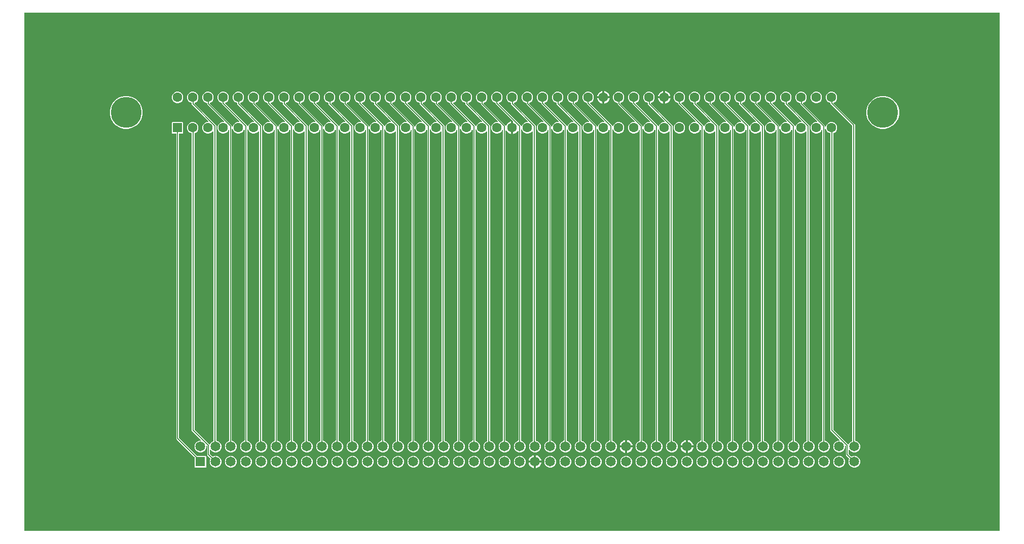
<source format=gbr>
G04 EAGLE Gerber RS-274X export*
G75*
%MOMM*%
%FSLAX34Y34*%
%LPD*%
%INTop Copper*%
%IPPOS*%
%AMOC8*
5,1,8,0,0,1.08239X$1,22.5*%
G01*
%ADD10R,1.650000X1.650000*%
%ADD11C,1.650000*%
%ADD12R,1.605000X1.605000*%
%ADD13C,1.605000*%
%ADD14C,5.175000*%
%ADD15C,0.152400*%
%ADD16C,0.756400*%

G36*
X1639336Y10926D02*
X1639336Y10926D01*
X1639355Y10924D01*
X1639457Y10946D01*
X1639559Y10962D01*
X1639576Y10972D01*
X1639596Y10976D01*
X1639685Y11029D01*
X1639776Y11078D01*
X1639790Y11092D01*
X1639807Y11102D01*
X1639874Y11181D01*
X1639946Y11256D01*
X1639954Y11274D01*
X1639967Y11289D01*
X1640006Y11385D01*
X1640049Y11479D01*
X1640051Y11499D01*
X1640059Y11517D01*
X1640077Y11684D01*
X1640077Y877316D01*
X1640074Y877336D01*
X1640076Y877355D01*
X1640054Y877457D01*
X1640038Y877559D01*
X1640028Y877576D01*
X1640024Y877596D01*
X1639971Y877685D01*
X1639922Y877776D01*
X1639908Y877790D01*
X1639898Y877807D01*
X1639819Y877874D01*
X1639744Y877946D01*
X1639726Y877954D01*
X1639711Y877967D01*
X1639615Y878006D01*
X1639521Y878049D01*
X1639501Y878051D01*
X1639483Y878059D01*
X1639316Y878077D01*
X11684Y878077D01*
X11664Y878074D01*
X11645Y878076D01*
X11543Y878054D01*
X11441Y878038D01*
X11424Y878028D01*
X11404Y878024D01*
X11315Y877971D01*
X11224Y877922D01*
X11210Y877908D01*
X11193Y877898D01*
X11126Y877819D01*
X11054Y877744D01*
X11046Y877726D01*
X11033Y877711D01*
X10994Y877615D01*
X10951Y877521D01*
X10949Y877501D01*
X10941Y877483D01*
X10923Y877316D01*
X10923Y11684D01*
X10926Y11664D01*
X10924Y11645D01*
X10946Y11543D01*
X10962Y11441D01*
X10972Y11424D01*
X10976Y11404D01*
X11029Y11315D01*
X11078Y11224D01*
X11092Y11210D01*
X11102Y11193D01*
X11181Y11126D01*
X11256Y11054D01*
X11274Y11046D01*
X11289Y11033D01*
X11385Y10994D01*
X11479Y10951D01*
X11499Y10949D01*
X11517Y10941D01*
X11684Y10923D01*
X1639316Y10923D01*
X1639336Y10926D01*
G37*
%LPC*%
G36*
X734656Y142625D02*
X734656Y142625D01*
X731063Y144113D01*
X728313Y146863D01*
X726825Y150456D01*
X726825Y154344D01*
X728313Y157937D01*
X731063Y160687D01*
X733335Y161628D01*
X733435Y161690D01*
X733535Y161749D01*
X733539Y161754D01*
X733544Y161757D01*
X733619Y161848D01*
X733695Y161936D01*
X733697Y161942D01*
X733701Y161947D01*
X733743Y162055D01*
X733787Y162164D01*
X733788Y162172D01*
X733789Y162177D01*
X733790Y162195D01*
X733805Y162331D01*
X733805Y680932D01*
X733790Y681028D01*
X733780Y681125D01*
X733770Y681149D01*
X733766Y681174D01*
X733720Y681260D01*
X733680Y681349D01*
X733663Y681369D01*
X733650Y681392D01*
X733580Y681459D01*
X733514Y681531D01*
X733491Y681543D01*
X733472Y681561D01*
X733384Y681602D01*
X733298Y681649D01*
X733273Y681654D01*
X733249Y681665D01*
X733152Y681676D01*
X733056Y681693D01*
X733030Y681689D01*
X733005Y681692D01*
X732909Y681671D01*
X732813Y681657D01*
X732790Y681645D01*
X732764Y681640D01*
X732681Y681590D01*
X732594Y681546D01*
X732575Y681527D01*
X732553Y681514D01*
X732490Y681440D01*
X732422Y681370D01*
X732406Y681341D01*
X732393Y681327D01*
X732381Y681296D01*
X732341Y681223D01*
X731996Y680390D01*
X729310Y677704D01*
X725800Y676250D01*
X722000Y676250D01*
X718490Y677704D01*
X715804Y680390D01*
X714350Y683900D01*
X714350Y687700D01*
X715804Y691210D01*
X718490Y693896D01*
X722000Y695350D01*
X724519Y695350D01*
X724589Y695361D01*
X724661Y695363D01*
X724710Y695381D01*
X724761Y695389D01*
X724825Y695423D01*
X724892Y695448D01*
X724933Y695480D01*
X724979Y695505D01*
X725028Y695557D01*
X725084Y695601D01*
X725112Y695645D01*
X725148Y695683D01*
X725178Y695748D01*
X725217Y695808D01*
X725230Y695859D01*
X725252Y695906D01*
X725260Y695977D01*
X725277Y696047D01*
X725273Y696099D01*
X725279Y696150D01*
X725264Y696221D01*
X725258Y696292D01*
X725238Y696340D01*
X725227Y696391D01*
X725190Y696452D01*
X725162Y696518D01*
X725117Y696574D01*
X725100Y696602D01*
X725083Y696617D01*
X725057Y696649D01*
X697229Y724477D01*
X697229Y726289D01*
X697226Y726309D01*
X697228Y726328D01*
X697206Y726430D01*
X697190Y726532D01*
X697180Y726549D01*
X697176Y726569D01*
X697123Y726658D01*
X697074Y726749D01*
X697060Y726763D01*
X697050Y726780D01*
X696971Y726847D01*
X696896Y726919D01*
X696878Y726927D01*
X696863Y726940D01*
X696767Y726979D01*
X696757Y726983D01*
X696740Y726992D01*
X696711Y727004D01*
X696673Y727022D01*
X696667Y727023D01*
X693090Y728504D01*
X690404Y731190D01*
X688950Y734700D01*
X688950Y738500D01*
X690404Y742010D01*
X693090Y744696D01*
X696600Y746150D01*
X700400Y746150D01*
X703910Y744696D01*
X706596Y742010D01*
X708050Y738500D01*
X708050Y734700D01*
X706596Y731190D01*
X703910Y728504D01*
X702273Y727826D01*
X702173Y727765D01*
X702073Y727705D01*
X702069Y727700D01*
X702064Y727697D01*
X701989Y727607D01*
X701913Y727518D01*
X701911Y727512D01*
X701907Y727507D01*
X701865Y727399D01*
X701821Y727290D01*
X701820Y727282D01*
X701819Y727277D01*
X701818Y727259D01*
X701803Y727123D01*
X701803Y726687D01*
X701817Y726596D01*
X701825Y726506D01*
X701837Y726476D01*
X701842Y726444D01*
X701885Y726363D01*
X701921Y726279D01*
X701947Y726247D01*
X701958Y726226D01*
X701981Y726204D01*
X702026Y726148D01*
X738379Y689795D01*
X738379Y688215D01*
X738394Y688119D01*
X738404Y688022D01*
X738414Y687998D01*
X738418Y687973D01*
X738464Y687887D01*
X738504Y687798D01*
X738521Y687778D01*
X738534Y687755D01*
X738604Y687688D01*
X738670Y687617D01*
X738693Y687604D01*
X738712Y687586D01*
X738800Y687545D01*
X738886Y687498D01*
X738911Y687493D01*
X738935Y687482D01*
X739032Y687472D01*
X739128Y687454D01*
X739154Y687458D01*
X739179Y687455D01*
X739275Y687476D01*
X739371Y687490D01*
X739394Y687502D01*
X739420Y687507D01*
X739503Y687557D01*
X739590Y687602D01*
X739609Y687620D01*
X739631Y687634D01*
X739694Y687708D01*
X739762Y687777D01*
X739778Y687806D01*
X739791Y687821D01*
X739803Y687851D01*
X739843Y687924D01*
X741204Y691210D01*
X743890Y693896D01*
X747400Y695350D01*
X750427Y695350D01*
X750497Y695361D01*
X750569Y695363D01*
X750618Y695381D01*
X750669Y695389D01*
X750733Y695423D01*
X750800Y695448D01*
X750841Y695480D01*
X750887Y695505D01*
X750936Y695557D01*
X750992Y695601D01*
X751020Y695645D01*
X751056Y695683D01*
X751086Y695748D01*
X751125Y695808D01*
X751138Y695859D01*
X751160Y695906D01*
X751168Y695977D01*
X751185Y696047D01*
X751181Y696099D01*
X751187Y696150D01*
X751172Y696221D01*
X751166Y696292D01*
X751146Y696340D01*
X751135Y696391D01*
X751098Y696452D01*
X751070Y696518D01*
X751025Y696574D01*
X751008Y696602D01*
X750991Y696617D01*
X750965Y696649D01*
X721613Y726001D01*
X721613Y726702D01*
X721595Y726816D01*
X721577Y726933D01*
X721575Y726939D01*
X721574Y726945D01*
X721519Y727047D01*
X721466Y727152D01*
X721461Y727157D01*
X721458Y727162D01*
X721374Y727242D01*
X721290Y727324D01*
X721284Y727328D01*
X721280Y727331D01*
X721263Y727339D01*
X721143Y727405D01*
X718490Y728504D01*
X715804Y731190D01*
X714350Y734700D01*
X714350Y738500D01*
X715804Y742010D01*
X718490Y744696D01*
X722000Y746150D01*
X725800Y746150D01*
X729310Y744696D01*
X731996Y742010D01*
X733450Y738500D01*
X733450Y734700D01*
X731996Y731190D01*
X729310Y728504D01*
X727723Y727847D01*
X727684Y727823D01*
X727641Y727807D01*
X727580Y727758D01*
X727514Y727718D01*
X727485Y727682D01*
X727449Y727653D01*
X727407Y727588D01*
X727357Y727528D01*
X727341Y727485D01*
X727316Y727447D01*
X727297Y727371D01*
X727269Y727298D01*
X727267Y727253D01*
X727256Y727208D01*
X727262Y727131D01*
X727259Y727053D01*
X727272Y727009D01*
X727275Y726963D01*
X727306Y726891D01*
X727327Y726816D01*
X727354Y726779D01*
X727372Y726737D01*
X727457Y726630D01*
X727468Y726614D01*
X727472Y726611D01*
X727476Y726606D01*
X764287Y689795D01*
X764287Y689442D01*
X764302Y689346D01*
X764312Y689249D01*
X764322Y689225D01*
X764326Y689199D01*
X764372Y689113D01*
X764412Y689024D01*
X764429Y689005D01*
X764442Y688982D01*
X764512Y688915D01*
X764578Y688843D01*
X764601Y688830D01*
X764620Y688812D01*
X764708Y688771D01*
X764794Y688724D01*
X764819Y688720D01*
X764843Y688709D01*
X764940Y688698D01*
X765036Y688681D01*
X765062Y688684D01*
X765087Y688682D01*
X765183Y688702D01*
X765279Y688716D01*
X765302Y688728D01*
X765328Y688734D01*
X765411Y688784D01*
X765498Y688828D01*
X765517Y688847D01*
X765539Y688860D01*
X765602Y688934D01*
X765670Y689004D01*
X765686Y689032D01*
X765699Y689047D01*
X765711Y689078D01*
X765751Y689151D01*
X766604Y691210D01*
X769290Y693896D01*
X772800Y695350D01*
X774811Y695350D01*
X774881Y695361D01*
X774953Y695363D01*
X775002Y695381D01*
X775053Y695389D01*
X775117Y695423D01*
X775184Y695448D01*
X775225Y695480D01*
X775271Y695505D01*
X775320Y695557D01*
X775376Y695601D01*
X775404Y695645D01*
X775440Y695683D01*
X775470Y695748D01*
X775509Y695808D01*
X775522Y695859D01*
X775544Y695906D01*
X775552Y695977D01*
X775569Y696047D01*
X775565Y696099D01*
X775571Y696150D01*
X775556Y696221D01*
X775550Y696292D01*
X775530Y696340D01*
X775519Y696391D01*
X775482Y696452D01*
X775454Y696518D01*
X775409Y696574D01*
X775392Y696602D01*
X775375Y696617D01*
X775349Y696649D01*
X747521Y724477D01*
X747521Y726492D01*
X747502Y726606D01*
X747485Y726723D01*
X747483Y726728D01*
X747482Y726734D01*
X747427Y726837D01*
X747374Y726942D01*
X747369Y726946D01*
X747366Y726952D01*
X747282Y727032D01*
X747198Y727114D01*
X747192Y727118D01*
X747188Y727121D01*
X747171Y727129D01*
X747148Y727142D01*
X747140Y727149D01*
X747123Y727155D01*
X747051Y727195D01*
X743890Y728504D01*
X741204Y731190D01*
X739750Y734700D01*
X739750Y738500D01*
X741204Y742010D01*
X743890Y744696D01*
X747400Y746150D01*
X751200Y746150D01*
X754710Y744696D01*
X757396Y742010D01*
X758850Y738500D01*
X758850Y734700D01*
X757396Y731190D01*
X754710Y728504D01*
X752565Y727616D01*
X752465Y727554D01*
X752365Y727494D01*
X752361Y727489D01*
X752356Y727486D01*
X752281Y727396D01*
X752205Y727307D01*
X752203Y727301D01*
X752199Y727297D01*
X752157Y727188D01*
X752113Y727079D01*
X752112Y727072D01*
X752111Y727067D01*
X752110Y727049D01*
X752095Y726912D01*
X752095Y726687D01*
X752109Y726596D01*
X752117Y726506D01*
X752129Y726476D01*
X752134Y726444D01*
X752177Y726363D01*
X752213Y726279D01*
X752239Y726247D01*
X752250Y726226D01*
X752273Y726204D01*
X752318Y726148D01*
X788671Y689795D01*
X788671Y162936D01*
X788674Y162916D01*
X788672Y162897D01*
X788694Y162795D01*
X788710Y162693D01*
X788720Y162676D01*
X788724Y162656D01*
X788777Y162567D01*
X788826Y162476D01*
X788840Y162462D01*
X788850Y162445D01*
X788929Y162378D01*
X789004Y162306D01*
X789022Y162298D01*
X789037Y162285D01*
X789133Y162246D01*
X789227Y162203D01*
X789247Y162201D01*
X789265Y162193D01*
X789312Y162188D01*
X792937Y160687D01*
X795687Y157937D01*
X797175Y154344D01*
X797175Y150456D01*
X795687Y146863D01*
X792937Y144113D01*
X789344Y142625D01*
X785456Y142625D01*
X781863Y144113D01*
X779113Y146863D01*
X777625Y150456D01*
X777625Y154344D01*
X779113Y157937D01*
X781863Y160687D01*
X783627Y161417D01*
X783727Y161479D01*
X783827Y161539D01*
X783831Y161544D01*
X783836Y161547D01*
X783911Y161638D01*
X783987Y161726D01*
X783989Y161732D01*
X783993Y161736D01*
X784035Y161845D01*
X784079Y161954D01*
X784080Y161962D01*
X784081Y161966D01*
X784082Y161984D01*
X784097Y162121D01*
X784097Y679854D01*
X784086Y679925D01*
X784084Y679997D01*
X784066Y680046D01*
X784058Y680097D01*
X784024Y680160D01*
X783999Y680228D01*
X783967Y680268D01*
X783942Y680314D01*
X783890Y680364D01*
X783846Y680420D01*
X783802Y680448D01*
X783764Y680484D01*
X783699Y680514D01*
X783639Y680553D01*
X783588Y680565D01*
X783541Y680587D01*
X783470Y680595D01*
X783400Y680613D01*
X783348Y680609D01*
X783297Y680614D01*
X783226Y680599D01*
X783155Y680594D01*
X783107Y680573D01*
X783056Y680562D01*
X782995Y680525D01*
X782929Y680497D01*
X782873Y680452D01*
X782845Y680436D01*
X782830Y680418D01*
X782798Y680392D01*
X780110Y677704D01*
X776600Y676250D01*
X772800Y676250D01*
X769290Y677704D01*
X766604Y680390D01*
X765751Y682449D01*
X765700Y682533D01*
X765654Y682618D01*
X765636Y682636D01*
X765622Y682659D01*
X765546Y682721D01*
X765476Y682788D01*
X765452Y682799D01*
X765432Y682815D01*
X765341Y682850D01*
X765253Y682891D01*
X765227Y682894D01*
X765203Y682904D01*
X765105Y682908D01*
X765009Y682918D01*
X764983Y682913D01*
X764957Y682914D01*
X764863Y682887D01*
X764768Y682866D01*
X764746Y682853D01*
X764721Y682845D01*
X764641Y682790D01*
X764557Y682740D01*
X764540Y682720D01*
X764519Y682705D01*
X764460Y682627D01*
X764397Y682553D01*
X764387Y682529D01*
X764372Y682508D01*
X764342Y682415D01*
X764305Y682325D01*
X764302Y682292D01*
X764296Y682274D01*
X764296Y682241D01*
X764287Y682158D01*
X764287Y162542D01*
X764306Y162426D01*
X764323Y162311D01*
X764325Y162305D01*
X764326Y162299D01*
X764381Y162196D01*
X764434Y162091D01*
X764439Y162087D01*
X764442Y162081D01*
X764526Y162002D01*
X764610Y161919D01*
X764616Y161915D01*
X764620Y161912D01*
X764637Y161904D01*
X764757Y161838D01*
X767537Y160687D01*
X770287Y157937D01*
X771775Y154344D01*
X771775Y150456D01*
X770287Y146863D01*
X767537Y144113D01*
X763944Y142625D01*
X760056Y142625D01*
X756463Y144113D01*
X753713Y146863D01*
X752225Y150456D01*
X752225Y154344D01*
X753713Y157937D01*
X756463Y160687D01*
X759243Y161838D01*
X759343Y161900D01*
X759443Y161960D01*
X759447Y161965D01*
X759452Y161968D01*
X759527Y162058D01*
X759603Y162147D01*
X759605Y162153D01*
X759609Y162157D01*
X759651Y162266D01*
X759695Y162375D01*
X759696Y162382D01*
X759697Y162387D01*
X759698Y162405D01*
X759713Y162542D01*
X759713Y682158D01*
X759698Y682254D01*
X759688Y682351D01*
X759678Y682375D01*
X759674Y682401D01*
X759628Y682487D01*
X759588Y682576D01*
X759571Y682595D01*
X759558Y682618D01*
X759488Y682685D01*
X759422Y682757D01*
X759399Y682770D01*
X759380Y682788D01*
X759292Y682829D01*
X759206Y682876D01*
X759181Y682880D01*
X759157Y682891D01*
X759060Y682902D01*
X758964Y682919D01*
X758938Y682916D01*
X758913Y682918D01*
X758817Y682898D01*
X758721Y682884D01*
X758698Y682872D01*
X758672Y682866D01*
X758589Y682816D01*
X758502Y682772D01*
X758483Y682753D01*
X758461Y682740D01*
X758398Y682666D01*
X758330Y682596D01*
X758314Y682568D01*
X758301Y682553D01*
X758289Y682522D01*
X758249Y682449D01*
X757396Y680390D01*
X754710Y677704D01*
X751200Y676250D01*
X747400Y676250D01*
X743890Y677704D01*
X741204Y680390D01*
X739843Y683676D01*
X739792Y683759D01*
X739746Y683845D01*
X739727Y683863D01*
X739714Y683885D01*
X739639Y683947D01*
X739568Y684014D01*
X739544Y684025D01*
X739524Y684042D01*
X739433Y684077D01*
X739345Y684118D01*
X739319Y684121D01*
X739295Y684130D01*
X739197Y684134D01*
X739101Y684145D01*
X739075Y684139D01*
X739049Y684140D01*
X738955Y684113D01*
X738860Y684093D01*
X738838Y684079D01*
X738813Y684072D01*
X738733Y684016D01*
X738649Y683966D01*
X738632Y683947D01*
X738611Y683932D01*
X738552Y683853D01*
X738489Y683779D01*
X738479Y683755D01*
X738464Y683734D01*
X738434Y683642D01*
X738397Y683551D01*
X738394Y683519D01*
X738388Y683500D01*
X738388Y683467D01*
X738379Y683385D01*
X738379Y162752D01*
X738398Y162637D01*
X738415Y162521D01*
X738417Y162515D01*
X738418Y162509D01*
X738473Y162407D01*
X738526Y162302D01*
X738531Y162297D01*
X738534Y162292D01*
X738618Y162212D01*
X738702Y162130D01*
X738708Y162126D01*
X738712Y162122D01*
X738729Y162115D01*
X738849Y162049D01*
X742137Y160687D01*
X744887Y157937D01*
X746375Y154344D01*
X746375Y150456D01*
X744887Y146863D01*
X742137Y144113D01*
X738544Y142625D01*
X734656Y142625D01*
G37*
%LPD*%
%LPC*%
G36*
X1039456Y142625D02*
X1039456Y142625D01*
X1035863Y144113D01*
X1033113Y146863D01*
X1031625Y150456D01*
X1031625Y154344D01*
X1033113Y157937D01*
X1035863Y160687D01*
X1038135Y161628D01*
X1038235Y161689D01*
X1038335Y161749D01*
X1038339Y161754D01*
X1038344Y161757D01*
X1038419Y161847D01*
X1038495Y161936D01*
X1038497Y161942D01*
X1038501Y161947D01*
X1038543Y162055D01*
X1038587Y162164D01*
X1038588Y162172D01*
X1038589Y162177D01*
X1038590Y162195D01*
X1038605Y162331D01*
X1038605Y680932D01*
X1038590Y681028D01*
X1038580Y681125D01*
X1038570Y681149D01*
X1038566Y681174D01*
X1038520Y681260D01*
X1038480Y681349D01*
X1038463Y681369D01*
X1038450Y681392D01*
X1038380Y681459D01*
X1038314Y681531D01*
X1038291Y681543D01*
X1038272Y681561D01*
X1038184Y681602D01*
X1038098Y681649D01*
X1038073Y681654D01*
X1038049Y681665D01*
X1037952Y681676D01*
X1037856Y681693D01*
X1037830Y681689D01*
X1037805Y681692D01*
X1037709Y681671D01*
X1037613Y681657D01*
X1037590Y681645D01*
X1037564Y681640D01*
X1037481Y681590D01*
X1037394Y681546D01*
X1037375Y681527D01*
X1037353Y681514D01*
X1037290Y681440D01*
X1037222Y681370D01*
X1037206Y681341D01*
X1037193Y681327D01*
X1037181Y681296D01*
X1037141Y681223D01*
X1036796Y680390D01*
X1034110Y677704D01*
X1030600Y676250D01*
X1026800Y676250D01*
X1023290Y677704D01*
X1020604Y680390D01*
X1019150Y683900D01*
X1019150Y687700D01*
X1020604Y691210D01*
X1023290Y693896D01*
X1026800Y695350D01*
X1029319Y695350D01*
X1029389Y695361D01*
X1029461Y695363D01*
X1029510Y695381D01*
X1029561Y695389D01*
X1029625Y695423D01*
X1029692Y695448D01*
X1029733Y695480D01*
X1029779Y695505D01*
X1029828Y695557D01*
X1029884Y695601D01*
X1029912Y695645D01*
X1029948Y695683D01*
X1029978Y695748D01*
X1030017Y695808D01*
X1030030Y695859D01*
X1030052Y695906D01*
X1030060Y695977D01*
X1030077Y696047D01*
X1030073Y696099D01*
X1030079Y696150D01*
X1030064Y696221D01*
X1030058Y696292D01*
X1030038Y696340D01*
X1030027Y696391D01*
X1029990Y696452D01*
X1029962Y696518D01*
X1029917Y696574D01*
X1029900Y696602D01*
X1029883Y696617D01*
X1029857Y696649D01*
X1002029Y724477D01*
X1002029Y726289D01*
X1002026Y726309D01*
X1002028Y726328D01*
X1002006Y726430D01*
X1001990Y726532D01*
X1001980Y726549D01*
X1001976Y726569D01*
X1001923Y726658D01*
X1001874Y726749D01*
X1001860Y726763D01*
X1001850Y726780D01*
X1001771Y726847D01*
X1001696Y726919D01*
X1001678Y726927D01*
X1001663Y726940D01*
X1001567Y726979D01*
X1001557Y726983D01*
X1001540Y726992D01*
X1001511Y727004D01*
X1001473Y727022D01*
X1001467Y727023D01*
X997890Y728504D01*
X995204Y731190D01*
X993750Y734700D01*
X993750Y738500D01*
X995204Y742010D01*
X997890Y744696D01*
X1001400Y746150D01*
X1005200Y746150D01*
X1008710Y744696D01*
X1011396Y742010D01*
X1012850Y738500D01*
X1012850Y734700D01*
X1011396Y731190D01*
X1008710Y728504D01*
X1007073Y727826D01*
X1006973Y727765D01*
X1006873Y727705D01*
X1006869Y727700D01*
X1006864Y727697D01*
X1006789Y727607D01*
X1006713Y727518D01*
X1006711Y727512D01*
X1006707Y727507D01*
X1006665Y727399D01*
X1006621Y727290D01*
X1006620Y727282D01*
X1006619Y727277D01*
X1006618Y727259D01*
X1006603Y727123D01*
X1006603Y726687D01*
X1006617Y726596D01*
X1006625Y726506D01*
X1006637Y726476D01*
X1006642Y726444D01*
X1006685Y726363D01*
X1006721Y726279D01*
X1006747Y726247D01*
X1006758Y726226D01*
X1006781Y726204D01*
X1006826Y726148D01*
X1043179Y689795D01*
X1043179Y688215D01*
X1043194Y688119D01*
X1043204Y688022D01*
X1043214Y687998D01*
X1043218Y687973D01*
X1043264Y687887D01*
X1043304Y687798D01*
X1043321Y687778D01*
X1043334Y687755D01*
X1043404Y687688D01*
X1043470Y687617D01*
X1043493Y687604D01*
X1043512Y687586D01*
X1043600Y687545D01*
X1043686Y687498D01*
X1043711Y687493D01*
X1043735Y687482D01*
X1043832Y687472D01*
X1043928Y687454D01*
X1043954Y687458D01*
X1043979Y687455D01*
X1044075Y687476D01*
X1044171Y687490D01*
X1044194Y687502D01*
X1044220Y687507D01*
X1044303Y687557D01*
X1044390Y687602D01*
X1044409Y687620D01*
X1044431Y687634D01*
X1044494Y687708D01*
X1044562Y687777D01*
X1044578Y687806D01*
X1044591Y687821D01*
X1044603Y687851D01*
X1044643Y687924D01*
X1046004Y691210D01*
X1048690Y693896D01*
X1052200Y695350D01*
X1055227Y695350D01*
X1055297Y695361D01*
X1055369Y695363D01*
X1055418Y695381D01*
X1055469Y695389D01*
X1055533Y695423D01*
X1055600Y695448D01*
X1055641Y695480D01*
X1055687Y695505D01*
X1055736Y695557D01*
X1055792Y695601D01*
X1055820Y695645D01*
X1055856Y695683D01*
X1055886Y695748D01*
X1055925Y695808D01*
X1055938Y695859D01*
X1055960Y695906D01*
X1055968Y695977D01*
X1055985Y696047D01*
X1055981Y696099D01*
X1055987Y696150D01*
X1055972Y696221D01*
X1055966Y696292D01*
X1055946Y696340D01*
X1055935Y696391D01*
X1055898Y696452D01*
X1055870Y696518D01*
X1055825Y696574D01*
X1055808Y696602D01*
X1055791Y696617D01*
X1055765Y696649D01*
X1026413Y726001D01*
X1026413Y726702D01*
X1026395Y726816D01*
X1026377Y726933D01*
X1026375Y726939D01*
X1026374Y726945D01*
X1026319Y727047D01*
X1026266Y727152D01*
X1026261Y727157D01*
X1026258Y727162D01*
X1026174Y727242D01*
X1026090Y727324D01*
X1026084Y727328D01*
X1026080Y727331D01*
X1026063Y727339D01*
X1025943Y727405D01*
X1023290Y728504D01*
X1020604Y731190D01*
X1019150Y734700D01*
X1019150Y738500D01*
X1020604Y742010D01*
X1023290Y744696D01*
X1026800Y746150D01*
X1030600Y746150D01*
X1034110Y744696D01*
X1036796Y742010D01*
X1038250Y738500D01*
X1038250Y734700D01*
X1036796Y731190D01*
X1034110Y728504D01*
X1032523Y727847D01*
X1032484Y727823D01*
X1032441Y727807D01*
X1032381Y727759D01*
X1032314Y727718D01*
X1032285Y727682D01*
X1032249Y727653D01*
X1032207Y727588D01*
X1032157Y727528D01*
X1032141Y727485D01*
X1032116Y727447D01*
X1032097Y727371D01*
X1032069Y727298D01*
X1032067Y727253D01*
X1032056Y727208D01*
X1032062Y727131D01*
X1032059Y727053D01*
X1032072Y727009D01*
X1032075Y726963D01*
X1032106Y726891D01*
X1032127Y726816D01*
X1032154Y726779D01*
X1032172Y726737D01*
X1032257Y726630D01*
X1032268Y726614D01*
X1032272Y726611D01*
X1032276Y726606D01*
X1067524Y691358D01*
X1069087Y689795D01*
X1069087Y689442D01*
X1069102Y689346D01*
X1069112Y689249D01*
X1069122Y689225D01*
X1069126Y689199D01*
X1069172Y689113D01*
X1069212Y689024D01*
X1069229Y689005D01*
X1069242Y688982D01*
X1069312Y688915D01*
X1069378Y688843D01*
X1069401Y688830D01*
X1069420Y688812D01*
X1069508Y688771D01*
X1069594Y688724D01*
X1069619Y688720D01*
X1069643Y688709D01*
X1069740Y688698D01*
X1069836Y688681D01*
X1069862Y688684D01*
X1069887Y688682D01*
X1069983Y688702D01*
X1070079Y688716D01*
X1070102Y688728D01*
X1070128Y688734D01*
X1070211Y688784D01*
X1070298Y688828D01*
X1070317Y688847D01*
X1070339Y688860D01*
X1070402Y688934D01*
X1070470Y689004D01*
X1070486Y689032D01*
X1070499Y689047D01*
X1070511Y689078D01*
X1070551Y689151D01*
X1071404Y691210D01*
X1074090Y693896D01*
X1077600Y695350D01*
X1079611Y695350D01*
X1079681Y695361D01*
X1079753Y695363D01*
X1079802Y695381D01*
X1079853Y695389D01*
X1079917Y695423D01*
X1079984Y695448D01*
X1080025Y695480D01*
X1080071Y695505D01*
X1080120Y695557D01*
X1080176Y695601D01*
X1080204Y695645D01*
X1080240Y695683D01*
X1080270Y695748D01*
X1080309Y695808D01*
X1080322Y695859D01*
X1080344Y695906D01*
X1080352Y695977D01*
X1080369Y696047D01*
X1080365Y696099D01*
X1080371Y696150D01*
X1080356Y696221D01*
X1080350Y696292D01*
X1080330Y696340D01*
X1080319Y696391D01*
X1080282Y696452D01*
X1080254Y696518D01*
X1080209Y696574D01*
X1080192Y696602D01*
X1080175Y696617D01*
X1080149Y696649D01*
X1052321Y724477D01*
X1052321Y726492D01*
X1052302Y726606D01*
X1052285Y726723D01*
X1052283Y726728D01*
X1052282Y726734D01*
X1052227Y726837D01*
X1052174Y726942D01*
X1052169Y726946D01*
X1052166Y726952D01*
X1052082Y727032D01*
X1051998Y727114D01*
X1051992Y727118D01*
X1051988Y727121D01*
X1051971Y727129D01*
X1051948Y727142D01*
X1051940Y727149D01*
X1051923Y727155D01*
X1051851Y727195D01*
X1048690Y728504D01*
X1046004Y731190D01*
X1044550Y734700D01*
X1044550Y738500D01*
X1046004Y742010D01*
X1048690Y744696D01*
X1052200Y746150D01*
X1056000Y746150D01*
X1059510Y744696D01*
X1062196Y742010D01*
X1063650Y738500D01*
X1063650Y734700D01*
X1062196Y731190D01*
X1059510Y728504D01*
X1057365Y727616D01*
X1057265Y727554D01*
X1057165Y727494D01*
X1057161Y727489D01*
X1057156Y727486D01*
X1057081Y727396D01*
X1057005Y727307D01*
X1057003Y727301D01*
X1056999Y727297D01*
X1056957Y727188D01*
X1056913Y727079D01*
X1056912Y727072D01*
X1056911Y727067D01*
X1056910Y727049D01*
X1056895Y726912D01*
X1056895Y726687D01*
X1056909Y726596D01*
X1056917Y726506D01*
X1056929Y726476D01*
X1056934Y726444D01*
X1056977Y726363D01*
X1057013Y726279D01*
X1057039Y726247D01*
X1057050Y726226D01*
X1057073Y726204D01*
X1057118Y726148D01*
X1093471Y689795D01*
X1093471Y162936D01*
X1093474Y162916D01*
X1093472Y162897D01*
X1093494Y162795D01*
X1093510Y162693D01*
X1093520Y162676D01*
X1093524Y162656D01*
X1093577Y162567D01*
X1093626Y162476D01*
X1093640Y162462D01*
X1093650Y162445D01*
X1093729Y162378D01*
X1093804Y162306D01*
X1093822Y162298D01*
X1093837Y162285D01*
X1093933Y162246D01*
X1094027Y162203D01*
X1094047Y162201D01*
X1094065Y162193D01*
X1094112Y162188D01*
X1097737Y160687D01*
X1100487Y157937D01*
X1101975Y154344D01*
X1101975Y150456D01*
X1100487Y146863D01*
X1097737Y144113D01*
X1094144Y142625D01*
X1090256Y142625D01*
X1086663Y144113D01*
X1083913Y146863D01*
X1082425Y150456D01*
X1082425Y154344D01*
X1083913Y157937D01*
X1086663Y160687D01*
X1088427Y161417D01*
X1088527Y161479D01*
X1088627Y161539D01*
X1088631Y161544D01*
X1088636Y161547D01*
X1088711Y161638D01*
X1088787Y161726D01*
X1088789Y161732D01*
X1088793Y161736D01*
X1088835Y161845D01*
X1088879Y161954D01*
X1088880Y161962D01*
X1088881Y161966D01*
X1088882Y161984D01*
X1088897Y162121D01*
X1088897Y679854D01*
X1088886Y679925D01*
X1088884Y679997D01*
X1088866Y680046D01*
X1088858Y680097D01*
X1088824Y680160D01*
X1088799Y680228D01*
X1088767Y680268D01*
X1088742Y680314D01*
X1088690Y680364D01*
X1088646Y680420D01*
X1088602Y680448D01*
X1088564Y680484D01*
X1088499Y680514D01*
X1088439Y680553D01*
X1088388Y680565D01*
X1088341Y680587D01*
X1088270Y680595D01*
X1088200Y680613D01*
X1088148Y680609D01*
X1088097Y680614D01*
X1088026Y680599D01*
X1087955Y680594D01*
X1087907Y680573D01*
X1087856Y680562D01*
X1087795Y680525D01*
X1087729Y680497D01*
X1087673Y680452D01*
X1087645Y680436D01*
X1087630Y680418D01*
X1087598Y680392D01*
X1084910Y677704D01*
X1081400Y676250D01*
X1077600Y676250D01*
X1074090Y677704D01*
X1071404Y680390D01*
X1070551Y682449D01*
X1070500Y682533D01*
X1070454Y682618D01*
X1070436Y682636D01*
X1070422Y682659D01*
X1070346Y682721D01*
X1070276Y682788D01*
X1070252Y682799D01*
X1070232Y682815D01*
X1070141Y682850D01*
X1070053Y682891D01*
X1070027Y682894D01*
X1070003Y682904D01*
X1069905Y682908D01*
X1069809Y682918D01*
X1069783Y682913D01*
X1069757Y682914D01*
X1069663Y682887D01*
X1069568Y682866D01*
X1069546Y682853D01*
X1069521Y682845D01*
X1069441Y682790D01*
X1069357Y682740D01*
X1069340Y682720D01*
X1069319Y682705D01*
X1069260Y682627D01*
X1069197Y682553D01*
X1069187Y682529D01*
X1069172Y682508D01*
X1069142Y682415D01*
X1069105Y682325D01*
X1069102Y682292D01*
X1069096Y682274D01*
X1069096Y682241D01*
X1069087Y682158D01*
X1069087Y162542D01*
X1069106Y162426D01*
X1069123Y162311D01*
X1069125Y162305D01*
X1069126Y162299D01*
X1069181Y162196D01*
X1069234Y162091D01*
X1069239Y162087D01*
X1069242Y162081D01*
X1069326Y162002D01*
X1069410Y161919D01*
X1069416Y161915D01*
X1069420Y161912D01*
X1069437Y161904D01*
X1069557Y161838D01*
X1072337Y160687D01*
X1075087Y157937D01*
X1076575Y154344D01*
X1076575Y150456D01*
X1075087Y146863D01*
X1072337Y144113D01*
X1068744Y142625D01*
X1064856Y142625D01*
X1061263Y144113D01*
X1058513Y146863D01*
X1057025Y150456D01*
X1057025Y154344D01*
X1058513Y157937D01*
X1061263Y160687D01*
X1064043Y161838D01*
X1064143Y161900D01*
X1064243Y161960D01*
X1064247Y161965D01*
X1064252Y161968D01*
X1064327Y162058D01*
X1064403Y162147D01*
X1064405Y162153D01*
X1064409Y162157D01*
X1064451Y162266D01*
X1064495Y162375D01*
X1064496Y162382D01*
X1064497Y162387D01*
X1064498Y162405D01*
X1064513Y162542D01*
X1064513Y682158D01*
X1064498Y682254D01*
X1064488Y682351D01*
X1064478Y682375D01*
X1064474Y682401D01*
X1064428Y682487D01*
X1064388Y682576D01*
X1064371Y682595D01*
X1064358Y682618D01*
X1064288Y682685D01*
X1064222Y682757D01*
X1064199Y682770D01*
X1064180Y682788D01*
X1064092Y682829D01*
X1064006Y682876D01*
X1063981Y682880D01*
X1063957Y682891D01*
X1063860Y682902D01*
X1063764Y682919D01*
X1063738Y682916D01*
X1063713Y682918D01*
X1063617Y682898D01*
X1063521Y682884D01*
X1063498Y682872D01*
X1063472Y682866D01*
X1063389Y682816D01*
X1063302Y682772D01*
X1063283Y682753D01*
X1063261Y682740D01*
X1063198Y682666D01*
X1063130Y682596D01*
X1063114Y682568D01*
X1063101Y682553D01*
X1063089Y682522D01*
X1063049Y682449D01*
X1062196Y680390D01*
X1059510Y677704D01*
X1056000Y676250D01*
X1052200Y676250D01*
X1048690Y677704D01*
X1046004Y680390D01*
X1044643Y683676D01*
X1044592Y683759D01*
X1044546Y683845D01*
X1044527Y683863D01*
X1044514Y683885D01*
X1044439Y683947D01*
X1044368Y684014D01*
X1044344Y684025D01*
X1044324Y684042D01*
X1044233Y684077D01*
X1044145Y684118D01*
X1044119Y684121D01*
X1044095Y684130D01*
X1043997Y684134D01*
X1043901Y684145D01*
X1043875Y684139D01*
X1043849Y684140D01*
X1043755Y684113D01*
X1043660Y684093D01*
X1043638Y684079D01*
X1043613Y684072D01*
X1043533Y684016D01*
X1043449Y683966D01*
X1043432Y683947D01*
X1043411Y683932D01*
X1043352Y683853D01*
X1043289Y683779D01*
X1043279Y683755D01*
X1043264Y683734D01*
X1043234Y683642D01*
X1043197Y683551D01*
X1043194Y683519D01*
X1043188Y683500D01*
X1043188Y683467D01*
X1043179Y683385D01*
X1043179Y162752D01*
X1043198Y162637D01*
X1043215Y162521D01*
X1043217Y162515D01*
X1043218Y162509D01*
X1043273Y162407D01*
X1043326Y162302D01*
X1043331Y162297D01*
X1043334Y162292D01*
X1043418Y162212D01*
X1043502Y162130D01*
X1043508Y162126D01*
X1043512Y162122D01*
X1043529Y162115D01*
X1043649Y162049D01*
X1046937Y160687D01*
X1049687Y157937D01*
X1051175Y154344D01*
X1051175Y150456D01*
X1049687Y146863D01*
X1046937Y144113D01*
X1043344Y142625D01*
X1039456Y142625D01*
G37*
%LPD*%
%LPC*%
G36*
X506056Y142625D02*
X506056Y142625D01*
X502463Y144113D01*
X499713Y146863D01*
X498225Y150456D01*
X498225Y154344D01*
X499713Y157937D01*
X502463Y160687D01*
X504735Y161628D01*
X504835Y161689D01*
X504935Y161749D01*
X504939Y161754D01*
X504944Y161757D01*
X505019Y161847D01*
X505095Y161936D01*
X505097Y161942D01*
X505101Y161947D01*
X505143Y162055D01*
X505187Y162164D01*
X505188Y162172D01*
X505189Y162177D01*
X505190Y162195D01*
X505205Y162331D01*
X505205Y680932D01*
X505190Y681028D01*
X505180Y681125D01*
X505170Y681149D01*
X505166Y681175D01*
X505120Y681260D01*
X505080Y681350D01*
X505063Y681369D01*
X505050Y681392D01*
X504980Y681459D01*
X504914Y681531D01*
X504891Y681543D01*
X504872Y681561D01*
X504784Y681602D01*
X504698Y681649D01*
X504673Y681654D01*
X504649Y681665D01*
X504552Y681676D01*
X504456Y681693D01*
X504430Y681689D01*
X504405Y681692D01*
X504310Y681671D01*
X504213Y681657D01*
X504190Y681645D01*
X504164Y681640D01*
X504080Y681590D01*
X503994Y681546D01*
X503976Y681527D01*
X503953Y681514D01*
X503890Y681439D01*
X503822Y681370D01*
X503806Y681341D01*
X503793Y681327D01*
X503781Y681296D01*
X503741Y681223D01*
X503396Y680390D01*
X500710Y677704D01*
X497200Y676250D01*
X493400Y676250D01*
X489890Y677704D01*
X487204Y680390D01*
X485750Y683900D01*
X485750Y687700D01*
X487204Y691210D01*
X489890Y693896D01*
X493400Y695350D01*
X495919Y695350D01*
X495989Y695361D01*
X496061Y695363D01*
X496110Y695381D01*
X496161Y695389D01*
X496225Y695423D01*
X496292Y695448D01*
X496333Y695480D01*
X496379Y695505D01*
X496428Y695557D01*
X496484Y695601D01*
X496512Y695645D01*
X496548Y695683D01*
X496578Y695748D01*
X496617Y695808D01*
X496630Y695859D01*
X496652Y695906D01*
X496660Y695977D01*
X496677Y696047D01*
X496673Y696099D01*
X496679Y696150D01*
X496664Y696221D01*
X496658Y696292D01*
X496638Y696340D01*
X496627Y696391D01*
X496590Y696452D01*
X496562Y696518D01*
X496517Y696574D01*
X496500Y696602D01*
X496483Y696617D01*
X496457Y696649D01*
X468629Y724477D01*
X468629Y726289D01*
X468626Y726309D01*
X468628Y726328D01*
X468606Y726430D01*
X468590Y726532D01*
X468580Y726549D01*
X468576Y726569D01*
X468523Y726658D01*
X468474Y726749D01*
X468460Y726763D01*
X468450Y726780D01*
X468371Y726847D01*
X468296Y726919D01*
X468278Y726927D01*
X468263Y726940D01*
X468167Y726979D01*
X468157Y726983D01*
X468140Y726992D01*
X468111Y727004D01*
X468073Y727022D01*
X468067Y727023D01*
X464490Y728504D01*
X461804Y731190D01*
X460350Y734700D01*
X460350Y738500D01*
X461804Y742010D01*
X464490Y744696D01*
X468000Y746150D01*
X471800Y746150D01*
X475310Y744696D01*
X477996Y742010D01*
X479450Y738500D01*
X479450Y734700D01*
X477996Y731190D01*
X475310Y728504D01*
X473673Y727826D01*
X473573Y727765D01*
X473473Y727705D01*
X473469Y727700D01*
X473464Y727697D01*
X473389Y727607D01*
X473313Y727518D01*
X473311Y727512D01*
X473307Y727507D01*
X473265Y727399D01*
X473221Y727290D01*
X473220Y727282D01*
X473219Y727277D01*
X473218Y727259D01*
X473203Y727123D01*
X473203Y726687D01*
X473217Y726596D01*
X473225Y726506D01*
X473237Y726476D01*
X473242Y726444D01*
X473285Y726363D01*
X473321Y726279D01*
X473347Y726247D01*
X473358Y726226D01*
X473381Y726204D01*
X473426Y726148D01*
X509779Y689795D01*
X509779Y688215D01*
X509794Y688119D01*
X509804Y688022D01*
X509814Y687998D01*
X509818Y687973D01*
X509864Y687887D01*
X509904Y687798D01*
X509921Y687778D01*
X509934Y687755D01*
X510004Y687688D01*
X510070Y687617D01*
X510093Y687604D01*
X510112Y687586D01*
X510200Y687545D01*
X510286Y687498D01*
X510311Y687493D01*
X510335Y687482D01*
X510432Y687472D01*
X510528Y687454D01*
X510554Y687458D01*
X510579Y687455D01*
X510675Y687476D01*
X510771Y687490D01*
X510794Y687502D01*
X510820Y687507D01*
X510903Y687557D01*
X510990Y687602D01*
X511009Y687620D01*
X511031Y687634D01*
X511094Y687708D01*
X511162Y687777D01*
X511178Y687806D01*
X511191Y687821D01*
X511203Y687851D01*
X511243Y687924D01*
X512604Y691210D01*
X515290Y693896D01*
X518800Y695350D01*
X521827Y695350D01*
X521897Y695361D01*
X521969Y695363D01*
X522018Y695381D01*
X522069Y695389D01*
X522133Y695423D01*
X522200Y695448D01*
X522241Y695480D01*
X522287Y695505D01*
X522336Y695557D01*
X522392Y695601D01*
X522420Y695645D01*
X522456Y695683D01*
X522486Y695748D01*
X522525Y695808D01*
X522538Y695859D01*
X522560Y695906D01*
X522568Y695977D01*
X522585Y696047D01*
X522581Y696099D01*
X522587Y696150D01*
X522572Y696221D01*
X522566Y696292D01*
X522546Y696340D01*
X522535Y696391D01*
X522498Y696452D01*
X522470Y696518D01*
X522425Y696574D01*
X522408Y696602D01*
X522391Y696617D01*
X522365Y696649D01*
X493013Y726001D01*
X493013Y726702D01*
X492995Y726816D01*
X492977Y726933D01*
X492975Y726939D01*
X492974Y726945D01*
X492919Y727047D01*
X492866Y727152D01*
X492861Y727157D01*
X492858Y727162D01*
X492774Y727242D01*
X492690Y727324D01*
X492684Y727328D01*
X492680Y727331D01*
X492663Y727339D01*
X492543Y727405D01*
X489890Y728504D01*
X487204Y731190D01*
X485750Y734700D01*
X485750Y738500D01*
X487204Y742010D01*
X489890Y744696D01*
X493400Y746150D01*
X497200Y746150D01*
X500710Y744696D01*
X503396Y742010D01*
X504850Y738500D01*
X504850Y734700D01*
X503396Y731190D01*
X500710Y728504D01*
X499123Y727847D01*
X499084Y727823D01*
X499041Y727807D01*
X498981Y727759D01*
X498914Y727718D01*
X498885Y727682D01*
X498849Y727653D01*
X498807Y727588D01*
X498757Y727528D01*
X498741Y727485D01*
X498716Y727447D01*
X498697Y727371D01*
X498669Y727298D01*
X498667Y727253D01*
X498656Y727208D01*
X498662Y727131D01*
X498659Y727053D01*
X498672Y727009D01*
X498675Y726963D01*
X498706Y726891D01*
X498727Y726816D01*
X498754Y726779D01*
X498772Y726737D01*
X498857Y726630D01*
X498868Y726614D01*
X498872Y726611D01*
X498876Y726606D01*
X534124Y691358D01*
X535687Y689795D01*
X535687Y689442D01*
X535702Y689346D01*
X535712Y689249D01*
X535722Y689225D01*
X535726Y689199D01*
X535772Y689113D01*
X535812Y689024D01*
X535829Y689005D01*
X535842Y688982D01*
X535912Y688915D01*
X535978Y688843D01*
X536001Y688830D01*
X536020Y688812D01*
X536108Y688771D01*
X536194Y688724D01*
X536219Y688720D01*
X536243Y688709D01*
X536340Y688698D01*
X536436Y688681D01*
X536462Y688684D01*
X536487Y688682D01*
X536583Y688702D01*
X536679Y688716D01*
X536702Y688728D01*
X536728Y688734D01*
X536811Y688784D01*
X536898Y688828D01*
X536917Y688847D01*
X536939Y688860D01*
X537002Y688934D01*
X537070Y689004D01*
X537086Y689032D01*
X537099Y689047D01*
X537111Y689078D01*
X537151Y689151D01*
X538004Y691210D01*
X540690Y693896D01*
X544200Y695350D01*
X546211Y695350D01*
X546281Y695361D01*
X546353Y695363D01*
X546402Y695381D01*
X546453Y695389D01*
X546517Y695423D01*
X546584Y695448D01*
X546625Y695480D01*
X546671Y695505D01*
X546720Y695557D01*
X546776Y695601D01*
X546804Y695645D01*
X546840Y695683D01*
X546870Y695748D01*
X546909Y695808D01*
X546922Y695859D01*
X546944Y695906D01*
X546952Y695977D01*
X546969Y696047D01*
X546965Y696099D01*
X546971Y696150D01*
X546956Y696221D01*
X546950Y696292D01*
X546930Y696340D01*
X546919Y696391D01*
X546882Y696452D01*
X546854Y696518D01*
X546809Y696574D01*
X546792Y696602D01*
X546775Y696617D01*
X546749Y696649D01*
X518921Y724477D01*
X518921Y726492D01*
X518902Y726606D01*
X518885Y726723D01*
X518883Y726728D01*
X518882Y726734D01*
X518827Y726837D01*
X518774Y726942D01*
X518769Y726946D01*
X518766Y726952D01*
X518682Y727032D01*
X518598Y727114D01*
X518592Y727118D01*
X518588Y727121D01*
X518571Y727129D01*
X518548Y727142D01*
X518540Y727149D01*
X518523Y727155D01*
X518451Y727195D01*
X515290Y728504D01*
X512604Y731190D01*
X511150Y734700D01*
X511150Y738500D01*
X512604Y742010D01*
X515290Y744696D01*
X518800Y746150D01*
X522600Y746150D01*
X526110Y744696D01*
X528796Y742010D01*
X530250Y738500D01*
X530250Y734700D01*
X528796Y731190D01*
X526110Y728504D01*
X523965Y727616D01*
X523865Y727554D01*
X523765Y727494D01*
X523761Y727489D01*
X523756Y727486D01*
X523681Y727396D01*
X523605Y727307D01*
X523603Y727301D01*
X523599Y727297D01*
X523557Y727188D01*
X523513Y727079D01*
X523512Y727072D01*
X523511Y727067D01*
X523510Y727049D01*
X523495Y726912D01*
X523495Y726687D01*
X523509Y726596D01*
X523517Y726506D01*
X523529Y726476D01*
X523534Y726444D01*
X523577Y726363D01*
X523613Y726279D01*
X523639Y726247D01*
X523650Y726226D01*
X523673Y726204D01*
X523718Y726148D01*
X560071Y689795D01*
X560071Y162936D01*
X560074Y162916D01*
X560072Y162897D01*
X560094Y162795D01*
X560110Y162693D01*
X560120Y162676D01*
X560124Y162656D01*
X560177Y162567D01*
X560226Y162476D01*
X560240Y162462D01*
X560250Y162445D01*
X560329Y162378D01*
X560404Y162306D01*
X560422Y162298D01*
X560437Y162285D01*
X560533Y162246D01*
X560627Y162203D01*
X560647Y162201D01*
X560665Y162193D01*
X560712Y162188D01*
X564337Y160687D01*
X567087Y157937D01*
X568575Y154344D01*
X568575Y150456D01*
X567087Y146863D01*
X564337Y144113D01*
X560744Y142625D01*
X556856Y142625D01*
X553263Y144113D01*
X550513Y146863D01*
X549025Y150456D01*
X549025Y154344D01*
X550513Y157937D01*
X553263Y160687D01*
X555027Y161417D01*
X555127Y161479D01*
X555227Y161539D01*
X555231Y161544D01*
X555236Y161547D01*
X555311Y161638D01*
X555387Y161726D01*
X555389Y161732D01*
X555393Y161736D01*
X555435Y161845D01*
X555479Y161954D01*
X555480Y161962D01*
X555481Y161966D01*
X555482Y161984D01*
X555497Y162121D01*
X555497Y679854D01*
X555486Y679925D01*
X555484Y679997D01*
X555466Y680046D01*
X555458Y680097D01*
X555424Y680160D01*
X555399Y680228D01*
X555367Y680268D01*
X555342Y680314D01*
X555290Y680364D01*
X555246Y680420D01*
X555202Y680448D01*
X555164Y680484D01*
X555099Y680514D01*
X555039Y680553D01*
X554988Y680565D01*
X554941Y680587D01*
X554870Y680595D01*
X554800Y680613D01*
X554748Y680609D01*
X554697Y680614D01*
X554626Y680599D01*
X554555Y680594D01*
X554507Y680573D01*
X554456Y680562D01*
X554395Y680525D01*
X554329Y680497D01*
X554273Y680452D01*
X554245Y680436D01*
X554230Y680418D01*
X554198Y680392D01*
X551510Y677704D01*
X548000Y676250D01*
X544200Y676250D01*
X540690Y677704D01*
X538004Y680390D01*
X537151Y682449D01*
X537100Y682533D01*
X537054Y682618D01*
X537036Y682636D01*
X537022Y682659D01*
X536946Y682721D01*
X536876Y682788D01*
X536852Y682799D01*
X536832Y682815D01*
X536741Y682850D01*
X536653Y682891D01*
X536627Y682894D01*
X536603Y682904D01*
X536505Y682908D01*
X536409Y682918D01*
X536383Y682913D01*
X536357Y682914D01*
X536263Y682887D01*
X536168Y682866D01*
X536146Y682853D01*
X536121Y682845D01*
X536041Y682790D01*
X535957Y682740D01*
X535940Y682720D01*
X535919Y682705D01*
X535860Y682627D01*
X535797Y682553D01*
X535787Y682529D01*
X535772Y682508D01*
X535742Y682415D01*
X535705Y682325D01*
X535702Y682292D01*
X535696Y682274D01*
X535696Y682241D01*
X535687Y682158D01*
X535687Y162542D01*
X535706Y162426D01*
X535723Y162311D01*
X535725Y162305D01*
X535726Y162299D01*
X535781Y162196D01*
X535834Y162091D01*
X535839Y162087D01*
X535842Y162081D01*
X535926Y162002D01*
X536010Y161919D01*
X536016Y161915D01*
X536020Y161912D01*
X536037Y161904D01*
X536157Y161838D01*
X538937Y160687D01*
X541687Y157937D01*
X543175Y154344D01*
X543175Y150456D01*
X541687Y146863D01*
X538937Y144113D01*
X535344Y142625D01*
X531456Y142625D01*
X527863Y144113D01*
X525113Y146863D01*
X523625Y150456D01*
X523625Y154344D01*
X525113Y157937D01*
X527863Y160687D01*
X530643Y161838D01*
X530743Y161900D01*
X530843Y161960D01*
X530847Y161965D01*
X530852Y161968D01*
X530927Y162058D01*
X531003Y162147D01*
X531005Y162153D01*
X531009Y162157D01*
X531051Y162266D01*
X531095Y162375D01*
X531096Y162382D01*
X531097Y162387D01*
X531098Y162405D01*
X531113Y162542D01*
X531113Y682158D01*
X531098Y682254D01*
X531088Y682351D01*
X531078Y682375D01*
X531074Y682401D01*
X531028Y682487D01*
X530988Y682576D01*
X530971Y682595D01*
X530958Y682618D01*
X530888Y682685D01*
X530822Y682757D01*
X530799Y682770D01*
X530780Y682788D01*
X530692Y682829D01*
X530606Y682876D01*
X530581Y682880D01*
X530557Y682891D01*
X530460Y682902D01*
X530364Y682919D01*
X530338Y682916D01*
X530313Y682918D01*
X530217Y682898D01*
X530121Y682884D01*
X530098Y682872D01*
X530072Y682866D01*
X529989Y682816D01*
X529902Y682772D01*
X529883Y682753D01*
X529861Y682740D01*
X529798Y682666D01*
X529730Y682596D01*
X529714Y682568D01*
X529701Y682553D01*
X529689Y682522D01*
X529649Y682449D01*
X528796Y680390D01*
X526110Y677704D01*
X522600Y676250D01*
X518800Y676250D01*
X515290Y677704D01*
X512604Y680390D01*
X511243Y683676D01*
X511192Y683759D01*
X511146Y683845D01*
X511128Y683863D01*
X511114Y683885D01*
X511038Y683947D01*
X510968Y684014D01*
X510944Y684025D01*
X510924Y684042D01*
X510833Y684077D01*
X510745Y684118D01*
X510719Y684121D01*
X510695Y684130D01*
X510597Y684134D01*
X510501Y684145D01*
X510475Y684139D01*
X510449Y684140D01*
X510355Y684113D01*
X510260Y684093D01*
X510238Y684079D01*
X510213Y684072D01*
X510133Y684016D01*
X510049Y683966D01*
X510032Y683947D01*
X510011Y683932D01*
X509952Y683853D01*
X509889Y683779D01*
X509879Y683755D01*
X509864Y683734D01*
X509834Y683642D01*
X509797Y683551D01*
X509794Y683519D01*
X509788Y683500D01*
X509788Y683467D01*
X509779Y683385D01*
X509779Y162752D01*
X509798Y162637D01*
X509815Y162521D01*
X509817Y162515D01*
X509818Y162509D01*
X509873Y162407D01*
X509926Y162302D01*
X509931Y162297D01*
X509934Y162292D01*
X510018Y162212D01*
X510102Y162130D01*
X510108Y162126D01*
X510112Y162122D01*
X510129Y162115D01*
X510249Y162049D01*
X513537Y160687D01*
X516287Y157937D01*
X517775Y154344D01*
X517775Y150456D01*
X516287Y146863D01*
X513537Y144113D01*
X509944Y142625D01*
X506056Y142625D01*
G37*
%LPD*%
%LPC*%
G36*
X1268056Y142625D02*
X1268056Y142625D01*
X1264463Y144113D01*
X1261713Y146863D01*
X1260225Y150456D01*
X1260225Y154344D01*
X1261713Y157937D01*
X1264463Y160687D01*
X1266735Y161628D01*
X1266835Y161689D01*
X1266935Y161749D01*
X1266939Y161754D01*
X1266944Y161757D01*
X1267019Y161847D01*
X1267095Y161936D01*
X1267097Y161942D01*
X1267101Y161947D01*
X1267143Y162055D01*
X1267187Y162164D01*
X1267188Y162172D01*
X1267189Y162177D01*
X1267190Y162195D01*
X1267205Y162331D01*
X1267205Y680932D01*
X1267190Y681028D01*
X1267180Y681125D01*
X1267170Y681149D01*
X1267166Y681175D01*
X1267120Y681260D01*
X1267080Y681350D01*
X1267063Y681369D01*
X1267050Y681392D01*
X1266980Y681459D01*
X1266914Y681531D01*
X1266891Y681543D01*
X1266872Y681561D01*
X1266784Y681602D01*
X1266698Y681649D01*
X1266673Y681654D01*
X1266649Y681665D01*
X1266552Y681676D01*
X1266456Y681693D01*
X1266430Y681689D01*
X1266405Y681692D01*
X1266310Y681671D01*
X1266213Y681657D01*
X1266190Y681645D01*
X1266164Y681640D01*
X1266080Y681590D01*
X1265994Y681546D01*
X1265976Y681527D01*
X1265953Y681514D01*
X1265890Y681439D01*
X1265822Y681370D01*
X1265806Y681341D01*
X1265793Y681327D01*
X1265781Y681296D01*
X1265741Y681223D01*
X1265396Y680390D01*
X1262710Y677704D01*
X1259200Y676250D01*
X1255400Y676250D01*
X1251890Y677704D01*
X1249204Y680390D01*
X1247750Y683900D01*
X1247750Y687700D01*
X1249204Y691210D01*
X1251890Y693896D01*
X1255400Y695350D01*
X1257919Y695350D01*
X1257989Y695361D01*
X1258061Y695363D01*
X1258110Y695381D01*
X1258161Y695389D01*
X1258225Y695423D01*
X1258292Y695448D01*
X1258333Y695480D01*
X1258379Y695505D01*
X1258428Y695557D01*
X1258484Y695601D01*
X1258512Y695645D01*
X1258548Y695683D01*
X1258578Y695748D01*
X1258617Y695808D01*
X1258630Y695859D01*
X1258652Y695906D01*
X1258660Y695977D01*
X1258677Y696047D01*
X1258673Y696099D01*
X1258679Y696150D01*
X1258664Y696221D01*
X1258658Y696292D01*
X1258638Y696340D01*
X1258627Y696391D01*
X1258590Y696452D01*
X1258562Y696518D01*
X1258517Y696574D01*
X1258500Y696602D01*
X1258483Y696617D01*
X1258457Y696649D01*
X1230629Y724477D01*
X1230629Y726289D01*
X1230626Y726309D01*
X1230628Y726328D01*
X1230606Y726430D01*
X1230590Y726532D01*
X1230580Y726549D01*
X1230576Y726569D01*
X1230523Y726658D01*
X1230474Y726749D01*
X1230460Y726763D01*
X1230450Y726780D01*
X1230371Y726847D01*
X1230296Y726919D01*
X1230278Y726927D01*
X1230263Y726940D01*
X1230167Y726979D01*
X1230157Y726983D01*
X1230140Y726992D01*
X1230111Y727004D01*
X1230073Y727022D01*
X1230067Y727023D01*
X1226490Y728504D01*
X1223804Y731190D01*
X1222350Y734700D01*
X1222350Y738500D01*
X1223804Y742010D01*
X1226490Y744696D01*
X1230000Y746150D01*
X1233800Y746150D01*
X1237310Y744696D01*
X1239996Y742010D01*
X1241450Y738500D01*
X1241450Y734700D01*
X1239996Y731190D01*
X1237310Y728504D01*
X1235673Y727826D01*
X1235573Y727765D01*
X1235473Y727705D01*
X1235469Y727700D01*
X1235464Y727697D01*
X1235389Y727607D01*
X1235313Y727518D01*
X1235311Y727512D01*
X1235307Y727507D01*
X1235265Y727399D01*
X1235221Y727290D01*
X1235220Y727282D01*
X1235219Y727277D01*
X1235218Y727259D01*
X1235203Y727123D01*
X1235203Y726687D01*
X1235217Y726596D01*
X1235225Y726506D01*
X1235237Y726476D01*
X1235242Y726444D01*
X1235285Y726363D01*
X1235321Y726279D01*
X1235347Y726247D01*
X1235358Y726226D01*
X1235381Y726204D01*
X1235426Y726148D01*
X1271779Y689795D01*
X1271779Y688215D01*
X1271794Y688119D01*
X1271804Y688022D01*
X1271814Y687998D01*
X1271818Y687973D01*
X1271864Y687887D01*
X1271904Y687798D01*
X1271921Y687778D01*
X1271934Y687755D01*
X1272004Y687688D01*
X1272070Y687617D01*
X1272093Y687604D01*
X1272112Y687586D01*
X1272200Y687545D01*
X1272286Y687498D01*
X1272311Y687493D01*
X1272335Y687482D01*
X1272432Y687472D01*
X1272528Y687454D01*
X1272554Y687458D01*
X1272579Y687455D01*
X1272675Y687476D01*
X1272771Y687490D01*
X1272794Y687502D01*
X1272820Y687507D01*
X1272903Y687557D01*
X1272990Y687602D01*
X1273009Y687620D01*
X1273031Y687634D01*
X1273094Y687708D01*
X1273162Y687777D01*
X1273178Y687806D01*
X1273191Y687821D01*
X1273203Y687851D01*
X1273243Y687924D01*
X1274604Y691210D01*
X1277290Y693896D01*
X1280800Y695350D01*
X1283827Y695350D01*
X1283897Y695361D01*
X1283969Y695363D01*
X1284018Y695381D01*
X1284069Y695389D01*
X1284133Y695423D01*
X1284200Y695448D01*
X1284241Y695480D01*
X1284287Y695505D01*
X1284336Y695557D01*
X1284392Y695601D01*
X1284420Y695645D01*
X1284456Y695683D01*
X1284486Y695748D01*
X1284525Y695808D01*
X1284538Y695859D01*
X1284560Y695906D01*
X1284568Y695977D01*
X1284585Y696047D01*
X1284581Y696099D01*
X1284587Y696150D01*
X1284572Y696221D01*
X1284566Y696292D01*
X1284546Y696340D01*
X1284535Y696391D01*
X1284498Y696452D01*
X1284470Y696518D01*
X1284425Y696574D01*
X1284408Y696602D01*
X1284391Y696617D01*
X1284365Y696649D01*
X1255013Y726001D01*
X1255013Y726702D01*
X1254995Y726816D01*
X1254977Y726933D01*
X1254975Y726939D01*
X1254974Y726945D01*
X1254919Y727047D01*
X1254866Y727152D01*
X1254861Y727157D01*
X1254858Y727162D01*
X1254774Y727242D01*
X1254690Y727324D01*
X1254684Y727328D01*
X1254680Y727331D01*
X1254663Y727339D01*
X1254543Y727405D01*
X1251890Y728504D01*
X1249204Y731190D01*
X1247750Y734700D01*
X1247750Y738500D01*
X1249204Y742010D01*
X1251890Y744696D01*
X1255400Y746150D01*
X1259200Y746150D01*
X1262710Y744696D01*
X1265396Y742010D01*
X1266850Y738500D01*
X1266850Y734700D01*
X1265396Y731190D01*
X1262710Y728504D01*
X1261123Y727847D01*
X1261084Y727823D01*
X1261041Y727807D01*
X1260981Y727759D01*
X1260914Y727718D01*
X1260885Y727682D01*
X1260849Y727653D01*
X1260807Y727588D01*
X1260757Y727528D01*
X1260741Y727485D01*
X1260716Y727447D01*
X1260697Y727371D01*
X1260669Y727298D01*
X1260667Y727253D01*
X1260656Y727208D01*
X1260662Y727131D01*
X1260659Y727053D01*
X1260672Y727009D01*
X1260675Y726963D01*
X1260706Y726891D01*
X1260727Y726816D01*
X1260754Y726779D01*
X1260772Y726737D01*
X1260857Y726630D01*
X1260868Y726614D01*
X1260872Y726611D01*
X1260876Y726606D01*
X1296124Y691358D01*
X1297687Y689795D01*
X1297687Y689442D01*
X1297702Y689346D01*
X1297712Y689249D01*
X1297722Y689225D01*
X1297726Y689199D01*
X1297772Y689113D01*
X1297812Y689024D01*
X1297829Y689005D01*
X1297842Y688982D01*
X1297912Y688915D01*
X1297978Y688843D01*
X1298001Y688830D01*
X1298020Y688812D01*
X1298108Y688771D01*
X1298194Y688724D01*
X1298219Y688720D01*
X1298243Y688709D01*
X1298340Y688698D01*
X1298436Y688681D01*
X1298462Y688684D01*
X1298487Y688682D01*
X1298583Y688702D01*
X1298679Y688716D01*
X1298702Y688728D01*
X1298728Y688734D01*
X1298811Y688784D01*
X1298898Y688828D01*
X1298917Y688847D01*
X1298939Y688860D01*
X1299002Y688934D01*
X1299070Y689004D01*
X1299086Y689032D01*
X1299099Y689047D01*
X1299111Y689078D01*
X1299151Y689151D01*
X1300004Y691210D01*
X1302690Y693896D01*
X1306200Y695350D01*
X1308211Y695350D01*
X1308281Y695361D01*
X1308353Y695363D01*
X1308402Y695381D01*
X1308453Y695389D01*
X1308517Y695423D01*
X1308584Y695448D01*
X1308625Y695480D01*
X1308671Y695505D01*
X1308720Y695557D01*
X1308776Y695601D01*
X1308804Y695645D01*
X1308840Y695683D01*
X1308870Y695748D01*
X1308909Y695808D01*
X1308922Y695859D01*
X1308944Y695906D01*
X1308952Y695977D01*
X1308969Y696047D01*
X1308965Y696099D01*
X1308971Y696150D01*
X1308956Y696221D01*
X1308950Y696292D01*
X1308930Y696340D01*
X1308919Y696391D01*
X1308882Y696452D01*
X1308854Y696518D01*
X1308809Y696574D01*
X1308792Y696602D01*
X1308775Y696617D01*
X1308749Y696649D01*
X1280921Y724477D01*
X1280921Y726492D01*
X1280902Y726606D01*
X1280885Y726723D01*
X1280883Y726728D01*
X1280882Y726734D01*
X1280827Y726837D01*
X1280774Y726942D01*
X1280769Y726946D01*
X1280766Y726952D01*
X1280682Y727032D01*
X1280598Y727114D01*
X1280592Y727118D01*
X1280588Y727121D01*
X1280571Y727129D01*
X1280548Y727142D01*
X1280540Y727149D01*
X1280523Y727155D01*
X1280451Y727195D01*
X1277290Y728504D01*
X1274604Y731190D01*
X1273150Y734700D01*
X1273150Y738500D01*
X1274604Y742010D01*
X1277290Y744696D01*
X1280800Y746150D01*
X1284600Y746150D01*
X1288110Y744696D01*
X1290796Y742010D01*
X1292250Y738500D01*
X1292250Y734700D01*
X1290796Y731190D01*
X1288110Y728504D01*
X1285965Y727616D01*
X1285865Y727554D01*
X1285765Y727494D01*
X1285761Y727489D01*
X1285756Y727486D01*
X1285681Y727396D01*
X1285605Y727307D01*
X1285603Y727301D01*
X1285599Y727297D01*
X1285557Y727188D01*
X1285513Y727079D01*
X1285512Y727072D01*
X1285511Y727067D01*
X1285510Y727049D01*
X1285495Y726912D01*
X1285495Y726687D01*
X1285509Y726596D01*
X1285517Y726506D01*
X1285529Y726476D01*
X1285534Y726444D01*
X1285577Y726363D01*
X1285613Y726279D01*
X1285639Y726247D01*
X1285650Y726226D01*
X1285673Y726204D01*
X1285718Y726148D01*
X1322071Y689795D01*
X1322071Y162936D01*
X1322074Y162916D01*
X1322072Y162897D01*
X1322094Y162795D01*
X1322110Y162693D01*
X1322120Y162676D01*
X1322124Y162656D01*
X1322177Y162567D01*
X1322226Y162476D01*
X1322240Y162462D01*
X1322250Y162445D01*
X1322329Y162378D01*
X1322404Y162306D01*
X1322422Y162298D01*
X1322437Y162285D01*
X1322533Y162246D01*
X1322627Y162203D01*
X1322647Y162201D01*
X1322665Y162193D01*
X1322712Y162188D01*
X1326337Y160687D01*
X1329087Y157937D01*
X1330575Y154344D01*
X1330575Y150456D01*
X1329087Y146863D01*
X1326337Y144113D01*
X1322744Y142625D01*
X1318856Y142625D01*
X1315263Y144113D01*
X1312513Y146863D01*
X1311025Y150456D01*
X1311025Y154344D01*
X1312513Y157937D01*
X1315263Y160687D01*
X1317027Y161417D01*
X1317127Y161479D01*
X1317227Y161539D01*
X1317231Y161544D01*
X1317236Y161547D01*
X1317311Y161638D01*
X1317387Y161726D01*
X1317389Y161732D01*
X1317393Y161736D01*
X1317435Y161845D01*
X1317479Y161954D01*
X1317480Y161962D01*
X1317481Y161966D01*
X1317482Y161984D01*
X1317497Y162121D01*
X1317497Y679854D01*
X1317486Y679925D01*
X1317484Y679997D01*
X1317466Y680046D01*
X1317458Y680097D01*
X1317424Y680160D01*
X1317399Y680228D01*
X1317367Y680268D01*
X1317342Y680314D01*
X1317290Y680364D01*
X1317246Y680420D01*
X1317202Y680448D01*
X1317164Y680484D01*
X1317099Y680514D01*
X1317039Y680553D01*
X1316988Y680565D01*
X1316941Y680587D01*
X1316870Y680595D01*
X1316800Y680613D01*
X1316748Y680609D01*
X1316697Y680614D01*
X1316626Y680599D01*
X1316555Y680594D01*
X1316507Y680573D01*
X1316456Y680562D01*
X1316395Y680525D01*
X1316329Y680497D01*
X1316273Y680452D01*
X1316245Y680436D01*
X1316230Y680418D01*
X1316198Y680392D01*
X1313510Y677704D01*
X1310000Y676250D01*
X1306200Y676250D01*
X1302690Y677704D01*
X1300004Y680390D01*
X1299151Y682449D01*
X1299100Y682533D01*
X1299054Y682618D01*
X1299036Y682636D01*
X1299022Y682659D01*
X1298946Y682721D01*
X1298876Y682788D01*
X1298852Y682799D01*
X1298832Y682815D01*
X1298741Y682850D01*
X1298653Y682891D01*
X1298627Y682894D01*
X1298603Y682904D01*
X1298505Y682908D01*
X1298409Y682918D01*
X1298383Y682913D01*
X1298357Y682914D01*
X1298263Y682887D01*
X1298168Y682866D01*
X1298146Y682853D01*
X1298121Y682845D01*
X1298041Y682790D01*
X1297957Y682740D01*
X1297940Y682720D01*
X1297919Y682705D01*
X1297860Y682627D01*
X1297797Y682553D01*
X1297787Y682529D01*
X1297772Y682508D01*
X1297742Y682415D01*
X1297705Y682325D01*
X1297702Y682292D01*
X1297696Y682274D01*
X1297696Y682241D01*
X1297687Y682158D01*
X1297687Y162542D01*
X1297706Y162426D01*
X1297723Y162311D01*
X1297725Y162305D01*
X1297726Y162299D01*
X1297781Y162196D01*
X1297834Y162091D01*
X1297839Y162087D01*
X1297842Y162081D01*
X1297926Y162002D01*
X1298010Y161919D01*
X1298016Y161915D01*
X1298020Y161912D01*
X1298037Y161904D01*
X1298157Y161838D01*
X1300937Y160687D01*
X1303687Y157937D01*
X1305175Y154344D01*
X1305175Y150456D01*
X1303687Y146863D01*
X1300937Y144113D01*
X1297344Y142625D01*
X1293456Y142625D01*
X1289863Y144113D01*
X1287113Y146863D01*
X1285625Y150456D01*
X1285625Y154344D01*
X1287113Y157937D01*
X1289863Y160687D01*
X1292643Y161838D01*
X1292743Y161900D01*
X1292843Y161960D01*
X1292847Y161965D01*
X1292852Y161968D01*
X1292927Y162058D01*
X1293003Y162147D01*
X1293005Y162153D01*
X1293009Y162157D01*
X1293051Y162266D01*
X1293095Y162375D01*
X1293096Y162382D01*
X1293097Y162387D01*
X1293098Y162405D01*
X1293113Y162542D01*
X1293113Y682158D01*
X1293098Y682254D01*
X1293088Y682351D01*
X1293078Y682375D01*
X1293074Y682401D01*
X1293028Y682487D01*
X1292988Y682576D01*
X1292971Y682595D01*
X1292958Y682618D01*
X1292888Y682685D01*
X1292822Y682757D01*
X1292799Y682770D01*
X1292780Y682788D01*
X1292692Y682829D01*
X1292606Y682876D01*
X1292581Y682880D01*
X1292557Y682891D01*
X1292460Y682902D01*
X1292364Y682919D01*
X1292338Y682916D01*
X1292313Y682918D01*
X1292217Y682898D01*
X1292121Y682884D01*
X1292098Y682872D01*
X1292072Y682866D01*
X1291989Y682816D01*
X1291902Y682772D01*
X1291883Y682753D01*
X1291861Y682740D01*
X1291798Y682666D01*
X1291730Y682596D01*
X1291714Y682568D01*
X1291701Y682553D01*
X1291689Y682522D01*
X1291649Y682449D01*
X1290796Y680390D01*
X1288110Y677704D01*
X1284600Y676250D01*
X1280800Y676250D01*
X1277290Y677704D01*
X1274604Y680390D01*
X1273243Y683676D01*
X1273192Y683759D01*
X1273146Y683845D01*
X1273128Y683863D01*
X1273114Y683885D01*
X1273038Y683947D01*
X1272968Y684014D01*
X1272944Y684025D01*
X1272924Y684042D01*
X1272833Y684077D01*
X1272745Y684118D01*
X1272719Y684121D01*
X1272695Y684130D01*
X1272597Y684134D01*
X1272501Y684145D01*
X1272475Y684139D01*
X1272449Y684140D01*
X1272355Y684113D01*
X1272260Y684093D01*
X1272238Y684079D01*
X1272213Y684072D01*
X1272133Y684016D01*
X1272049Y683966D01*
X1272032Y683947D01*
X1272011Y683932D01*
X1271952Y683853D01*
X1271889Y683779D01*
X1271879Y683755D01*
X1271864Y683734D01*
X1271834Y683642D01*
X1271797Y683551D01*
X1271794Y683519D01*
X1271788Y683500D01*
X1271788Y683467D01*
X1271779Y683385D01*
X1271779Y162752D01*
X1271798Y162637D01*
X1271815Y162521D01*
X1271817Y162515D01*
X1271818Y162509D01*
X1271873Y162407D01*
X1271926Y162302D01*
X1271931Y162297D01*
X1271934Y162292D01*
X1272018Y162212D01*
X1272102Y162130D01*
X1272108Y162126D01*
X1272112Y162122D01*
X1272129Y162115D01*
X1272249Y162049D01*
X1275537Y160687D01*
X1278287Y157937D01*
X1279775Y154344D01*
X1279775Y150456D01*
X1278287Y146863D01*
X1275537Y144113D01*
X1271944Y142625D01*
X1268056Y142625D01*
G37*
%LPD*%
%LPC*%
G36*
X658456Y142625D02*
X658456Y142625D01*
X654863Y144113D01*
X652113Y146863D01*
X650625Y150456D01*
X650625Y154344D01*
X652113Y157937D01*
X654863Y160687D01*
X657135Y161628D01*
X657235Y161689D01*
X657335Y161749D01*
X657339Y161754D01*
X657344Y161757D01*
X657419Y161847D01*
X657495Y161936D01*
X657497Y161942D01*
X657501Y161947D01*
X657543Y162055D01*
X657587Y162164D01*
X657588Y162172D01*
X657589Y162177D01*
X657590Y162195D01*
X657605Y162331D01*
X657605Y680932D01*
X657590Y681028D01*
X657580Y681125D01*
X657570Y681149D01*
X657566Y681175D01*
X657520Y681260D01*
X657480Y681350D01*
X657463Y681369D01*
X657450Y681392D01*
X657380Y681459D01*
X657314Y681531D01*
X657291Y681543D01*
X657272Y681561D01*
X657184Y681602D01*
X657098Y681649D01*
X657073Y681654D01*
X657049Y681665D01*
X656952Y681676D01*
X656856Y681693D01*
X656830Y681689D01*
X656805Y681692D01*
X656710Y681671D01*
X656613Y681657D01*
X656590Y681645D01*
X656564Y681640D01*
X656480Y681590D01*
X656394Y681546D01*
X656376Y681527D01*
X656353Y681514D01*
X656290Y681439D01*
X656222Y681370D01*
X656206Y681341D01*
X656193Y681327D01*
X656181Y681296D01*
X656141Y681223D01*
X655796Y680390D01*
X653110Y677704D01*
X649600Y676250D01*
X645800Y676250D01*
X642290Y677704D01*
X639604Y680390D01*
X638150Y683900D01*
X638150Y687700D01*
X639604Y691210D01*
X642290Y693896D01*
X645800Y695350D01*
X648319Y695350D01*
X648389Y695361D01*
X648461Y695363D01*
X648510Y695381D01*
X648561Y695389D01*
X648625Y695423D01*
X648692Y695448D01*
X648733Y695480D01*
X648779Y695505D01*
X648828Y695557D01*
X648884Y695601D01*
X648912Y695645D01*
X648948Y695683D01*
X648978Y695748D01*
X649017Y695808D01*
X649030Y695859D01*
X649052Y695906D01*
X649060Y695977D01*
X649077Y696047D01*
X649073Y696099D01*
X649079Y696150D01*
X649064Y696221D01*
X649058Y696292D01*
X649038Y696340D01*
X649027Y696391D01*
X648990Y696452D01*
X648962Y696518D01*
X648917Y696574D01*
X648900Y696602D01*
X648883Y696617D01*
X648857Y696649D01*
X621029Y724477D01*
X621029Y726289D01*
X621026Y726309D01*
X621028Y726328D01*
X621006Y726430D01*
X620990Y726532D01*
X620980Y726549D01*
X620976Y726569D01*
X620923Y726658D01*
X620874Y726749D01*
X620860Y726763D01*
X620850Y726780D01*
X620771Y726847D01*
X620696Y726919D01*
X620678Y726927D01*
X620663Y726940D01*
X620567Y726979D01*
X620557Y726983D01*
X620540Y726992D01*
X620511Y727004D01*
X620473Y727022D01*
X620467Y727023D01*
X616890Y728504D01*
X614204Y731190D01*
X612750Y734700D01*
X612750Y738500D01*
X614204Y742010D01*
X616890Y744696D01*
X620400Y746150D01*
X624200Y746150D01*
X627710Y744696D01*
X630396Y742010D01*
X631850Y738500D01*
X631850Y734700D01*
X630396Y731190D01*
X627710Y728504D01*
X626073Y727826D01*
X625973Y727765D01*
X625873Y727705D01*
X625869Y727700D01*
X625864Y727697D01*
X625789Y727607D01*
X625713Y727518D01*
X625711Y727512D01*
X625707Y727507D01*
X625665Y727399D01*
X625621Y727290D01*
X625620Y727282D01*
X625619Y727277D01*
X625618Y727259D01*
X625603Y727123D01*
X625603Y726687D01*
X625617Y726596D01*
X625625Y726506D01*
X625637Y726476D01*
X625642Y726444D01*
X625685Y726363D01*
X625721Y726279D01*
X625747Y726247D01*
X625758Y726226D01*
X625781Y726204D01*
X625826Y726148D01*
X662179Y689795D01*
X662179Y688215D01*
X662194Y688119D01*
X662204Y688022D01*
X662214Y687998D01*
X662218Y687973D01*
X662264Y687887D01*
X662304Y687798D01*
X662321Y687778D01*
X662334Y687755D01*
X662404Y687688D01*
X662470Y687617D01*
X662493Y687604D01*
X662512Y687586D01*
X662600Y687545D01*
X662686Y687498D01*
X662711Y687493D01*
X662735Y687482D01*
X662832Y687472D01*
X662928Y687454D01*
X662954Y687458D01*
X662979Y687455D01*
X663075Y687476D01*
X663171Y687490D01*
X663194Y687502D01*
X663220Y687507D01*
X663303Y687557D01*
X663390Y687602D01*
X663409Y687620D01*
X663431Y687634D01*
X663494Y687708D01*
X663562Y687777D01*
X663578Y687806D01*
X663591Y687821D01*
X663603Y687851D01*
X663643Y687924D01*
X665004Y691210D01*
X667690Y693896D01*
X671200Y695350D01*
X674227Y695350D01*
X674297Y695361D01*
X674369Y695363D01*
X674418Y695381D01*
X674469Y695389D01*
X674533Y695423D01*
X674600Y695448D01*
X674641Y695480D01*
X674687Y695505D01*
X674736Y695557D01*
X674792Y695601D01*
X674820Y695645D01*
X674856Y695683D01*
X674886Y695748D01*
X674925Y695808D01*
X674938Y695859D01*
X674960Y695906D01*
X674968Y695977D01*
X674985Y696047D01*
X674981Y696099D01*
X674987Y696150D01*
X674972Y696221D01*
X674966Y696292D01*
X674946Y696340D01*
X674935Y696391D01*
X674898Y696452D01*
X674870Y696518D01*
X674825Y696574D01*
X674808Y696602D01*
X674791Y696617D01*
X674765Y696649D01*
X645413Y726001D01*
X645413Y726702D01*
X645395Y726816D01*
X645377Y726933D01*
X645375Y726939D01*
X645374Y726945D01*
X645319Y727047D01*
X645266Y727152D01*
X645261Y727157D01*
X645258Y727162D01*
X645174Y727242D01*
X645090Y727324D01*
X645084Y727328D01*
X645080Y727331D01*
X645063Y727339D01*
X644943Y727405D01*
X642290Y728504D01*
X639604Y731190D01*
X638150Y734700D01*
X638150Y738500D01*
X639604Y742010D01*
X642290Y744696D01*
X645800Y746150D01*
X649600Y746150D01*
X653110Y744696D01*
X655796Y742010D01*
X657250Y738500D01*
X657250Y734700D01*
X655796Y731190D01*
X653110Y728504D01*
X651523Y727847D01*
X651484Y727823D01*
X651441Y727807D01*
X651381Y727759D01*
X651314Y727718D01*
X651285Y727682D01*
X651249Y727653D01*
X651207Y727588D01*
X651157Y727528D01*
X651141Y727485D01*
X651116Y727447D01*
X651097Y727371D01*
X651069Y727298D01*
X651067Y727253D01*
X651056Y727208D01*
X651062Y727131D01*
X651059Y727053D01*
X651072Y727009D01*
X651075Y726963D01*
X651106Y726891D01*
X651127Y726816D01*
X651154Y726779D01*
X651172Y726737D01*
X651257Y726630D01*
X651268Y726614D01*
X651272Y726611D01*
X651276Y726606D01*
X686524Y691358D01*
X688087Y689795D01*
X688087Y689442D01*
X688102Y689346D01*
X688112Y689249D01*
X688122Y689225D01*
X688126Y689199D01*
X688172Y689113D01*
X688212Y689024D01*
X688229Y689005D01*
X688242Y688982D01*
X688312Y688915D01*
X688378Y688843D01*
X688401Y688830D01*
X688420Y688812D01*
X688508Y688771D01*
X688594Y688724D01*
X688619Y688720D01*
X688643Y688709D01*
X688740Y688698D01*
X688836Y688681D01*
X688862Y688684D01*
X688887Y688682D01*
X688983Y688702D01*
X689079Y688716D01*
X689102Y688728D01*
X689128Y688734D01*
X689211Y688784D01*
X689298Y688828D01*
X689317Y688847D01*
X689339Y688860D01*
X689402Y688934D01*
X689470Y689004D01*
X689486Y689032D01*
X689499Y689047D01*
X689511Y689078D01*
X689551Y689151D01*
X690404Y691210D01*
X693090Y693896D01*
X696600Y695350D01*
X698611Y695350D01*
X698681Y695361D01*
X698753Y695363D01*
X698802Y695381D01*
X698853Y695389D01*
X698917Y695423D01*
X698984Y695448D01*
X699025Y695480D01*
X699071Y695505D01*
X699120Y695557D01*
X699176Y695601D01*
X699204Y695645D01*
X699240Y695683D01*
X699270Y695748D01*
X699309Y695808D01*
X699322Y695859D01*
X699344Y695906D01*
X699352Y695977D01*
X699369Y696047D01*
X699365Y696099D01*
X699371Y696150D01*
X699356Y696221D01*
X699350Y696292D01*
X699330Y696340D01*
X699319Y696391D01*
X699282Y696452D01*
X699254Y696518D01*
X699209Y696574D01*
X699192Y696602D01*
X699175Y696617D01*
X699149Y696649D01*
X671321Y724477D01*
X671321Y726492D01*
X671302Y726606D01*
X671285Y726723D01*
X671283Y726728D01*
X671282Y726734D01*
X671227Y726837D01*
X671174Y726942D01*
X671169Y726946D01*
X671166Y726952D01*
X671082Y727032D01*
X670998Y727114D01*
X670992Y727118D01*
X670988Y727121D01*
X670971Y727129D01*
X670948Y727142D01*
X670940Y727149D01*
X670923Y727155D01*
X670851Y727195D01*
X667690Y728504D01*
X665004Y731190D01*
X663550Y734700D01*
X663550Y738500D01*
X665004Y742010D01*
X667690Y744696D01*
X671200Y746150D01*
X675000Y746150D01*
X678510Y744696D01*
X681196Y742010D01*
X682650Y738500D01*
X682650Y734700D01*
X681196Y731190D01*
X678510Y728504D01*
X676365Y727616D01*
X676265Y727554D01*
X676165Y727494D01*
X676161Y727489D01*
X676156Y727486D01*
X676081Y727396D01*
X676005Y727307D01*
X676003Y727301D01*
X675999Y727297D01*
X675957Y727188D01*
X675913Y727079D01*
X675912Y727072D01*
X675911Y727067D01*
X675910Y727049D01*
X675895Y726912D01*
X675895Y726687D01*
X675909Y726596D01*
X675917Y726506D01*
X675929Y726476D01*
X675934Y726444D01*
X675977Y726363D01*
X676013Y726279D01*
X676039Y726247D01*
X676050Y726226D01*
X676073Y726204D01*
X676118Y726148D01*
X712471Y689795D01*
X712471Y162936D01*
X712474Y162916D01*
X712472Y162897D01*
X712494Y162795D01*
X712510Y162693D01*
X712520Y162676D01*
X712524Y162656D01*
X712577Y162567D01*
X712626Y162476D01*
X712640Y162462D01*
X712650Y162445D01*
X712729Y162378D01*
X712804Y162306D01*
X712822Y162298D01*
X712837Y162285D01*
X712933Y162246D01*
X713027Y162203D01*
X713047Y162201D01*
X713065Y162193D01*
X713112Y162188D01*
X716737Y160687D01*
X719487Y157937D01*
X720975Y154344D01*
X720975Y150456D01*
X719487Y146863D01*
X716737Y144113D01*
X713144Y142625D01*
X709256Y142625D01*
X705663Y144113D01*
X702913Y146863D01*
X701425Y150456D01*
X701425Y154344D01*
X702913Y157937D01*
X705663Y160687D01*
X707427Y161417D01*
X707527Y161479D01*
X707627Y161539D01*
X707631Y161544D01*
X707636Y161547D01*
X707711Y161638D01*
X707787Y161726D01*
X707789Y161732D01*
X707793Y161736D01*
X707835Y161845D01*
X707879Y161954D01*
X707880Y161962D01*
X707881Y161966D01*
X707882Y161984D01*
X707897Y162121D01*
X707897Y679854D01*
X707886Y679925D01*
X707884Y679997D01*
X707866Y680046D01*
X707858Y680097D01*
X707824Y680160D01*
X707799Y680228D01*
X707767Y680268D01*
X707742Y680314D01*
X707690Y680364D01*
X707646Y680420D01*
X707602Y680448D01*
X707564Y680484D01*
X707499Y680514D01*
X707439Y680553D01*
X707388Y680565D01*
X707341Y680587D01*
X707270Y680595D01*
X707200Y680613D01*
X707148Y680609D01*
X707097Y680614D01*
X707026Y680599D01*
X706955Y680594D01*
X706907Y680573D01*
X706856Y680562D01*
X706795Y680525D01*
X706729Y680497D01*
X706673Y680452D01*
X706645Y680436D01*
X706630Y680418D01*
X706598Y680392D01*
X703910Y677704D01*
X700400Y676250D01*
X696600Y676250D01*
X693090Y677704D01*
X690404Y680390D01*
X689551Y682449D01*
X689500Y682533D01*
X689454Y682618D01*
X689436Y682636D01*
X689422Y682659D01*
X689346Y682721D01*
X689276Y682788D01*
X689252Y682799D01*
X689232Y682815D01*
X689141Y682850D01*
X689053Y682891D01*
X689027Y682894D01*
X689003Y682904D01*
X688905Y682908D01*
X688809Y682918D01*
X688783Y682913D01*
X688757Y682914D01*
X688663Y682887D01*
X688568Y682866D01*
X688546Y682853D01*
X688521Y682845D01*
X688441Y682790D01*
X688357Y682740D01*
X688340Y682720D01*
X688319Y682705D01*
X688260Y682627D01*
X688197Y682553D01*
X688187Y682529D01*
X688172Y682508D01*
X688142Y682415D01*
X688105Y682325D01*
X688102Y682292D01*
X688096Y682274D01*
X688096Y682241D01*
X688087Y682158D01*
X688087Y162542D01*
X688106Y162426D01*
X688123Y162311D01*
X688125Y162305D01*
X688126Y162299D01*
X688181Y162196D01*
X688234Y162091D01*
X688239Y162087D01*
X688242Y162081D01*
X688326Y162002D01*
X688410Y161919D01*
X688416Y161915D01*
X688420Y161912D01*
X688437Y161904D01*
X688557Y161838D01*
X691337Y160687D01*
X694087Y157937D01*
X695575Y154344D01*
X695575Y150456D01*
X694087Y146863D01*
X691337Y144113D01*
X687744Y142625D01*
X683856Y142625D01*
X680263Y144113D01*
X677513Y146863D01*
X676025Y150456D01*
X676025Y154344D01*
X677513Y157937D01*
X680263Y160687D01*
X683043Y161838D01*
X683143Y161900D01*
X683243Y161960D01*
X683247Y161965D01*
X683252Y161968D01*
X683327Y162058D01*
X683403Y162147D01*
X683405Y162153D01*
X683409Y162157D01*
X683451Y162266D01*
X683495Y162375D01*
X683496Y162382D01*
X683497Y162387D01*
X683498Y162405D01*
X683513Y162542D01*
X683513Y682158D01*
X683498Y682254D01*
X683488Y682351D01*
X683478Y682375D01*
X683474Y682401D01*
X683428Y682487D01*
X683388Y682576D01*
X683371Y682595D01*
X683358Y682618D01*
X683288Y682685D01*
X683222Y682757D01*
X683199Y682770D01*
X683180Y682788D01*
X683092Y682829D01*
X683006Y682876D01*
X682981Y682880D01*
X682957Y682891D01*
X682860Y682902D01*
X682764Y682919D01*
X682738Y682916D01*
X682713Y682918D01*
X682617Y682898D01*
X682521Y682884D01*
X682498Y682872D01*
X682472Y682866D01*
X682389Y682816D01*
X682302Y682772D01*
X682283Y682753D01*
X682261Y682740D01*
X682198Y682666D01*
X682130Y682596D01*
X682114Y682568D01*
X682101Y682553D01*
X682089Y682522D01*
X682049Y682449D01*
X681196Y680390D01*
X678510Y677704D01*
X675000Y676250D01*
X671200Y676250D01*
X667690Y677704D01*
X665004Y680390D01*
X663643Y683676D01*
X663592Y683759D01*
X663546Y683845D01*
X663528Y683863D01*
X663514Y683885D01*
X663438Y683947D01*
X663368Y684014D01*
X663344Y684025D01*
X663324Y684042D01*
X663233Y684077D01*
X663145Y684118D01*
X663119Y684121D01*
X663095Y684130D01*
X662997Y684134D01*
X662901Y684145D01*
X662875Y684139D01*
X662849Y684140D01*
X662755Y684113D01*
X662660Y684093D01*
X662638Y684079D01*
X662613Y684072D01*
X662533Y684016D01*
X662449Y683966D01*
X662432Y683947D01*
X662411Y683932D01*
X662352Y683853D01*
X662289Y683779D01*
X662279Y683755D01*
X662264Y683734D01*
X662234Y683642D01*
X662197Y683551D01*
X662194Y683519D01*
X662188Y683500D01*
X662188Y683467D01*
X662179Y683385D01*
X662179Y162752D01*
X662198Y162637D01*
X662215Y162521D01*
X662217Y162515D01*
X662218Y162509D01*
X662273Y162407D01*
X662326Y162302D01*
X662331Y162297D01*
X662334Y162292D01*
X662418Y162212D01*
X662502Y162130D01*
X662508Y162126D01*
X662512Y162122D01*
X662529Y162115D01*
X662649Y162049D01*
X665937Y160687D01*
X668687Y157937D01*
X670175Y154344D01*
X670175Y150456D01*
X668687Y146863D01*
X665937Y144113D01*
X662344Y142625D01*
X658456Y142625D01*
G37*
%LPD*%
%LPC*%
G36*
X582256Y142625D02*
X582256Y142625D01*
X578663Y144113D01*
X575913Y146863D01*
X574425Y150456D01*
X574425Y154344D01*
X575913Y157937D01*
X578663Y160687D01*
X580935Y161628D01*
X581035Y161689D01*
X581135Y161749D01*
X581139Y161754D01*
X581144Y161757D01*
X581219Y161847D01*
X581295Y161936D01*
X581297Y161942D01*
X581301Y161947D01*
X581343Y162055D01*
X581387Y162164D01*
X581388Y162172D01*
X581389Y162177D01*
X581390Y162195D01*
X581405Y162331D01*
X581405Y680932D01*
X581390Y681028D01*
X581380Y681125D01*
X581370Y681149D01*
X581366Y681175D01*
X581320Y681260D01*
X581280Y681350D01*
X581263Y681369D01*
X581250Y681392D01*
X581180Y681459D01*
X581114Y681531D01*
X581091Y681543D01*
X581072Y681561D01*
X580984Y681602D01*
X580898Y681649D01*
X580873Y681654D01*
X580849Y681665D01*
X580752Y681676D01*
X580656Y681693D01*
X580630Y681689D01*
X580605Y681692D01*
X580510Y681671D01*
X580413Y681657D01*
X580390Y681645D01*
X580364Y681640D01*
X580280Y681590D01*
X580194Y681546D01*
X580176Y681527D01*
X580153Y681514D01*
X580090Y681439D01*
X580022Y681370D01*
X580006Y681341D01*
X579993Y681327D01*
X579981Y681296D01*
X579941Y681223D01*
X579596Y680390D01*
X576910Y677704D01*
X573400Y676250D01*
X569600Y676250D01*
X566090Y677704D01*
X563404Y680390D01*
X561950Y683900D01*
X561950Y687700D01*
X563404Y691210D01*
X566090Y693896D01*
X569600Y695350D01*
X572119Y695350D01*
X572189Y695361D01*
X572261Y695363D01*
X572310Y695381D01*
X572361Y695389D01*
X572425Y695423D01*
X572492Y695448D01*
X572533Y695480D01*
X572579Y695505D01*
X572628Y695557D01*
X572684Y695601D01*
X572712Y695645D01*
X572748Y695683D01*
X572778Y695748D01*
X572817Y695808D01*
X572830Y695859D01*
X572852Y695906D01*
X572860Y695977D01*
X572877Y696047D01*
X572873Y696099D01*
X572879Y696150D01*
X572864Y696221D01*
X572858Y696292D01*
X572838Y696340D01*
X572827Y696391D01*
X572790Y696452D01*
X572762Y696518D01*
X572717Y696574D01*
X572700Y696602D01*
X572683Y696617D01*
X572657Y696649D01*
X544829Y724477D01*
X544829Y726289D01*
X544826Y726309D01*
X544828Y726328D01*
X544806Y726430D01*
X544790Y726532D01*
X544780Y726549D01*
X544776Y726569D01*
X544723Y726658D01*
X544674Y726749D01*
X544660Y726763D01*
X544650Y726780D01*
X544571Y726847D01*
X544496Y726919D01*
X544478Y726927D01*
X544463Y726940D01*
X544367Y726979D01*
X544357Y726983D01*
X544340Y726992D01*
X544311Y727004D01*
X544273Y727022D01*
X544267Y727023D01*
X540690Y728504D01*
X538004Y731190D01*
X536550Y734700D01*
X536550Y738500D01*
X538004Y742010D01*
X540690Y744696D01*
X544200Y746150D01*
X548000Y746150D01*
X551510Y744696D01*
X554196Y742010D01*
X555650Y738500D01*
X555650Y734700D01*
X554196Y731190D01*
X551510Y728504D01*
X549873Y727826D01*
X549773Y727765D01*
X549673Y727705D01*
X549669Y727700D01*
X549664Y727697D01*
X549589Y727607D01*
X549513Y727518D01*
X549511Y727512D01*
X549507Y727507D01*
X549465Y727399D01*
X549421Y727290D01*
X549420Y727282D01*
X549419Y727277D01*
X549418Y727259D01*
X549403Y727123D01*
X549403Y726687D01*
X549417Y726596D01*
X549425Y726506D01*
X549437Y726476D01*
X549442Y726444D01*
X549485Y726363D01*
X549521Y726279D01*
X549547Y726247D01*
X549558Y726226D01*
X549581Y726204D01*
X549626Y726148D01*
X585979Y689795D01*
X585979Y688215D01*
X585994Y688119D01*
X586004Y688022D01*
X586014Y687998D01*
X586018Y687973D01*
X586064Y687887D01*
X586104Y687798D01*
X586121Y687778D01*
X586134Y687755D01*
X586204Y687688D01*
X586270Y687617D01*
X586293Y687604D01*
X586312Y687586D01*
X586400Y687545D01*
X586486Y687498D01*
X586511Y687493D01*
X586535Y687482D01*
X586632Y687472D01*
X586728Y687454D01*
X586754Y687458D01*
X586779Y687455D01*
X586875Y687476D01*
X586971Y687490D01*
X586994Y687502D01*
X587020Y687507D01*
X587103Y687557D01*
X587190Y687602D01*
X587209Y687620D01*
X587231Y687634D01*
X587294Y687708D01*
X587362Y687777D01*
X587378Y687806D01*
X587391Y687821D01*
X587403Y687851D01*
X587443Y687924D01*
X588804Y691210D01*
X591490Y693896D01*
X595000Y695350D01*
X598027Y695350D01*
X598097Y695361D01*
X598169Y695363D01*
X598218Y695381D01*
X598269Y695389D01*
X598333Y695423D01*
X598400Y695448D01*
X598441Y695480D01*
X598487Y695505D01*
X598536Y695557D01*
X598592Y695601D01*
X598620Y695645D01*
X598656Y695683D01*
X598686Y695748D01*
X598725Y695808D01*
X598738Y695859D01*
X598760Y695906D01*
X598768Y695977D01*
X598785Y696047D01*
X598781Y696099D01*
X598787Y696150D01*
X598772Y696221D01*
X598766Y696292D01*
X598746Y696340D01*
X598735Y696391D01*
X598698Y696452D01*
X598670Y696518D01*
X598625Y696574D01*
X598608Y696602D01*
X598591Y696617D01*
X598565Y696649D01*
X569213Y726001D01*
X569213Y726702D01*
X569195Y726816D01*
X569177Y726933D01*
X569175Y726939D01*
X569174Y726945D01*
X569119Y727047D01*
X569066Y727152D01*
X569061Y727157D01*
X569058Y727162D01*
X568974Y727242D01*
X568890Y727324D01*
X568884Y727328D01*
X568880Y727331D01*
X568863Y727339D01*
X568743Y727405D01*
X566090Y728504D01*
X563404Y731190D01*
X561950Y734700D01*
X561950Y738500D01*
X563404Y742010D01*
X566090Y744696D01*
X569600Y746150D01*
X573400Y746150D01*
X576910Y744696D01*
X579596Y742010D01*
X581050Y738500D01*
X581050Y734700D01*
X579596Y731190D01*
X576910Y728504D01*
X575323Y727847D01*
X575284Y727823D01*
X575241Y727807D01*
X575181Y727759D01*
X575114Y727718D01*
X575085Y727682D01*
X575049Y727653D01*
X575007Y727588D01*
X574957Y727528D01*
X574941Y727485D01*
X574916Y727447D01*
X574897Y727371D01*
X574869Y727298D01*
X574867Y727253D01*
X574856Y727208D01*
X574862Y727131D01*
X574859Y727053D01*
X574872Y727009D01*
X574875Y726963D01*
X574906Y726891D01*
X574927Y726816D01*
X574954Y726779D01*
X574972Y726737D01*
X575057Y726630D01*
X575068Y726614D01*
X575072Y726611D01*
X575076Y726606D01*
X610324Y691358D01*
X611887Y689795D01*
X611887Y689442D01*
X611902Y689346D01*
X611912Y689249D01*
X611922Y689225D01*
X611926Y689199D01*
X611972Y689113D01*
X612012Y689024D01*
X612029Y689005D01*
X612042Y688982D01*
X612112Y688915D01*
X612178Y688843D01*
X612201Y688830D01*
X612220Y688812D01*
X612308Y688771D01*
X612394Y688724D01*
X612419Y688720D01*
X612443Y688709D01*
X612540Y688698D01*
X612636Y688681D01*
X612662Y688684D01*
X612687Y688682D01*
X612783Y688702D01*
X612879Y688716D01*
X612902Y688728D01*
X612928Y688734D01*
X613011Y688784D01*
X613098Y688828D01*
X613117Y688847D01*
X613139Y688860D01*
X613202Y688934D01*
X613270Y689004D01*
X613286Y689032D01*
X613299Y689047D01*
X613311Y689078D01*
X613351Y689151D01*
X614204Y691210D01*
X616890Y693896D01*
X620400Y695350D01*
X622411Y695350D01*
X622481Y695361D01*
X622553Y695363D01*
X622602Y695381D01*
X622653Y695389D01*
X622717Y695423D01*
X622784Y695448D01*
X622825Y695480D01*
X622871Y695505D01*
X622920Y695557D01*
X622976Y695601D01*
X623004Y695645D01*
X623040Y695683D01*
X623070Y695748D01*
X623109Y695808D01*
X623122Y695859D01*
X623144Y695906D01*
X623152Y695977D01*
X623169Y696047D01*
X623165Y696099D01*
X623171Y696150D01*
X623156Y696221D01*
X623150Y696292D01*
X623130Y696340D01*
X623119Y696391D01*
X623082Y696452D01*
X623054Y696518D01*
X623009Y696574D01*
X622992Y696602D01*
X622975Y696617D01*
X622949Y696649D01*
X595121Y724477D01*
X595121Y726492D01*
X595102Y726606D01*
X595085Y726723D01*
X595083Y726728D01*
X595082Y726734D01*
X595027Y726837D01*
X594974Y726942D01*
X594969Y726946D01*
X594966Y726952D01*
X594882Y727032D01*
X594798Y727114D01*
X594792Y727118D01*
X594788Y727121D01*
X594771Y727129D01*
X594748Y727142D01*
X594740Y727149D01*
X594723Y727155D01*
X594651Y727195D01*
X591490Y728504D01*
X588804Y731190D01*
X587350Y734700D01*
X587350Y738500D01*
X588804Y742010D01*
X591490Y744696D01*
X595000Y746150D01*
X598800Y746150D01*
X602310Y744696D01*
X604996Y742010D01*
X606450Y738500D01*
X606450Y734700D01*
X604996Y731190D01*
X602310Y728504D01*
X600165Y727616D01*
X600065Y727554D01*
X599965Y727494D01*
X599961Y727489D01*
X599956Y727486D01*
X599881Y727396D01*
X599805Y727307D01*
X599803Y727301D01*
X599799Y727297D01*
X599757Y727188D01*
X599713Y727079D01*
X599712Y727072D01*
X599711Y727067D01*
X599710Y727049D01*
X599695Y726912D01*
X599695Y726687D01*
X599709Y726596D01*
X599717Y726506D01*
X599729Y726476D01*
X599734Y726444D01*
X599777Y726363D01*
X599813Y726279D01*
X599839Y726247D01*
X599850Y726226D01*
X599873Y726204D01*
X599918Y726148D01*
X636271Y689795D01*
X636271Y162936D01*
X636274Y162916D01*
X636272Y162897D01*
X636294Y162795D01*
X636310Y162693D01*
X636320Y162676D01*
X636324Y162656D01*
X636377Y162567D01*
X636426Y162476D01*
X636440Y162462D01*
X636450Y162445D01*
X636529Y162378D01*
X636604Y162306D01*
X636622Y162298D01*
X636637Y162285D01*
X636733Y162246D01*
X636827Y162203D01*
X636847Y162201D01*
X636865Y162193D01*
X636912Y162188D01*
X640537Y160687D01*
X643287Y157937D01*
X644775Y154344D01*
X644775Y150456D01*
X643287Y146863D01*
X640537Y144113D01*
X636944Y142625D01*
X633056Y142625D01*
X629463Y144113D01*
X626713Y146863D01*
X625225Y150456D01*
X625225Y154344D01*
X626713Y157937D01*
X629463Y160687D01*
X631227Y161417D01*
X631327Y161479D01*
X631427Y161539D01*
X631431Y161544D01*
X631436Y161547D01*
X631511Y161638D01*
X631587Y161726D01*
X631589Y161732D01*
X631593Y161736D01*
X631635Y161845D01*
X631679Y161954D01*
X631680Y161962D01*
X631681Y161966D01*
X631682Y161984D01*
X631697Y162121D01*
X631697Y679854D01*
X631686Y679925D01*
X631684Y679997D01*
X631666Y680046D01*
X631658Y680097D01*
X631624Y680160D01*
X631599Y680228D01*
X631567Y680268D01*
X631542Y680314D01*
X631490Y680364D01*
X631446Y680420D01*
X631402Y680448D01*
X631364Y680484D01*
X631299Y680514D01*
X631239Y680553D01*
X631188Y680565D01*
X631141Y680587D01*
X631070Y680595D01*
X631000Y680613D01*
X630948Y680609D01*
X630897Y680614D01*
X630826Y680599D01*
X630755Y680594D01*
X630707Y680573D01*
X630656Y680562D01*
X630595Y680525D01*
X630529Y680497D01*
X630473Y680452D01*
X630445Y680436D01*
X630430Y680418D01*
X630398Y680392D01*
X627710Y677704D01*
X624200Y676250D01*
X620400Y676250D01*
X616890Y677704D01*
X614204Y680390D01*
X613351Y682449D01*
X613300Y682533D01*
X613254Y682618D01*
X613236Y682636D01*
X613222Y682659D01*
X613146Y682721D01*
X613076Y682788D01*
X613052Y682799D01*
X613032Y682815D01*
X612941Y682850D01*
X612853Y682891D01*
X612827Y682894D01*
X612803Y682904D01*
X612705Y682908D01*
X612609Y682918D01*
X612583Y682913D01*
X612557Y682914D01*
X612463Y682887D01*
X612368Y682866D01*
X612346Y682853D01*
X612321Y682845D01*
X612241Y682790D01*
X612157Y682740D01*
X612140Y682720D01*
X612119Y682705D01*
X612060Y682627D01*
X611997Y682553D01*
X611987Y682529D01*
X611972Y682508D01*
X611942Y682415D01*
X611905Y682325D01*
X611902Y682292D01*
X611896Y682274D01*
X611896Y682241D01*
X611887Y682158D01*
X611887Y162542D01*
X611906Y162426D01*
X611923Y162311D01*
X611925Y162305D01*
X611926Y162299D01*
X611981Y162196D01*
X612034Y162091D01*
X612039Y162087D01*
X612042Y162081D01*
X612126Y162002D01*
X612210Y161919D01*
X612216Y161915D01*
X612220Y161912D01*
X612237Y161904D01*
X612357Y161838D01*
X615137Y160687D01*
X617887Y157937D01*
X619375Y154344D01*
X619375Y150456D01*
X617887Y146863D01*
X615137Y144113D01*
X611544Y142625D01*
X607656Y142625D01*
X604063Y144113D01*
X601313Y146863D01*
X599825Y150456D01*
X599825Y154344D01*
X601313Y157937D01*
X604063Y160687D01*
X606843Y161838D01*
X606943Y161900D01*
X607043Y161960D01*
X607047Y161965D01*
X607052Y161968D01*
X607127Y162058D01*
X607203Y162147D01*
X607205Y162153D01*
X607209Y162157D01*
X607251Y162266D01*
X607295Y162375D01*
X607296Y162382D01*
X607297Y162387D01*
X607298Y162405D01*
X607313Y162542D01*
X607313Y682158D01*
X607298Y682254D01*
X607288Y682351D01*
X607278Y682375D01*
X607274Y682401D01*
X607228Y682487D01*
X607188Y682576D01*
X607171Y682595D01*
X607158Y682618D01*
X607088Y682685D01*
X607022Y682757D01*
X606999Y682770D01*
X606980Y682788D01*
X606892Y682829D01*
X606806Y682876D01*
X606781Y682880D01*
X606757Y682891D01*
X606660Y682902D01*
X606564Y682919D01*
X606538Y682916D01*
X606513Y682918D01*
X606417Y682898D01*
X606321Y682884D01*
X606298Y682872D01*
X606272Y682866D01*
X606189Y682816D01*
X606102Y682772D01*
X606083Y682753D01*
X606061Y682740D01*
X605998Y682666D01*
X605930Y682596D01*
X605914Y682568D01*
X605901Y682553D01*
X605889Y682522D01*
X605849Y682449D01*
X604996Y680390D01*
X602310Y677704D01*
X598800Y676250D01*
X595000Y676250D01*
X591490Y677704D01*
X588804Y680390D01*
X587443Y683676D01*
X587392Y683759D01*
X587346Y683845D01*
X587328Y683863D01*
X587314Y683885D01*
X587238Y683947D01*
X587168Y684014D01*
X587144Y684025D01*
X587124Y684042D01*
X587033Y684077D01*
X586945Y684118D01*
X586919Y684121D01*
X586895Y684130D01*
X586797Y684134D01*
X586701Y684145D01*
X586675Y684139D01*
X586649Y684140D01*
X586555Y684113D01*
X586460Y684093D01*
X586438Y684079D01*
X586413Y684072D01*
X586333Y684016D01*
X586249Y683966D01*
X586232Y683947D01*
X586211Y683932D01*
X586152Y683853D01*
X586089Y683779D01*
X586079Y683755D01*
X586064Y683734D01*
X586034Y683642D01*
X585997Y683551D01*
X585994Y683519D01*
X585988Y683500D01*
X585988Y683467D01*
X585979Y683385D01*
X585979Y162752D01*
X585998Y162637D01*
X586015Y162521D01*
X586017Y162515D01*
X586018Y162509D01*
X586073Y162407D01*
X586126Y162302D01*
X586131Y162297D01*
X586134Y162292D01*
X586218Y162212D01*
X586302Y162130D01*
X586308Y162126D01*
X586312Y162122D01*
X586329Y162115D01*
X586449Y162049D01*
X589737Y160687D01*
X592487Y157937D01*
X593975Y154344D01*
X593975Y150456D01*
X592487Y146863D01*
X589737Y144113D01*
X586144Y142625D01*
X582256Y142625D01*
G37*
%LPD*%
%LPC*%
G36*
X429856Y142625D02*
X429856Y142625D01*
X426263Y144113D01*
X423513Y146863D01*
X422025Y150456D01*
X422025Y154344D01*
X423513Y157937D01*
X426263Y160687D01*
X428535Y161628D01*
X428635Y161689D01*
X428735Y161749D01*
X428739Y161754D01*
X428744Y161757D01*
X428819Y161847D01*
X428895Y161936D01*
X428897Y161942D01*
X428901Y161947D01*
X428943Y162055D01*
X428987Y162164D01*
X428988Y162172D01*
X428989Y162177D01*
X428990Y162195D01*
X429005Y162331D01*
X429005Y680932D01*
X428990Y681028D01*
X428980Y681125D01*
X428970Y681149D01*
X428966Y681175D01*
X428920Y681260D01*
X428880Y681350D01*
X428863Y681369D01*
X428850Y681392D01*
X428780Y681459D01*
X428714Y681531D01*
X428691Y681543D01*
X428672Y681561D01*
X428584Y681602D01*
X428498Y681649D01*
X428473Y681654D01*
X428449Y681665D01*
X428352Y681676D01*
X428256Y681693D01*
X428230Y681689D01*
X428205Y681692D01*
X428110Y681671D01*
X428013Y681657D01*
X427990Y681645D01*
X427964Y681640D01*
X427880Y681590D01*
X427794Y681546D01*
X427776Y681527D01*
X427753Y681514D01*
X427690Y681439D01*
X427622Y681370D01*
X427606Y681341D01*
X427593Y681327D01*
X427581Y681296D01*
X427541Y681223D01*
X427196Y680390D01*
X424510Y677704D01*
X421000Y676250D01*
X417200Y676250D01*
X413690Y677704D01*
X411004Y680390D01*
X409550Y683900D01*
X409550Y687700D01*
X411004Y691210D01*
X413690Y693896D01*
X417200Y695350D01*
X419719Y695350D01*
X419789Y695361D01*
X419861Y695363D01*
X419910Y695381D01*
X419961Y695389D01*
X420025Y695423D01*
X420092Y695448D01*
X420133Y695480D01*
X420179Y695505D01*
X420228Y695557D01*
X420284Y695601D01*
X420312Y695645D01*
X420348Y695683D01*
X420378Y695748D01*
X420417Y695808D01*
X420430Y695859D01*
X420452Y695906D01*
X420460Y695977D01*
X420477Y696047D01*
X420473Y696099D01*
X420479Y696150D01*
X420464Y696221D01*
X420458Y696292D01*
X420438Y696340D01*
X420427Y696391D01*
X420390Y696452D01*
X420362Y696518D01*
X420317Y696574D01*
X420300Y696602D01*
X420283Y696617D01*
X420257Y696649D01*
X392429Y724477D01*
X392429Y726289D01*
X392426Y726309D01*
X392428Y726328D01*
X392406Y726430D01*
X392390Y726532D01*
X392380Y726549D01*
X392376Y726569D01*
X392323Y726658D01*
X392274Y726749D01*
X392260Y726763D01*
X392250Y726780D01*
X392171Y726847D01*
X392096Y726919D01*
X392078Y726927D01*
X392063Y726940D01*
X391967Y726979D01*
X391957Y726983D01*
X391940Y726992D01*
X391911Y727004D01*
X391873Y727022D01*
X391867Y727023D01*
X388290Y728504D01*
X385604Y731190D01*
X384150Y734700D01*
X384150Y738500D01*
X385604Y742010D01*
X388290Y744696D01*
X391800Y746150D01*
X395600Y746150D01*
X399110Y744696D01*
X401796Y742010D01*
X403250Y738500D01*
X403250Y734700D01*
X401796Y731190D01*
X399110Y728504D01*
X397473Y727826D01*
X397373Y727765D01*
X397273Y727705D01*
X397269Y727700D01*
X397264Y727697D01*
X397189Y727607D01*
X397113Y727518D01*
X397111Y727512D01*
X397107Y727507D01*
X397065Y727399D01*
X397021Y727290D01*
X397020Y727282D01*
X397019Y727277D01*
X397018Y727259D01*
X397003Y727123D01*
X397003Y726687D01*
X397017Y726596D01*
X397025Y726506D01*
X397037Y726476D01*
X397042Y726444D01*
X397085Y726363D01*
X397121Y726279D01*
X397147Y726247D01*
X397158Y726226D01*
X397181Y726204D01*
X397226Y726148D01*
X433579Y689795D01*
X433579Y688215D01*
X433594Y688119D01*
X433604Y688022D01*
X433614Y687998D01*
X433618Y687973D01*
X433664Y687887D01*
X433704Y687798D01*
X433721Y687778D01*
X433734Y687755D01*
X433804Y687688D01*
X433870Y687617D01*
X433893Y687604D01*
X433912Y687586D01*
X434000Y687545D01*
X434086Y687498D01*
X434111Y687493D01*
X434135Y687482D01*
X434232Y687472D01*
X434328Y687454D01*
X434354Y687458D01*
X434379Y687455D01*
X434475Y687476D01*
X434571Y687490D01*
X434594Y687502D01*
X434620Y687507D01*
X434703Y687557D01*
X434790Y687602D01*
X434809Y687620D01*
X434831Y687634D01*
X434894Y687708D01*
X434962Y687777D01*
X434978Y687806D01*
X434991Y687821D01*
X435003Y687851D01*
X435043Y687924D01*
X436404Y691210D01*
X439090Y693896D01*
X442600Y695350D01*
X445627Y695350D01*
X445697Y695361D01*
X445769Y695363D01*
X445818Y695381D01*
X445869Y695389D01*
X445933Y695423D01*
X446000Y695448D01*
X446041Y695480D01*
X446087Y695505D01*
X446136Y695557D01*
X446192Y695601D01*
X446220Y695645D01*
X446256Y695683D01*
X446286Y695748D01*
X446325Y695808D01*
X446338Y695859D01*
X446360Y695906D01*
X446368Y695977D01*
X446385Y696047D01*
X446381Y696099D01*
X446387Y696150D01*
X446372Y696221D01*
X446366Y696292D01*
X446346Y696340D01*
X446335Y696391D01*
X446298Y696452D01*
X446270Y696518D01*
X446225Y696574D01*
X446208Y696602D01*
X446191Y696617D01*
X446165Y696649D01*
X416813Y726001D01*
X416813Y726702D01*
X416795Y726816D01*
X416777Y726933D01*
X416775Y726939D01*
X416774Y726945D01*
X416719Y727047D01*
X416666Y727152D01*
X416661Y727157D01*
X416658Y727162D01*
X416574Y727242D01*
X416490Y727324D01*
X416484Y727328D01*
X416480Y727331D01*
X416463Y727339D01*
X416343Y727405D01*
X413690Y728504D01*
X411004Y731190D01*
X409550Y734700D01*
X409550Y738500D01*
X411004Y742010D01*
X413690Y744696D01*
X417200Y746150D01*
X421000Y746150D01*
X424510Y744696D01*
X427196Y742010D01*
X428650Y738500D01*
X428650Y734700D01*
X427196Y731190D01*
X424510Y728504D01*
X422923Y727847D01*
X422884Y727823D01*
X422841Y727807D01*
X422781Y727759D01*
X422714Y727718D01*
X422685Y727682D01*
X422649Y727653D01*
X422607Y727588D01*
X422557Y727528D01*
X422541Y727485D01*
X422516Y727447D01*
X422497Y727371D01*
X422469Y727298D01*
X422467Y727253D01*
X422456Y727208D01*
X422462Y727131D01*
X422459Y727053D01*
X422472Y727009D01*
X422475Y726963D01*
X422506Y726891D01*
X422527Y726816D01*
X422554Y726779D01*
X422572Y726737D01*
X422657Y726630D01*
X422668Y726614D01*
X422672Y726611D01*
X422676Y726606D01*
X457924Y691358D01*
X459487Y689795D01*
X459487Y689442D01*
X459502Y689346D01*
X459512Y689249D01*
X459522Y689225D01*
X459526Y689199D01*
X459572Y689113D01*
X459612Y689024D01*
X459629Y689005D01*
X459642Y688982D01*
X459712Y688915D01*
X459778Y688843D01*
X459801Y688830D01*
X459820Y688812D01*
X459908Y688771D01*
X459994Y688724D01*
X460019Y688720D01*
X460043Y688709D01*
X460140Y688698D01*
X460236Y688681D01*
X460262Y688684D01*
X460287Y688682D01*
X460383Y688702D01*
X460479Y688716D01*
X460502Y688728D01*
X460528Y688734D01*
X460611Y688784D01*
X460698Y688828D01*
X460717Y688847D01*
X460739Y688860D01*
X460802Y688934D01*
X460870Y689004D01*
X460886Y689032D01*
X460899Y689047D01*
X460911Y689078D01*
X460951Y689150D01*
X461804Y691210D01*
X464490Y693896D01*
X468000Y695350D01*
X470011Y695350D01*
X470081Y695361D01*
X470153Y695363D01*
X470202Y695381D01*
X470253Y695389D01*
X470317Y695423D01*
X470384Y695448D01*
X470425Y695480D01*
X470471Y695505D01*
X470520Y695557D01*
X470576Y695601D01*
X470604Y695645D01*
X470640Y695683D01*
X470670Y695748D01*
X470709Y695808D01*
X470722Y695859D01*
X470744Y695906D01*
X470752Y695977D01*
X470769Y696047D01*
X470765Y696099D01*
X470771Y696150D01*
X470756Y696221D01*
X470750Y696292D01*
X470730Y696340D01*
X470719Y696391D01*
X470682Y696452D01*
X470654Y696518D01*
X470609Y696574D01*
X470592Y696602D01*
X470575Y696617D01*
X470549Y696649D01*
X442721Y724477D01*
X442721Y726492D01*
X442702Y726606D01*
X442685Y726723D01*
X442683Y726728D01*
X442682Y726734D01*
X442627Y726837D01*
X442574Y726942D01*
X442569Y726946D01*
X442566Y726952D01*
X442482Y727032D01*
X442398Y727114D01*
X442392Y727118D01*
X442388Y727121D01*
X442371Y727129D01*
X442348Y727142D01*
X442340Y727149D01*
X442323Y727155D01*
X442251Y727195D01*
X439090Y728504D01*
X436404Y731190D01*
X434950Y734700D01*
X434950Y738500D01*
X436404Y742010D01*
X439090Y744696D01*
X442600Y746150D01*
X446400Y746150D01*
X449910Y744696D01*
X452596Y742010D01*
X454050Y738500D01*
X454050Y734700D01*
X452596Y731190D01*
X449910Y728504D01*
X447765Y727616D01*
X447665Y727554D01*
X447565Y727494D01*
X447561Y727489D01*
X447556Y727486D01*
X447481Y727396D01*
X447405Y727307D01*
X447403Y727301D01*
X447399Y727297D01*
X447357Y727188D01*
X447313Y727079D01*
X447312Y727072D01*
X447311Y727067D01*
X447310Y727049D01*
X447295Y726912D01*
X447295Y726687D01*
X447309Y726596D01*
X447317Y726506D01*
X447329Y726476D01*
X447334Y726444D01*
X447377Y726363D01*
X447413Y726279D01*
X447439Y726247D01*
X447450Y726226D01*
X447473Y726204D01*
X447518Y726148D01*
X483871Y689795D01*
X483871Y162936D01*
X483874Y162916D01*
X483872Y162897D01*
X483894Y162795D01*
X483910Y162693D01*
X483920Y162676D01*
X483924Y162656D01*
X483977Y162567D01*
X484026Y162476D01*
X484040Y162462D01*
X484050Y162445D01*
X484129Y162378D01*
X484204Y162306D01*
X484222Y162298D01*
X484237Y162285D01*
X484333Y162246D01*
X484427Y162203D01*
X484447Y162201D01*
X484465Y162193D01*
X484512Y162188D01*
X488137Y160687D01*
X490887Y157937D01*
X492375Y154344D01*
X492375Y150456D01*
X490887Y146863D01*
X488137Y144113D01*
X484544Y142625D01*
X480656Y142625D01*
X477063Y144113D01*
X474313Y146863D01*
X472825Y150456D01*
X472825Y154344D01*
X474313Y157937D01*
X477063Y160687D01*
X478827Y161417D01*
X478927Y161479D01*
X479027Y161539D01*
X479031Y161544D01*
X479036Y161547D01*
X479111Y161638D01*
X479187Y161726D01*
X479189Y161732D01*
X479193Y161736D01*
X479235Y161845D01*
X479279Y161954D01*
X479280Y161962D01*
X479281Y161966D01*
X479282Y161984D01*
X479297Y162121D01*
X479297Y679854D01*
X479286Y679925D01*
X479284Y679997D01*
X479266Y680046D01*
X479258Y680097D01*
X479224Y680160D01*
X479199Y680228D01*
X479167Y680268D01*
X479142Y680314D01*
X479090Y680364D01*
X479046Y680420D01*
X479002Y680448D01*
X478964Y680484D01*
X478899Y680514D01*
X478839Y680553D01*
X478788Y680565D01*
X478741Y680587D01*
X478670Y680595D01*
X478600Y680613D01*
X478548Y680609D01*
X478497Y680614D01*
X478426Y680599D01*
X478355Y680594D01*
X478307Y680573D01*
X478256Y680562D01*
X478195Y680525D01*
X478129Y680497D01*
X478073Y680452D01*
X478045Y680436D01*
X478030Y680418D01*
X477998Y680392D01*
X475310Y677704D01*
X471800Y676250D01*
X468000Y676250D01*
X464490Y677704D01*
X461804Y680390D01*
X460951Y682450D01*
X460900Y682533D01*
X460854Y682618D01*
X460836Y682636D01*
X460822Y682659D01*
X460746Y682721D01*
X460676Y682788D01*
X460652Y682799D01*
X460632Y682815D01*
X460541Y682850D01*
X460453Y682891D01*
X460427Y682894D01*
X460403Y682904D01*
X460305Y682908D01*
X460209Y682918D01*
X460183Y682913D01*
X460157Y682914D01*
X460063Y682887D01*
X459968Y682866D01*
X459946Y682853D01*
X459921Y682845D01*
X459841Y682790D01*
X459757Y682740D01*
X459740Y682720D01*
X459719Y682705D01*
X459660Y682627D01*
X459597Y682553D01*
X459587Y682529D01*
X459572Y682508D01*
X459542Y682415D01*
X459505Y682325D01*
X459502Y682292D01*
X459496Y682274D01*
X459496Y682241D01*
X459487Y682158D01*
X459487Y162542D01*
X459506Y162426D01*
X459523Y162311D01*
X459525Y162305D01*
X459526Y162299D01*
X459581Y162196D01*
X459634Y162091D01*
X459639Y162087D01*
X459642Y162081D01*
X459726Y162002D01*
X459810Y161919D01*
X459816Y161915D01*
X459820Y161912D01*
X459837Y161904D01*
X459957Y161838D01*
X462737Y160687D01*
X465487Y157937D01*
X466975Y154344D01*
X466975Y150456D01*
X465487Y146863D01*
X462737Y144113D01*
X459144Y142625D01*
X455256Y142625D01*
X451663Y144113D01*
X448913Y146863D01*
X447425Y150456D01*
X447425Y154344D01*
X448913Y157937D01*
X451663Y160687D01*
X454443Y161838D01*
X454543Y161900D01*
X454643Y161960D01*
X454647Y161965D01*
X454652Y161968D01*
X454727Y162058D01*
X454803Y162147D01*
X454805Y162153D01*
X454809Y162157D01*
X454851Y162266D01*
X454895Y162375D01*
X454896Y162382D01*
X454897Y162387D01*
X454898Y162405D01*
X454913Y162542D01*
X454913Y682158D01*
X454898Y682254D01*
X454888Y682351D01*
X454878Y682375D01*
X454874Y682401D01*
X454828Y682487D01*
X454788Y682576D01*
X454771Y682595D01*
X454758Y682618D01*
X454688Y682685D01*
X454622Y682757D01*
X454599Y682770D01*
X454580Y682788D01*
X454492Y682829D01*
X454406Y682876D01*
X454381Y682880D01*
X454357Y682891D01*
X454260Y682902D01*
X454164Y682919D01*
X454138Y682916D01*
X454113Y682918D01*
X454017Y682898D01*
X453921Y682884D01*
X453898Y682872D01*
X453872Y682866D01*
X453789Y682816D01*
X453702Y682772D01*
X453683Y682753D01*
X453661Y682740D01*
X453598Y682666D01*
X453530Y682596D01*
X453514Y682568D01*
X453501Y682553D01*
X453489Y682522D01*
X453449Y682450D01*
X452596Y680390D01*
X449910Y677704D01*
X446400Y676250D01*
X442600Y676250D01*
X439090Y677704D01*
X436404Y680390D01*
X435043Y683676D01*
X434992Y683759D01*
X434946Y683845D01*
X434928Y683863D01*
X434914Y683885D01*
X434838Y683947D01*
X434768Y684014D01*
X434744Y684025D01*
X434724Y684042D01*
X434633Y684077D01*
X434545Y684118D01*
X434519Y684121D01*
X434495Y684130D01*
X434397Y684134D01*
X434301Y684145D01*
X434275Y684139D01*
X434249Y684140D01*
X434155Y684113D01*
X434060Y684093D01*
X434038Y684079D01*
X434013Y684072D01*
X433933Y684016D01*
X433849Y683966D01*
X433832Y683947D01*
X433811Y683932D01*
X433752Y683853D01*
X433689Y683779D01*
X433679Y683755D01*
X433664Y683734D01*
X433634Y683642D01*
X433597Y683551D01*
X433594Y683519D01*
X433588Y683500D01*
X433588Y683467D01*
X433579Y683385D01*
X433579Y162752D01*
X433598Y162637D01*
X433615Y162521D01*
X433617Y162515D01*
X433618Y162509D01*
X433673Y162407D01*
X433726Y162302D01*
X433731Y162297D01*
X433734Y162292D01*
X433818Y162212D01*
X433902Y162130D01*
X433908Y162126D01*
X433912Y162122D01*
X433929Y162115D01*
X434049Y162049D01*
X437337Y160687D01*
X440087Y157937D01*
X441575Y154344D01*
X441575Y150456D01*
X440087Y146863D01*
X437337Y144113D01*
X433744Y142625D01*
X429856Y142625D01*
G37*
%LPD*%
%LPC*%
G36*
X1191856Y142625D02*
X1191856Y142625D01*
X1188263Y144113D01*
X1185513Y146863D01*
X1184025Y150456D01*
X1184025Y154344D01*
X1185513Y157937D01*
X1188263Y160687D01*
X1190535Y161628D01*
X1190635Y161689D01*
X1190735Y161749D01*
X1190739Y161754D01*
X1190744Y161757D01*
X1190819Y161847D01*
X1190895Y161936D01*
X1190897Y161942D01*
X1190901Y161947D01*
X1190943Y162055D01*
X1190987Y162164D01*
X1190988Y162172D01*
X1190989Y162177D01*
X1190990Y162195D01*
X1191005Y162331D01*
X1191005Y680932D01*
X1190990Y681028D01*
X1190980Y681125D01*
X1190970Y681149D01*
X1190966Y681175D01*
X1190920Y681260D01*
X1190880Y681350D01*
X1190863Y681369D01*
X1190850Y681392D01*
X1190780Y681459D01*
X1190714Y681531D01*
X1190691Y681543D01*
X1190672Y681561D01*
X1190584Y681602D01*
X1190498Y681649D01*
X1190473Y681654D01*
X1190449Y681665D01*
X1190352Y681676D01*
X1190256Y681693D01*
X1190230Y681689D01*
X1190205Y681692D01*
X1190110Y681671D01*
X1190013Y681657D01*
X1189990Y681645D01*
X1189964Y681640D01*
X1189880Y681590D01*
X1189794Y681546D01*
X1189776Y681527D01*
X1189753Y681514D01*
X1189690Y681439D01*
X1189622Y681370D01*
X1189606Y681341D01*
X1189593Y681327D01*
X1189581Y681296D01*
X1189541Y681223D01*
X1189196Y680390D01*
X1186510Y677704D01*
X1183000Y676250D01*
X1179200Y676250D01*
X1175690Y677704D01*
X1173004Y680390D01*
X1171550Y683900D01*
X1171550Y687700D01*
X1173004Y691210D01*
X1175690Y693896D01*
X1179200Y695350D01*
X1181719Y695350D01*
X1181789Y695361D01*
X1181861Y695363D01*
X1181910Y695381D01*
X1181961Y695389D01*
X1182025Y695423D01*
X1182092Y695448D01*
X1182133Y695480D01*
X1182179Y695505D01*
X1182228Y695557D01*
X1182284Y695601D01*
X1182312Y695645D01*
X1182348Y695683D01*
X1182378Y695748D01*
X1182417Y695808D01*
X1182430Y695859D01*
X1182452Y695906D01*
X1182460Y695977D01*
X1182477Y696047D01*
X1182473Y696099D01*
X1182479Y696150D01*
X1182464Y696221D01*
X1182458Y696292D01*
X1182438Y696340D01*
X1182427Y696391D01*
X1182390Y696452D01*
X1182362Y696518D01*
X1182317Y696574D01*
X1182300Y696602D01*
X1182283Y696617D01*
X1182257Y696649D01*
X1154429Y724477D01*
X1154429Y726289D01*
X1154426Y726309D01*
X1154428Y726328D01*
X1154406Y726430D01*
X1154390Y726532D01*
X1154380Y726549D01*
X1154376Y726569D01*
X1154323Y726658D01*
X1154274Y726749D01*
X1154260Y726763D01*
X1154250Y726780D01*
X1154171Y726847D01*
X1154096Y726919D01*
X1154078Y726927D01*
X1154063Y726940D01*
X1153967Y726979D01*
X1153957Y726983D01*
X1153940Y726992D01*
X1153911Y727004D01*
X1153873Y727022D01*
X1153867Y727023D01*
X1150290Y728504D01*
X1147604Y731190D01*
X1146150Y734700D01*
X1146150Y738500D01*
X1147604Y742010D01*
X1150290Y744696D01*
X1153800Y746150D01*
X1157600Y746150D01*
X1161110Y744696D01*
X1163796Y742010D01*
X1165250Y738500D01*
X1165250Y734700D01*
X1163796Y731190D01*
X1161110Y728504D01*
X1159473Y727826D01*
X1159373Y727765D01*
X1159273Y727705D01*
X1159269Y727700D01*
X1159264Y727697D01*
X1159189Y727607D01*
X1159113Y727518D01*
X1159111Y727512D01*
X1159107Y727507D01*
X1159065Y727399D01*
X1159021Y727290D01*
X1159020Y727282D01*
X1159019Y727277D01*
X1159018Y727259D01*
X1159003Y727123D01*
X1159003Y726687D01*
X1159017Y726596D01*
X1159025Y726506D01*
X1159037Y726476D01*
X1159042Y726444D01*
X1159085Y726363D01*
X1159121Y726279D01*
X1159147Y726247D01*
X1159158Y726226D01*
X1159181Y726204D01*
X1159226Y726148D01*
X1195579Y689795D01*
X1195579Y688215D01*
X1195594Y688119D01*
X1195604Y688022D01*
X1195614Y687998D01*
X1195618Y687973D01*
X1195664Y687887D01*
X1195704Y687798D01*
X1195721Y687778D01*
X1195734Y687755D01*
X1195804Y687688D01*
X1195870Y687617D01*
X1195893Y687604D01*
X1195912Y687586D01*
X1196000Y687545D01*
X1196086Y687498D01*
X1196111Y687493D01*
X1196135Y687482D01*
X1196232Y687472D01*
X1196328Y687454D01*
X1196354Y687458D01*
X1196379Y687455D01*
X1196475Y687476D01*
X1196571Y687490D01*
X1196594Y687502D01*
X1196620Y687507D01*
X1196703Y687557D01*
X1196790Y687602D01*
X1196809Y687620D01*
X1196831Y687634D01*
X1196894Y687708D01*
X1196962Y687777D01*
X1196978Y687806D01*
X1196991Y687821D01*
X1197003Y687851D01*
X1197043Y687924D01*
X1198404Y691210D01*
X1201090Y693896D01*
X1204600Y695350D01*
X1207627Y695350D01*
X1207697Y695361D01*
X1207769Y695363D01*
X1207818Y695381D01*
X1207869Y695389D01*
X1207933Y695423D01*
X1208000Y695448D01*
X1208041Y695480D01*
X1208087Y695505D01*
X1208136Y695557D01*
X1208192Y695601D01*
X1208220Y695645D01*
X1208256Y695683D01*
X1208286Y695748D01*
X1208325Y695808D01*
X1208338Y695859D01*
X1208360Y695906D01*
X1208368Y695977D01*
X1208385Y696047D01*
X1208381Y696099D01*
X1208387Y696150D01*
X1208372Y696221D01*
X1208366Y696292D01*
X1208346Y696340D01*
X1208335Y696391D01*
X1208298Y696452D01*
X1208270Y696518D01*
X1208225Y696574D01*
X1208208Y696602D01*
X1208191Y696617D01*
X1208165Y696649D01*
X1178813Y726001D01*
X1178813Y726702D01*
X1178795Y726816D01*
X1178777Y726933D01*
X1178775Y726939D01*
X1178774Y726945D01*
X1178719Y727047D01*
X1178666Y727152D01*
X1178661Y727157D01*
X1178658Y727162D01*
X1178574Y727242D01*
X1178490Y727324D01*
X1178484Y727328D01*
X1178480Y727331D01*
X1178463Y727339D01*
X1178343Y727405D01*
X1175690Y728504D01*
X1173004Y731190D01*
X1171550Y734700D01*
X1171550Y738500D01*
X1173004Y742010D01*
X1175690Y744696D01*
X1179200Y746150D01*
X1183000Y746150D01*
X1186510Y744696D01*
X1189196Y742010D01*
X1190650Y738500D01*
X1190650Y734700D01*
X1189196Y731190D01*
X1186510Y728504D01*
X1184923Y727847D01*
X1184884Y727823D01*
X1184841Y727807D01*
X1184781Y727759D01*
X1184714Y727718D01*
X1184685Y727682D01*
X1184649Y727653D01*
X1184607Y727588D01*
X1184557Y727528D01*
X1184541Y727485D01*
X1184516Y727447D01*
X1184497Y727371D01*
X1184469Y727298D01*
X1184467Y727253D01*
X1184456Y727208D01*
X1184462Y727131D01*
X1184459Y727053D01*
X1184472Y727009D01*
X1184475Y726963D01*
X1184506Y726891D01*
X1184527Y726816D01*
X1184554Y726779D01*
X1184572Y726737D01*
X1184657Y726630D01*
X1184668Y726614D01*
X1184672Y726611D01*
X1184676Y726606D01*
X1219924Y691358D01*
X1221487Y689795D01*
X1221487Y689442D01*
X1221502Y689346D01*
X1221512Y689249D01*
X1221522Y689225D01*
X1221526Y689199D01*
X1221572Y689113D01*
X1221612Y689024D01*
X1221629Y689005D01*
X1221642Y688982D01*
X1221712Y688915D01*
X1221778Y688843D01*
X1221801Y688830D01*
X1221820Y688812D01*
X1221908Y688771D01*
X1221994Y688724D01*
X1222019Y688720D01*
X1222043Y688709D01*
X1222140Y688698D01*
X1222236Y688681D01*
X1222262Y688684D01*
X1222287Y688682D01*
X1222383Y688702D01*
X1222479Y688716D01*
X1222502Y688728D01*
X1222528Y688734D01*
X1222611Y688784D01*
X1222698Y688828D01*
X1222717Y688847D01*
X1222739Y688860D01*
X1222802Y688934D01*
X1222870Y689004D01*
X1222886Y689032D01*
X1222899Y689047D01*
X1222911Y689078D01*
X1222951Y689150D01*
X1223804Y691210D01*
X1226490Y693896D01*
X1230000Y695350D01*
X1232011Y695350D01*
X1232081Y695361D01*
X1232153Y695363D01*
X1232202Y695381D01*
X1232253Y695389D01*
X1232317Y695423D01*
X1232384Y695448D01*
X1232425Y695480D01*
X1232471Y695505D01*
X1232520Y695557D01*
X1232576Y695601D01*
X1232604Y695645D01*
X1232640Y695683D01*
X1232670Y695748D01*
X1232709Y695808D01*
X1232722Y695859D01*
X1232744Y695906D01*
X1232752Y695977D01*
X1232769Y696047D01*
X1232765Y696099D01*
X1232771Y696150D01*
X1232756Y696221D01*
X1232750Y696292D01*
X1232730Y696340D01*
X1232719Y696391D01*
X1232682Y696452D01*
X1232654Y696518D01*
X1232609Y696574D01*
X1232592Y696602D01*
X1232575Y696617D01*
X1232549Y696649D01*
X1204721Y724477D01*
X1204721Y726492D01*
X1204702Y726606D01*
X1204685Y726723D01*
X1204683Y726728D01*
X1204682Y726734D01*
X1204627Y726837D01*
X1204574Y726942D01*
X1204569Y726946D01*
X1204566Y726952D01*
X1204482Y727032D01*
X1204398Y727114D01*
X1204392Y727118D01*
X1204388Y727121D01*
X1204371Y727129D01*
X1204348Y727142D01*
X1204340Y727149D01*
X1204323Y727155D01*
X1204251Y727195D01*
X1201090Y728504D01*
X1198404Y731190D01*
X1196950Y734700D01*
X1196950Y738500D01*
X1198404Y742010D01*
X1201090Y744696D01*
X1204600Y746150D01*
X1208400Y746150D01*
X1211910Y744696D01*
X1214596Y742010D01*
X1216050Y738500D01*
X1216050Y734700D01*
X1214596Y731190D01*
X1211910Y728504D01*
X1209765Y727616D01*
X1209665Y727554D01*
X1209565Y727494D01*
X1209561Y727489D01*
X1209556Y727486D01*
X1209481Y727396D01*
X1209405Y727307D01*
X1209403Y727301D01*
X1209399Y727297D01*
X1209357Y727188D01*
X1209313Y727079D01*
X1209312Y727072D01*
X1209311Y727067D01*
X1209310Y727049D01*
X1209295Y726912D01*
X1209295Y726687D01*
X1209309Y726596D01*
X1209317Y726506D01*
X1209329Y726476D01*
X1209334Y726444D01*
X1209377Y726363D01*
X1209413Y726279D01*
X1209439Y726247D01*
X1209450Y726226D01*
X1209473Y726204D01*
X1209518Y726148D01*
X1245871Y689795D01*
X1245871Y162936D01*
X1245874Y162916D01*
X1245872Y162897D01*
X1245894Y162795D01*
X1245910Y162693D01*
X1245920Y162676D01*
X1245924Y162656D01*
X1245977Y162567D01*
X1246026Y162476D01*
X1246040Y162462D01*
X1246050Y162445D01*
X1246129Y162378D01*
X1246204Y162306D01*
X1246222Y162298D01*
X1246237Y162285D01*
X1246333Y162246D01*
X1246427Y162203D01*
X1246447Y162201D01*
X1246465Y162193D01*
X1246512Y162188D01*
X1250137Y160687D01*
X1252887Y157937D01*
X1254375Y154344D01*
X1254375Y150456D01*
X1252887Y146863D01*
X1250137Y144113D01*
X1246544Y142625D01*
X1242656Y142625D01*
X1239063Y144113D01*
X1236313Y146863D01*
X1234825Y150456D01*
X1234825Y154344D01*
X1236313Y157937D01*
X1239063Y160687D01*
X1240827Y161417D01*
X1240927Y161479D01*
X1241027Y161539D01*
X1241031Y161544D01*
X1241036Y161547D01*
X1241111Y161638D01*
X1241187Y161726D01*
X1241189Y161732D01*
X1241193Y161736D01*
X1241235Y161845D01*
X1241279Y161954D01*
X1241280Y161962D01*
X1241281Y161966D01*
X1241282Y161984D01*
X1241297Y162121D01*
X1241297Y679854D01*
X1241286Y679925D01*
X1241284Y679997D01*
X1241266Y680046D01*
X1241258Y680097D01*
X1241224Y680160D01*
X1241199Y680228D01*
X1241167Y680268D01*
X1241142Y680314D01*
X1241090Y680364D01*
X1241046Y680420D01*
X1241002Y680448D01*
X1240964Y680484D01*
X1240899Y680514D01*
X1240839Y680553D01*
X1240788Y680565D01*
X1240741Y680587D01*
X1240670Y680595D01*
X1240600Y680613D01*
X1240548Y680609D01*
X1240497Y680614D01*
X1240426Y680599D01*
X1240355Y680594D01*
X1240307Y680573D01*
X1240256Y680562D01*
X1240195Y680525D01*
X1240129Y680497D01*
X1240073Y680452D01*
X1240045Y680436D01*
X1240030Y680418D01*
X1239998Y680392D01*
X1237310Y677704D01*
X1233800Y676250D01*
X1230000Y676250D01*
X1226490Y677704D01*
X1223804Y680390D01*
X1222951Y682450D01*
X1222900Y682533D01*
X1222854Y682618D01*
X1222836Y682636D01*
X1222822Y682659D01*
X1222746Y682721D01*
X1222676Y682788D01*
X1222652Y682799D01*
X1222632Y682815D01*
X1222541Y682850D01*
X1222453Y682891D01*
X1222427Y682894D01*
X1222403Y682904D01*
X1222305Y682908D01*
X1222209Y682918D01*
X1222183Y682913D01*
X1222157Y682914D01*
X1222063Y682887D01*
X1221968Y682866D01*
X1221946Y682853D01*
X1221921Y682845D01*
X1221841Y682790D01*
X1221757Y682740D01*
X1221740Y682720D01*
X1221719Y682705D01*
X1221660Y682627D01*
X1221597Y682553D01*
X1221587Y682529D01*
X1221572Y682508D01*
X1221542Y682415D01*
X1221505Y682325D01*
X1221502Y682292D01*
X1221496Y682274D01*
X1221496Y682241D01*
X1221487Y682158D01*
X1221487Y162542D01*
X1221506Y162426D01*
X1221523Y162311D01*
X1221525Y162305D01*
X1221526Y162299D01*
X1221581Y162196D01*
X1221634Y162091D01*
X1221639Y162087D01*
X1221642Y162081D01*
X1221726Y162002D01*
X1221810Y161919D01*
X1221816Y161915D01*
X1221820Y161912D01*
X1221837Y161904D01*
X1221957Y161838D01*
X1224737Y160687D01*
X1227487Y157937D01*
X1228975Y154344D01*
X1228975Y150456D01*
X1227487Y146863D01*
X1224737Y144113D01*
X1221144Y142625D01*
X1217256Y142625D01*
X1213663Y144113D01*
X1210913Y146863D01*
X1209425Y150456D01*
X1209425Y154344D01*
X1210913Y157937D01*
X1213663Y160687D01*
X1216443Y161838D01*
X1216543Y161900D01*
X1216643Y161960D01*
X1216647Y161965D01*
X1216652Y161968D01*
X1216727Y162058D01*
X1216803Y162147D01*
X1216805Y162153D01*
X1216809Y162157D01*
X1216851Y162266D01*
X1216895Y162375D01*
X1216896Y162382D01*
X1216897Y162387D01*
X1216898Y162405D01*
X1216913Y162542D01*
X1216913Y682158D01*
X1216898Y682254D01*
X1216888Y682351D01*
X1216878Y682375D01*
X1216874Y682401D01*
X1216828Y682487D01*
X1216788Y682576D01*
X1216771Y682595D01*
X1216758Y682618D01*
X1216688Y682685D01*
X1216622Y682757D01*
X1216599Y682770D01*
X1216580Y682788D01*
X1216492Y682829D01*
X1216406Y682876D01*
X1216381Y682880D01*
X1216357Y682891D01*
X1216260Y682902D01*
X1216164Y682919D01*
X1216138Y682916D01*
X1216113Y682918D01*
X1216017Y682898D01*
X1215921Y682884D01*
X1215898Y682872D01*
X1215872Y682866D01*
X1215789Y682816D01*
X1215702Y682772D01*
X1215683Y682753D01*
X1215661Y682740D01*
X1215598Y682666D01*
X1215530Y682596D01*
X1215514Y682568D01*
X1215501Y682553D01*
X1215489Y682522D01*
X1215449Y682450D01*
X1214596Y680390D01*
X1211910Y677704D01*
X1208400Y676250D01*
X1204600Y676250D01*
X1201090Y677704D01*
X1198404Y680390D01*
X1197043Y683676D01*
X1196992Y683759D01*
X1196946Y683845D01*
X1196928Y683863D01*
X1196914Y683885D01*
X1196838Y683947D01*
X1196768Y684014D01*
X1196744Y684025D01*
X1196724Y684042D01*
X1196633Y684077D01*
X1196545Y684118D01*
X1196519Y684121D01*
X1196495Y684130D01*
X1196397Y684134D01*
X1196301Y684145D01*
X1196275Y684139D01*
X1196249Y684140D01*
X1196155Y684113D01*
X1196060Y684093D01*
X1196038Y684079D01*
X1196013Y684072D01*
X1195933Y684016D01*
X1195849Y683966D01*
X1195832Y683947D01*
X1195811Y683932D01*
X1195752Y683853D01*
X1195689Y683779D01*
X1195679Y683755D01*
X1195664Y683734D01*
X1195634Y683642D01*
X1195597Y683551D01*
X1195594Y683519D01*
X1195588Y683500D01*
X1195588Y683467D01*
X1195579Y683385D01*
X1195579Y162752D01*
X1195598Y162637D01*
X1195615Y162521D01*
X1195617Y162515D01*
X1195618Y162509D01*
X1195673Y162407D01*
X1195726Y162302D01*
X1195731Y162297D01*
X1195734Y162292D01*
X1195818Y162212D01*
X1195902Y162130D01*
X1195908Y162126D01*
X1195912Y162122D01*
X1195929Y162115D01*
X1196049Y162049D01*
X1199337Y160687D01*
X1202087Y157937D01*
X1203575Y154344D01*
X1203575Y150456D01*
X1202087Y146863D01*
X1199337Y144113D01*
X1195744Y142625D01*
X1191856Y142625D01*
G37*
%LPD*%
%LPC*%
G36*
X353656Y142625D02*
X353656Y142625D01*
X350063Y144113D01*
X347313Y146863D01*
X345825Y150456D01*
X345825Y154344D01*
X347313Y157937D01*
X350063Y160687D01*
X352335Y161628D01*
X352435Y161689D01*
X352535Y161749D01*
X352539Y161754D01*
X352544Y161757D01*
X352619Y161847D01*
X352695Y161936D01*
X352697Y161942D01*
X352701Y161947D01*
X352743Y162055D01*
X352787Y162164D01*
X352788Y162172D01*
X352789Y162177D01*
X352790Y162195D01*
X352805Y162331D01*
X352805Y680932D01*
X352790Y681028D01*
X352780Y681125D01*
X352770Y681149D01*
X352766Y681175D01*
X352720Y681260D01*
X352680Y681350D01*
X352663Y681369D01*
X352650Y681392D01*
X352580Y681459D01*
X352514Y681531D01*
X352491Y681543D01*
X352472Y681561D01*
X352384Y681602D01*
X352298Y681649D01*
X352273Y681654D01*
X352249Y681665D01*
X352152Y681676D01*
X352056Y681693D01*
X352030Y681689D01*
X352005Y681692D01*
X351910Y681671D01*
X351813Y681657D01*
X351790Y681645D01*
X351764Y681640D01*
X351680Y681590D01*
X351594Y681546D01*
X351576Y681527D01*
X351553Y681514D01*
X351490Y681439D01*
X351422Y681370D01*
X351406Y681341D01*
X351393Y681327D01*
X351381Y681296D01*
X351341Y681223D01*
X350996Y680390D01*
X348310Y677704D01*
X344800Y676250D01*
X341000Y676250D01*
X337490Y677704D01*
X334804Y680390D01*
X333350Y683900D01*
X333350Y687700D01*
X334804Y691210D01*
X337490Y693896D01*
X341000Y695350D01*
X343519Y695350D01*
X343589Y695361D01*
X343661Y695363D01*
X343710Y695381D01*
X343761Y695389D01*
X343825Y695423D01*
X343892Y695448D01*
X343933Y695480D01*
X343979Y695505D01*
X344028Y695557D01*
X344084Y695601D01*
X344112Y695645D01*
X344148Y695683D01*
X344178Y695748D01*
X344217Y695808D01*
X344230Y695859D01*
X344252Y695906D01*
X344260Y695977D01*
X344277Y696047D01*
X344273Y696099D01*
X344279Y696150D01*
X344264Y696221D01*
X344258Y696292D01*
X344238Y696340D01*
X344227Y696391D01*
X344190Y696452D01*
X344162Y696518D01*
X344117Y696574D01*
X344100Y696602D01*
X344083Y696617D01*
X344057Y696649D01*
X316229Y724477D01*
X316229Y726289D01*
X316226Y726309D01*
X316228Y726328D01*
X316206Y726430D01*
X316190Y726532D01*
X316180Y726549D01*
X316176Y726569D01*
X316123Y726658D01*
X316074Y726749D01*
X316060Y726763D01*
X316050Y726780D01*
X315971Y726847D01*
X315896Y726919D01*
X315878Y726927D01*
X315863Y726940D01*
X315767Y726979D01*
X315757Y726983D01*
X315740Y726992D01*
X315711Y727004D01*
X315673Y727022D01*
X315667Y727023D01*
X312090Y728504D01*
X309404Y731190D01*
X307950Y734700D01*
X307950Y738500D01*
X309404Y742010D01*
X312090Y744696D01*
X315600Y746150D01*
X319400Y746150D01*
X322910Y744696D01*
X325596Y742010D01*
X327050Y738500D01*
X327050Y734700D01*
X325596Y731190D01*
X322910Y728504D01*
X321273Y727826D01*
X321173Y727764D01*
X321073Y727705D01*
X321069Y727700D01*
X321064Y727697D01*
X320989Y727606D01*
X320913Y727518D01*
X320911Y727512D01*
X320907Y727507D01*
X320865Y727399D01*
X320821Y727290D01*
X320820Y727282D01*
X320819Y727277D01*
X320818Y727259D01*
X320803Y727123D01*
X320803Y726687D01*
X320817Y726596D01*
X320825Y726506D01*
X320837Y726476D01*
X320842Y726444D01*
X320885Y726363D01*
X320921Y726279D01*
X320947Y726247D01*
X320958Y726226D01*
X320981Y726204D01*
X321026Y726148D01*
X357379Y689795D01*
X357379Y688215D01*
X357394Y688119D01*
X357404Y688022D01*
X357414Y687998D01*
X357418Y687973D01*
X357464Y687887D01*
X357504Y687798D01*
X357521Y687778D01*
X357534Y687755D01*
X357604Y687688D01*
X357670Y687617D01*
X357693Y687604D01*
X357712Y687586D01*
X357800Y687545D01*
X357886Y687498D01*
X357911Y687493D01*
X357935Y687482D01*
X358032Y687472D01*
X358128Y687454D01*
X358154Y687458D01*
X358179Y687455D01*
X358275Y687476D01*
X358371Y687490D01*
X358394Y687502D01*
X358420Y687507D01*
X358503Y687557D01*
X358590Y687602D01*
X358609Y687620D01*
X358631Y687634D01*
X358694Y687708D01*
X358762Y687777D01*
X358778Y687806D01*
X358791Y687821D01*
X358803Y687851D01*
X358843Y687924D01*
X360204Y691210D01*
X362890Y693896D01*
X366400Y695350D01*
X369427Y695350D01*
X369497Y695361D01*
X369569Y695363D01*
X369618Y695381D01*
X369669Y695389D01*
X369733Y695423D01*
X369800Y695448D01*
X369841Y695480D01*
X369887Y695505D01*
X369936Y695557D01*
X369992Y695601D01*
X370020Y695645D01*
X370056Y695683D01*
X370086Y695748D01*
X370125Y695808D01*
X370138Y695859D01*
X370160Y695906D01*
X370168Y695977D01*
X370185Y696047D01*
X370181Y696099D01*
X370187Y696150D01*
X370172Y696221D01*
X370166Y696292D01*
X370146Y696340D01*
X370135Y696391D01*
X370098Y696452D01*
X370070Y696518D01*
X370025Y696574D01*
X370008Y696602D01*
X369991Y696617D01*
X369965Y696649D01*
X340613Y726001D01*
X340613Y726702D01*
X340595Y726816D01*
X340577Y726933D01*
X340575Y726939D01*
X340574Y726945D01*
X340519Y727047D01*
X340466Y727152D01*
X340461Y727157D01*
X340458Y727162D01*
X340374Y727242D01*
X340290Y727324D01*
X340284Y727328D01*
X340280Y727332D01*
X340263Y727339D01*
X340143Y727405D01*
X337490Y728504D01*
X334804Y731190D01*
X333350Y734700D01*
X333350Y738500D01*
X334804Y742010D01*
X337490Y744696D01*
X341000Y746150D01*
X344800Y746150D01*
X348310Y744696D01*
X350996Y742010D01*
X352450Y738500D01*
X352450Y734700D01*
X350996Y731190D01*
X348310Y728504D01*
X346723Y727847D01*
X346684Y727823D01*
X346641Y727807D01*
X346581Y727759D01*
X346514Y727718D01*
X346485Y727682D01*
X346449Y727653D01*
X346407Y727588D01*
X346357Y727528D01*
X346341Y727485D01*
X346316Y727447D01*
X346297Y727371D01*
X346269Y727298D01*
X346267Y727253D01*
X346256Y727208D01*
X346262Y727131D01*
X346259Y727053D01*
X346272Y727009D01*
X346275Y726963D01*
X346306Y726891D01*
X346327Y726816D01*
X346354Y726779D01*
X346372Y726737D01*
X346457Y726630D01*
X346468Y726614D01*
X346472Y726611D01*
X346476Y726606D01*
X381724Y691358D01*
X383287Y689795D01*
X383287Y689442D01*
X383302Y689346D01*
X383312Y689249D01*
X383322Y689225D01*
X383326Y689199D01*
X383372Y689113D01*
X383412Y689024D01*
X383429Y689005D01*
X383442Y688982D01*
X383512Y688915D01*
X383578Y688843D01*
X383601Y688830D01*
X383620Y688812D01*
X383708Y688771D01*
X383794Y688724D01*
X383819Y688720D01*
X383843Y688709D01*
X383940Y688698D01*
X384036Y688681D01*
X384062Y688684D01*
X384087Y688682D01*
X384183Y688702D01*
X384279Y688716D01*
X384302Y688728D01*
X384328Y688734D01*
X384411Y688784D01*
X384498Y688828D01*
X384517Y688847D01*
X384539Y688860D01*
X384602Y688934D01*
X384670Y689004D01*
X384686Y689032D01*
X384699Y689047D01*
X384711Y689078D01*
X384751Y689150D01*
X385604Y691210D01*
X388290Y693896D01*
X391800Y695350D01*
X393811Y695350D01*
X393881Y695361D01*
X393953Y695363D01*
X394002Y695381D01*
X394053Y695389D01*
X394117Y695423D01*
X394184Y695448D01*
X394225Y695480D01*
X394271Y695505D01*
X394320Y695557D01*
X394376Y695601D01*
X394404Y695645D01*
X394440Y695683D01*
X394470Y695748D01*
X394509Y695808D01*
X394522Y695859D01*
X394544Y695906D01*
X394552Y695977D01*
X394569Y696047D01*
X394565Y696099D01*
X394571Y696150D01*
X394556Y696221D01*
X394550Y696292D01*
X394530Y696340D01*
X394519Y696391D01*
X394482Y696452D01*
X394454Y696518D01*
X394409Y696574D01*
X394392Y696602D01*
X394375Y696617D01*
X394349Y696649D01*
X366521Y724477D01*
X366521Y726492D01*
X366502Y726606D01*
X366485Y726723D01*
X366483Y726728D01*
X366482Y726734D01*
X366427Y726837D01*
X366374Y726942D01*
X366369Y726946D01*
X366366Y726952D01*
X366282Y727032D01*
X366198Y727114D01*
X366192Y727118D01*
X366188Y727121D01*
X366171Y727129D01*
X366148Y727142D01*
X366140Y727149D01*
X366123Y727155D01*
X366051Y727195D01*
X362890Y728504D01*
X360204Y731190D01*
X358750Y734700D01*
X358750Y738500D01*
X360204Y742010D01*
X362890Y744696D01*
X366400Y746150D01*
X370200Y746150D01*
X373710Y744696D01*
X376396Y742010D01*
X377850Y738500D01*
X377850Y734700D01*
X376396Y731190D01*
X373710Y728504D01*
X371565Y727616D01*
X371465Y727554D01*
X371365Y727494D01*
X371361Y727489D01*
X371356Y727486D01*
X371281Y727396D01*
X371205Y727307D01*
X371203Y727301D01*
X371199Y727297D01*
X371157Y727188D01*
X371113Y727079D01*
X371112Y727072D01*
X371111Y727067D01*
X371110Y727049D01*
X371095Y726912D01*
X371095Y726687D01*
X371109Y726596D01*
X371117Y726506D01*
X371129Y726476D01*
X371134Y726444D01*
X371177Y726363D01*
X371213Y726279D01*
X371239Y726247D01*
X371250Y726226D01*
X371273Y726204D01*
X371318Y726148D01*
X407671Y689795D01*
X407671Y162936D01*
X407674Y162916D01*
X407672Y162897D01*
X407694Y162795D01*
X407710Y162693D01*
X407720Y162676D01*
X407724Y162656D01*
X407777Y162567D01*
X407826Y162476D01*
X407840Y162462D01*
X407850Y162445D01*
X407929Y162378D01*
X408004Y162306D01*
X408022Y162298D01*
X408037Y162285D01*
X408133Y162246D01*
X408227Y162203D01*
X408247Y162201D01*
X408265Y162193D01*
X408312Y162188D01*
X411937Y160687D01*
X414687Y157937D01*
X416175Y154344D01*
X416175Y150456D01*
X414687Y146863D01*
X411937Y144113D01*
X408344Y142625D01*
X404456Y142625D01*
X400863Y144113D01*
X398113Y146863D01*
X396625Y150456D01*
X396625Y154344D01*
X398113Y157937D01*
X400863Y160687D01*
X402627Y161417D01*
X402727Y161479D01*
X402827Y161539D01*
X402831Y161544D01*
X402836Y161547D01*
X402911Y161638D01*
X402987Y161726D01*
X402989Y161732D01*
X402993Y161736D01*
X403035Y161845D01*
X403079Y161954D01*
X403080Y161962D01*
X403081Y161966D01*
X403082Y161984D01*
X403097Y162121D01*
X403097Y679854D01*
X403086Y679925D01*
X403084Y679997D01*
X403066Y680046D01*
X403058Y680097D01*
X403024Y680160D01*
X402999Y680228D01*
X402967Y680268D01*
X402942Y680314D01*
X402890Y680364D01*
X402846Y680420D01*
X402802Y680448D01*
X402764Y680484D01*
X402699Y680514D01*
X402639Y680553D01*
X402588Y680565D01*
X402541Y680587D01*
X402470Y680595D01*
X402400Y680613D01*
X402348Y680609D01*
X402297Y680614D01*
X402226Y680599D01*
X402155Y680594D01*
X402107Y680573D01*
X402056Y680562D01*
X401995Y680525D01*
X401929Y680497D01*
X401873Y680452D01*
X401845Y680436D01*
X401830Y680418D01*
X401798Y680392D01*
X399110Y677704D01*
X395600Y676250D01*
X391800Y676250D01*
X388290Y677704D01*
X385604Y680390D01*
X384751Y682450D01*
X384700Y682533D01*
X384654Y682618D01*
X384636Y682636D01*
X384622Y682659D01*
X384546Y682721D01*
X384476Y682788D01*
X384452Y682799D01*
X384432Y682815D01*
X384341Y682850D01*
X384253Y682891D01*
X384227Y682894D01*
X384203Y682904D01*
X384105Y682908D01*
X384009Y682918D01*
X383983Y682913D01*
X383957Y682914D01*
X383863Y682887D01*
X383768Y682866D01*
X383746Y682853D01*
X383721Y682845D01*
X383641Y682790D01*
X383557Y682740D01*
X383540Y682720D01*
X383519Y682705D01*
X383460Y682627D01*
X383397Y682553D01*
X383387Y682529D01*
X383372Y682508D01*
X383342Y682415D01*
X383305Y682325D01*
X383302Y682292D01*
X383296Y682274D01*
X383296Y682241D01*
X383287Y682158D01*
X383287Y162542D01*
X383306Y162426D01*
X383323Y162311D01*
X383325Y162305D01*
X383326Y162299D01*
X383381Y162196D01*
X383434Y162091D01*
X383439Y162087D01*
X383442Y162081D01*
X383526Y162002D01*
X383610Y161919D01*
X383616Y161915D01*
X383620Y161912D01*
X383637Y161904D01*
X383757Y161838D01*
X386537Y160687D01*
X389287Y157937D01*
X390775Y154344D01*
X390775Y150456D01*
X389287Y146863D01*
X386537Y144113D01*
X382944Y142625D01*
X379056Y142625D01*
X375463Y144113D01*
X372713Y146863D01*
X371225Y150456D01*
X371225Y154344D01*
X372713Y157937D01*
X375463Y160687D01*
X378243Y161838D01*
X378343Y161900D01*
X378443Y161960D01*
X378447Y161965D01*
X378452Y161968D01*
X378527Y162058D01*
X378603Y162147D01*
X378605Y162153D01*
X378609Y162157D01*
X378651Y162266D01*
X378695Y162375D01*
X378696Y162382D01*
X378697Y162387D01*
X378698Y162405D01*
X378713Y162542D01*
X378713Y682158D01*
X378698Y682254D01*
X378688Y682351D01*
X378678Y682375D01*
X378674Y682401D01*
X378628Y682487D01*
X378588Y682576D01*
X378571Y682595D01*
X378558Y682618D01*
X378488Y682685D01*
X378422Y682757D01*
X378399Y682770D01*
X378380Y682788D01*
X378292Y682829D01*
X378206Y682876D01*
X378181Y682880D01*
X378157Y682891D01*
X378060Y682902D01*
X377964Y682919D01*
X377938Y682916D01*
X377913Y682918D01*
X377817Y682898D01*
X377721Y682884D01*
X377698Y682872D01*
X377672Y682866D01*
X377589Y682816D01*
X377502Y682772D01*
X377483Y682753D01*
X377461Y682740D01*
X377398Y682666D01*
X377330Y682596D01*
X377314Y682568D01*
X377301Y682553D01*
X377289Y682522D01*
X377249Y682450D01*
X376396Y680390D01*
X373710Y677704D01*
X370200Y676250D01*
X366400Y676250D01*
X362890Y677704D01*
X360204Y680390D01*
X358843Y683676D01*
X358792Y683759D01*
X358746Y683845D01*
X358728Y683863D01*
X358714Y683885D01*
X358638Y683947D01*
X358568Y684014D01*
X358544Y684025D01*
X358524Y684042D01*
X358433Y684077D01*
X358345Y684118D01*
X358319Y684121D01*
X358295Y684130D01*
X358197Y684134D01*
X358101Y684145D01*
X358075Y684139D01*
X358049Y684140D01*
X357955Y684113D01*
X357860Y684093D01*
X357838Y684079D01*
X357813Y684072D01*
X357733Y684016D01*
X357649Y683966D01*
X357632Y683947D01*
X357611Y683932D01*
X357552Y683853D01*
X357489Y683779D01*
X357479Y683755D01*
X357464Y683734D01*
X357434Y683642D01*
X357397Y683551D01*
X357394Y683519D01*
X357388Y683500D01*
X357388Y683467D01*
X357379Y683385D01*
X357379Y162752D01*
X357398Y162637D01*
X357415Y162521D01*
X357417Y162515D01*
X357418Y162509D01*
X357473Y162407D01*
X357526Y162302D01*
X357531Y162297D01*
X357534Y162292D01*
X357618Y162212D01*
X357702Y162130D01*
X357708Y162126D01*
X357712Y162122D01*
X357729Y162115D01*
X357849Y162049D01*
X361137Y160687D01*
X363887Y157937D01*
X365375Y154344D01*
X365375Y150456D01*
X363887Y146863D01*
X361137Y144113D01*
X357544Y142625D01*
X353656Y142625D01*
G37*
%LPD*%
%LPC*%
G36*
X887056Y142625D02*
X887056Y142625D01*
X883463Y144113D01*
X880713Y146863D01*
X879225Y150456D01*
X879225Y154344D01*
X880713Y157937D01*
X883463Y160687D01*
X885735Y161628D01*
X885835Y161689D01*
X885935Y161749D01*
X885939Y161754D01*
X885944Y161757D01*
X886019Y161847D01*
X886095Y161936D01*
X886097Y161942D01*
X886101Y161947D01*
X886143Y162055D01*
X886187Y162164D01*
X886188Y162172D01*
X886189Y162177D01*
X886190Y162195D01*
X886205Y162331D01*
X886205Y680932D01*
X886190Y681028D01*
X886180Y681125D01*
X886170Y681149D01*
X886166Y681175D01*
X886120Y681260D01*
X886080Y681350D01*
X886063Y681369D01*
X886050Y681392D01*
X885980Y681459D01*
X885914Y681531D01*
X885891Y681543D01*
X885872Y681561D01*
X885784Y681602D01*
X885698Y681649D01*
X885673Y681654D01*
X885649Y681665D01*
X885552Y681676D01*
X885456Y681693D01*
X885430Y681689D01*
X885405Y681692D01*
X885310Y681671D01*
X885213Y681657D01*
X885190Y681645D01*
X885164Y681640D01*
X885080Y681590D01*
X884994Y681546D01*
X884976Y681527D01*
X884953Y681514D01*
X884890Y681439D01*
X884822Y681370D01*
X884806Y681341D01*
X884793Y681327D01*
X884781Y681296D01*
X884741Y681223D01*
X884396Y680390D01*
X881710Y677704D01*
X878200Y676250D01*
X874400Y676250D01*
X870890Y677704D01*
X868204Y680390D01*
X866750Y683900D01*
X866750Y687700D01*
X868204Y691210D01*
X870890Y693896D01*
X874400Y695350D01*
X876919Y695350D01*
X876989Y695361D01*
X877061Y695363D01*
X877110Y695381D01*
X877161Y695389D01*
X877225Y695423D01*
X877292Y695448D01*
X877333Y695480D01*
X877379Y695505D01*
X877428Y695557D01*
X877484Y695601D01*
X877512Y695645D01*
X877548Y695683D01*
X877578Y695748D01*
X877617Y695808D01*
X877630Y695859D01*
X877652Y695906D01*
X877660Y695977D01*
X877677Y696047D01*
X877673Y696099D01*
X877679Y696150D01*
X877664Y696221D01*
X877658Y696292D01*
X877638Y696340D01*
X877627Y696391D01*
X877590Y696452D01*
X877562Y696518D01*
X877517Y696574D01*
X877500Y696602D01*
X877483Y696617D01*
X877457Y696649D01*
X849629Y724477D01*
X849629Y726289D01*
X849626Y726309D01*
X849628Y726328D01*
X849606Y726430D01*
X849590Y726532D01*
X849580Y726549D01*
X849576Y726569D01*
X849523Y726658D01*
X849474Y726749D01*
X849460Y726763D01*
X849450Y726780D01*
X849371Y726847D01*
X849296Y726919D01*
X849278Y726927D01*
X849263Y726940D01*
X849167Y726979D01*
X849157Y726983D01*
X849140Y726992D01*
X849111Y727004D01*
X849073Y727022D01*
X849067Y727023D01*
X845490Y728504D01*
X842804Y731190D01*
X841350Y734700D01*
X841350Y738500D01*
X842804Y742010D01*
X845490Y744696D01*
X849000Y746150D01*
X852800Y746150D01*
X856310Y744696D01*
X858996Y742010D01*
X860450Y738500D01*
X860450Y734700D01*
X858996Y731190D01*
X856310Y728504D01*
X854673Y727826D01*
X854573Y727765D01*
X854473Y727705D01*
X854469Y727700D01*
X854464Y727697D01*
X854389Y727607D01*
X854313Y727518D01*
X854311Y727512D01*
X854307Y727507D01*
X854265Y727399D01*
X854221Y727290D01*
X854220Y727282D01*
X854219Y727277D01*
X854218Y727259D01*
X854203Y727123D01*
X854203Y726687D01*
X854217Y726596D01*
X854225Y726506D01*
X854237Y726476D01*
X854242Y726444D01*
X854285Y726363D01*
X854321Y726279D01*
X854347Y726247D01*
X854358Y726226D01*
X854381Y726204D01*
X854426Y726148D01*
X890779Y689795D01*
X890779Y688215D01*
X890794Y688119D01*
X890804Y688022D01*
X890814Y687998D01*
X890818Y687973D01*
X890864Y687887D01*
X890904Y687798D01*
X890921Y687778D01*
X890934Y687755D01*
X891004Y687688D01*
X891070Y687617D01*
X891093Y687604D01*
X891112Y687586D01*
X891200Y687545D01*
X891286Y687498D01*
X891311Y687493D01*
X891335Y687482D01*
X891432Y687472D01*
X891528Y687454D01*
X891554Y687458D01*
X891579Y687455D01*
X891675Y687476D01*
X891771Y687490D01*
X891794Y687502D01*
X891820Y687507D01*
X891903Y687557D01*
X891990Y687602D01*
X892009Y687620D01*
X892031Y687634D01*
X892094Y687708D01*
X892162Y687777D01*
X892178Y687806D01*
X892191Y687821D01*
X892203Y687851D01*
X892243Y687924D01*
X893604Y691210D01*
X896290Y693896D01*
X899800Y695350D01*
X902827Y695350D01*
X902897Y695361D01*
X902969Y695363D01*
X903018Y695381D01*
X903069Y695389D01*
X903133Y695423D01*
X903200Y695448D01*
X903241Y695480D01*
X903287Y695505D01*
X903336Y695557D01*
X903392Y695601D01*
X903420Y695645D01*
X903456Y695683D01*
X903486Y695748D01*
X903525Y695808D01*
X903538Y695859D01*
X903560Y695906D01*
X903568Y695977D01*
X903585Y696047D01*
X903581Y696099D01*
X903587Y696150D01*
X903572Y696221D01*
X903566Y696292D01*
X903546Y696340D01*
X903535Y696391D01*
X903498Y696452D01*
X903470Y696518D01*
X903425Y696574D01*
X903408Y696602D01*
X903391Y696617D01*
X903365Y696649D01*
X874013Y726001D01*
X874013Y726702D01*
X873995Y726816D01*
X873977Y726933D01*
X873975Y726939D01*
X873974Y726945D01*
X873919Y727047D01*
X873866Y727152D01*
X873861Y727157D01*
X873858Y727162D01*
X873774Y727242D01*
X873690Y727324D01*
X873684Y727328D01*
X873680Y727331D01*
X873663Y727339D01*
X873543Y727405D01*
X870890Y728504D01*
X868204Y731190D01*
X866750Y734700D01*
X866750Y738500D01*
X868204Y742010D01*
X870890Y744696D01*
X874400Y746150D01*
X878200Y746150D01*
X881710Y744696D01*
X884396Y742010D01*
X885850Y738500D01*
X885850Y734700D01*
X884396Y731190D01*
X881710Y728504D01*
X880123Y727847D01*
X880084Y727823D01*
X880041Y727807D01*
X879980Y727759D01*
X879914Y727718D01*
X879885Y727682D01*
X879849Y727653D01*
X879807Y727588D01*
X879757Y727528D01*
X879741Y727485D01*
X879716Y727447D01*
X879697Y727371D01*
X879669Y727298D01*
X879667Y727253D01*
X879656Y727208D01*
X879662Y727131D01*
X879659Y727053D01*
X879672Y727009D01*
X879675Y726963D01*
X879706Y726891D01*
X879727Y726816D01*
X879754Y726779D01*
X879772Y726737D01*
X879857Y726630D01*
X879868Y726614D01*
X879872Y726611D01*
X879876Y726606D01*
X915124Y691358D01*
X916687Y689795D01*
X916687Y689442D01*
X916702Y689346D01*
X916712Y689249D01*
X916722Y689225D01*
X916726Y689199D01*
X916772Y689113D01*
X916812Y689024D01*
X916829Y689005D01*
X916842Y688982D01*
X916912Y688915D01*
X916978Y688843D01*
X917001Y688830D01*
X917020Y688812D01*
X917108Y688771D01*
X917194Y688724D01*
X917219Y688720D01*
X917243Y688709D01*
X917340Y688698D01*
X917436Y688681D01*
X917462Y688684D01*
X917487Y688682D01*
X917583Y688702D01*
X917679Y688716D01*
X917702Y688728D01*
X917728Y688734D01*
X917811Y688784D01*
X917898Y688828D01*
X917917Y688847D01*
X917939Y688860D01*
X918002Y688934D01*
X918070Y689004D01*
X918086Y689032D01*
X918099Y689047D01*
X918111Y689078D01*
X918151Y689150D01*
X919004Y691210D01*
X921690Y693896D01*
X925200Y695350D01*
X927211Y695350D01*
X927281Y695361D01*
X927353Y695363D01*
X927402Y695381D01*
X927453Y695389D01*
X927517Y695423D01*
X927584Y695448D01*
X927625Y695480D01*
X927671Y695505D01*
X927720Y695557D01*
X927776Y695601D01*
X927804Y695645D01*
X927840Y695683D01*
X927870Y695748D01*
X927909Y695808D01*
X927922Y695859D01*
X927944Y695906D01*
X927952Y695977D01*
X927969Y696047D01*
X927965Y696099D01*
X927971Y696150D01*
X927956Y696221D01*
X927950Y696292D01*
X927930Y696340D01*
X927919Y696391D01*
X927882Y696452D01*
X927854Y696518D01*
X927809Y696574D01*
X927792Y696602D01*
X927775Y696617D01*
X927749Y696649D01*
X899921Y724477D01*
X899921Y726492D01*
X899902Y726606D01*
X899885Y726723D01*
X899883Y726728D01*
X899882Y726734D01*
X899827Y726837D01*
X899774Y726942D01*
X899769Y726946D01*
X899766Y726952D01*
X899682Y727032D01*
X899598Y727114D01*
X899592Y727118D01*
X899588Y727121D01*
X899571Y727129D01*
X899548Y727142D01*
X899540Y727149D01*
X899523Y727155D01*
X899451Y727195D01*
X896290Y728504D01*
X893604Y731190D01*
X892150Y734700D01*
X892150Y738500D01*
X893604Y742010D01*
X896290Y744696D01*
X899800Y746150D01*
X903600Y746150D01*
X907110Y744696D01*
X909796Y742010D01*
X911250Y738500D01*
X911250Y734700D01*
X909796Y731190D01*
X907110Y728504D01*
X904965Y727616D01*
X904865Y727554D01*
X904765Y727494D01*
X904761Y727489D01*
X904756Y727486D01*
X904681Y727396D01*
X904605Y727307D01*
X904603Y727301D01*
X904599Y727297D01*
X904557Y727188D01*
X904513Y727079D01*
X904512Y727072D01*
X904511Y727067D01*
X904510Y727049D01*
X904495Y726912D01*
X904495Y726687D01*
X904509Y726596D01*
X904517Y726506D01*
X904529Y726476D01*
X904534Y726444D01*
X904577Y726363D01*
X904613Y726279D01*
X904639Y726247D01*
X904650Y726226D01*
X904673Y726204D01*
X904718Y726148D01*
X941071Y689795D01*
X941071Y162936D01*
X941074Y162916D01*
X941072Y162897D01*
X941094Y162795D01*
X941110Y162693D01*
X941120Y162676D01*
X941124Y162656D01*
X941177Y162567D01*
X941226Y162476D01*
X941240Y162462D01*
X941250Y162445D01*
X941329Y162378D01*
X941404Y162306D01*
X941422Y162298D01*
X941437Y162285D01*
X941533Y162246D01*
X941627Y162203D01*
X941647Y162201D01*
X941665Y162193D01*
X941712Y162188D01*
X945337Y160687D01*
X948087Y157937D01*
X949575Y154344D01*
X949575Y150456D01*
X948087Y146863D01*
X945337Y144113D01*
X941744Y142625D01*
X937856Y142625D01*
X934263Y144113D01*
X931513Y146863D01*
X930025Y150456D01*
X930025Y154344D01*
X931513Y157937D01*
X934263Y160687D01*
X936027Y161417D01*
X936127Y161479D01*
X936227Y161539D01*
X936231Y161544D01*
X936236Y161547D01*
X936311Y161638D01*
X936387Y161726D01*
X936389Y161732D01*
X936393Y161736D01*
X936435Y161845D01*
X936479Y161954D01*
X936480Y161962D01*
X936481Y161966D01*
X936482Y161984D01*
X936497Y162121D01*
X936497Y679854D01*
X936486Y679925D01*
X936484Y679997D01*
X936466Y680046D01*
X936458Y680097D01*
X936424Y680160D01*
X936399Y680228D01*
X936367Y680268D01*
X936342Y680314D01*
X936290Y680364D01*
X936246Y680420D01*
X936202Y680448D01*
X936164Y680484D01*
X936099Y680514D01*
X936039Y680553D01*
X935988Y680565D01*
X935941Y680587D01*
X935870Y680595D01*
X935800Y680613D01*
X935748Y680609D01*
X935697Y680614D01*
X935626Y680599D01*
X935555Y680594D01*
X935507Y680573D01*
X935456Y680562D01*
X935395Y680525D01*
X935329Y680497D01*
X935273Y680452D01*
X935245Y680436D01*
X935230Y680418D01*
X935198Y680392D01*
X932510Y677704D01*
X929000Y676250D01*
X925200Y676250D01*
X921690Y677704D01*
X919004Y680390D01*
X918151Y682450D01*
X918100Y682533D01*
X918054Y682618D01*
X918036Y682636D01*
X918022Y682659D01*
X917946Y682721D01*
X917876Y682788D01*
X917852Y682799D01*
X917832Y682815D01*
X917741Y682850D01*
X917653Y682891D01*
X917627Y682894D01*
X917603Y682904D01*
X917505Y682908D01*
X917409Y682918D01*
X917383Y682913D01*
X917357Y682914D01*
X917263Y682887D01*
X917168Y682866D01*
X917146Y682853D01*
X917121Y682845D01*
X917041Y682790D01*
X916957Y682740D01*
X916940Y682720D01*
X916919Y682705D01*
X916860Y682627D01*
X916797Y682553D01*
X916787Y682529D01*
X916772Y682508D01*
X916742Y682415D01*
X916705Y682325D01*
X916702Y682292D01*
X916696Y682274D01*
X916696Y682241D01*
X916687Y682158D01*
X916687Y162542D01*
X916706Y162426D01*
X916723Y162311D01*
X916725Y162305D01*
X916726Y162299D01*
X916781Y162196D01*
X916834Y162091D01*
X916839Y162087D01*
X916842Y162081D01*
X916926Y162002D01*
X917010Y161919D01*
X917016Y161915D01*
X917020Y161912D01*
X917037Y161904D01*
X917157Y161838D01*
X919937Y160687D01*
X922687Y157937D01*
X924175Y154344D01*
X924175Y150456D01*
X922687Y146863D01*
X919937Y144113D01*
X916344Y142625D01*
X912456Y142625D01*
X908863Y144113D01*
X906113Y146863D01*
X904625Y150456D01*
X904625Y154344D01*
X906113Y157937D01*
X908863Y160687D01*
X911643Y161838D01*
X911743Y161900D01*
X911843Y161960D01*
X911847Y161965D01*
X911852Y161968D01*
X911927Y162058D01*
X912003Y162147D01*
X912005Y162153D01*
X912009Y162157D01*
X912051Y162266D01*
X912095Y162375D01*
X912096Y162382D01*
X912097Y162387D01*
X912098Y162405D01*
X912113Y162542D01*
X912113Y682158D01*
X912098Y682254D01*
X912088Y682351D01*
X912078Y682375D01*
X912074Y682401D01*
X912028Y682487D01*
X911988Y682576D01*
X911971Y682595D01*
X911958Y682618D01*
X911888Y682685D01*
X911822Y682757D01*
X911799Y682770D01*
X911780Y682788D01*
X911692Y682829D01*
X911606Y682876D01*
X911581Y682880D01*
X911557Y682891D01*
X911460Y682902D01*
X911364Y682919D01*
X911338Y682916D01*
X911313Y682918D01*
X911217Y682898D01*
X911121Y682884D01*
X911098Y682872D01*
X911072Y682866D01*
X910989Y682816D01*
X910902Y682772D01*
X910883Y682753D01*
X910861Y682740D01*
X910798Y682666D01*
X910730Y682596D01*
X910714Y682568D01*
X910701Y682553D01*
X910689Y682522D01*
X910649Y682450D01*
X909796Y680390D01*
X907110Y677704D01*
X903600Y676250D01*
X899800Y676250D01*
X896290Y677704D01*
X893604Y680390D01*
X892243Y683676D01*
X892192Y683759D01*
X892146Y683845D01*
X892128Y683863D01*
X892114Y683885D01*
X892038Y683947D01*
X891968Y684014D01*
X891944Y684025D01*
X891924Y684042D01*
X891833Y684077D01*
X891745Y684118D01*
X891719Y684121D01*
X891695Y684130D01*
X891597Y684134D01*
X891501Y684145D01*
X891475Y684139D01*
X891449Y684140D01*
X891355Y684113D01*
X891260Y684093D01*
X891238Y684079D01*
X891213Y684072D01*
X891133Y684016D01*
X891049Y683966D01*
X891032Y683947D01*
X891011Y683932D01*
X890952Y683853D01*
X890889Y683779D01*
X890879Y683755D01*
X890864Y683734D01*
X890834Y683642D01*
X890797Y683551D01*
X890794Y683519D01*
X890788Y683500D01*
X890788Y683467D01*
X890779Y683385D01*
X890779Y162752D01*
X890798Y162637D01*
X890815Y162521D01*
X890817Y162515D01*
X890818Y162509D01*
X890873Y162407D01*
X890926Y162302D01*
X890931Y162297D01*
X890934Y162292D01*
X891018Y162212D01*
X891102Y162130D01*
X891108Y162126D01*
X891112Y162122D01*
X891129Y162115D01*
X891249Y162049D01*
X894537Y160687D01*
X897287Y157937D01*
X898775Y154344D01*
X898775Y150456D01*
X897287Y146863D01*
X894537Y144113D01*
X890944Y142625D01*
X887056Y142625D01*
G37*
%LPD*%
%LPC*%
G36*
X810856Y142625D02*
X810856Y142625D01*
X807263Y144113D01*
X804513Y146863D01*
X803025Y150456D01*
X803025Y154344D01*
X804513Y157937D01*
X807263Y160687D01*
X809535Y161628D01*
X809635Y161689D01*
X809735Y161749D01*
X809739Y161754D01*
X809744Y161757D01*
X809819Y161847D01*
X809895Y161936D01*
X809897Y161942D01*
X809901Y161947D01*
X809943Y162055D01*
X809987Y162164D01*
X809988Y162172D01*
X809989Y162177D01*
X809990Y162195D01*
X810005Y162331D01*
X810005Y680932D01*
X809990Y681028D01*
X809980Y681125D01*
X809970Y681149D01*
X809966Y681175D01*
X809920Y681260D01*
X809880Y681350D01*
X809863Y681369D01*
X809850Y681392D01*
X809780Y681459D01*
X809714Y681531D01*
X809691Y681543D01*
X809672Y681561D01*
X809584Y681602D01*
X809498Y681649D01*
X809473Y681654D01*
X809449Y681665D01*
X809352Y681676D01*
X809256Y681693D01*
X809230Y681689D01*
X809205Y681692D01*
X809110Y681671D01*
X809013Y681657D01*
X808990Y681645D01*
X808964Y681640D01*
X808880Y681590D01*
X808794Y681546D01*
X808776Y681527D01*
X808753Y681514D01*
X808690Y681439D01*
X808622Y681370D01*
X808606Y681341D01*
X808593Y681327D01*
X808581Y681296D01*
X808541Y681223D01*
X808196Y680390D01*
X805510Y677704D01*
X802000Y676250D01*
X798200Y676250D01*
X794690Y677704D01*
X792004Y680390D01*
X790550Y683900D01*
X790550Y687700D01*
X792004Y691210D01*
X794690Y693896D01*
X798200Y695350D01*
X800719Y695350D01*
X800789Y695361D01*
X800861Y695363D01*
X800910Y695381D01*
X800961Y695389D01*
X801025Y695423D01*
X801092Y695448D01*
X801133Y695480D01*
X801179Y695505D01*
X801228Y695557D01*
X801284Y695601D01*
X801312Y695645D01*
X801348Y695683D01*
X801378Y695748D01*
X801417Y695808D01*
X801430Y695859D01*
X801452Y695906D01*
X801460Y695977D01*
X801477Y696047D01*
X801473Y696099D01*
X801479Y696150D01*
X801464Y696221D01*
X801458Y696292D01*
X801438Y696340D01*
X801427Y696391D01*
X801390Y696452D01*
X801362Y696518D01*
X801317Y696574D01*
X801300Y696602D01*
X801283Y696617D01*
X801257Y696649D01*
X773429Y724477D01*
X773429Y726289D01*
X773426Y726309D01*
X773428Y726328D01*
X773406Y726430D01*
X773390Y726532D01*
X773380Y726549D01*
X773376Y726569D01*
X773323Y726658D01*
X773274Y726749D01*
X773260Y726763D01*
X773250Y726780D01*
X773171Y726847D01*
X773096Y726919D01*
X773078Y726927D01*
X773063Y726940D01*
X772967Y726979D01*
X772957Y726983D01*
X772940Y726992D01*
X772911Y727004D01*
X772873Y727022D01*
X772867Y727023D01*
X769290Y728504D01*
X766604Y731190D01*
X765150Y734700D01*
X765150Y738500D01*
X766604Y742010D01*
X769290Y744696D01*
X772800Y746150D01*
X776600Y746150D01*
X780110Y744696D01*
X782796Y742010D01*
X784250Y738500D01*
X784250Y734700D01*
X782796Y731190D01*
X780110Y728504D01*
X778473Y727826D01*
X778373Y727765D01*
X778273Y727705D01*
X778269Y727700D01*
X778264Y727697D01*
X778189Y727607D01*
X778113Y727518D01*
X778111Y727512D01*
X778107Y727507D01*
X778065Y727399D01*
X778021Y727290D01*
X778020Y727282D01*
X778019Y727277D01*
X778018Y727259D01*
X778003Y727123D01*
X778003Y726687D01*
X778017Y726596D01*
X778025Y726506D01*
X778037Y726476D01*
X778042Y726444D01*
X778085Y726363D01*
X778121Y726279D01*
X778147Y726247D01*
X778158Y726226D01*
X778181Y726204D01*
X778226Y726148D01*
X813016Y691358D01*
X814566Y689808D01*
X814579Y689799D01*
X814588Y689786D01*
X814678Y689727D01*
X814765Y689665D01*
X814781Y689660D01*
X814794Y689651D01*
X814898Y689624D01*
X815001Y689592D01*
X815016Y689593D01*
X815032Y689589D01*
X815139Y689596D01*
X815246Y689599D01*
X815261Y689604D01*
X815277Y689605D01*
X815376Y689646D01*
X815477Y689683D01*
X815490Y689693D01*
X815505Y689699D01*
X815585Y689769D01*
X815669Y689837D01*
X815678Y689850D01*
X815690Y689861D01*
X815782Y690001D01*
X816463Y691338D01*
X817441Y692683D01*
X818617Y693859D01*
X819962Y694837D01*
X821444Y695592D01*
X823026Y696106D01*
X823977Y696256D01*
X823977Y686562D01*
X823980Y686542D01*
X823978Y686523D01*
X824000Y686421D01*
X824017Y686319D01*
X824026Y686302D01*
X824030Y686282D01*
X824083Y686193D01*
X824132Y686102D01*
X824146Y686088D01*
X824156Y686071D01*
X824235Y686004D01*
X824310Y685933D01*
X824328Y685924D01*
X824343Y685911D01*
X824439Y685873D01*
X824533Y685829D01*
X824553Y685827D01*
X824571Y685819D01*
X824738Y685801D01*
X826262Y685801D01*
X826282Y685804D01*
X826301Y685802D01*
X826403Y685824D01*
X826505Y685841D01*
X826522Y685850D01*
X826542Y685854D01*
X826631Y685907D01*
X826722Y685956D01*
X826736Y685970D01*
X826753Y685980D01*
X826820Y686059D01*
X826891Y686134D01*
X826900Y686152D01*
X826913Y686167D01*
X826952Y686263D01*
X826995Y686357D01*
X826997Y686377D01*
X827005Y686395D01*
X827023Y686562D01*
X827023Y696476D01*
X827008Y696566D01*
X827001Y696657D01*
X826989Y696686D01*
X826983Y696718D01*
X826941Y696799D01*
X826905Y696883D01*
X826879Y696915D01*
X826868Y696936D01*
X826845Y696958D01*
X826800Y697014D01*
X797813Y726001D01*
X797813Y726702D01*
X797795Y726816D01*
X797777Y726933D01*
X797775Y726939D01*
X797774Y726945D01*
X797719Y727047D01*
X797666Y727152D01*
X797661Y727157D01*
X797658Y727162D01*
X797574Y727242D01*
X797490Y727324D01*
X797484Y727328D01*
X797480Y727332D01*
X797463Y727339D01*
X797343Y727405D01*
X794690Y728504D01*
X792004Y731190D01*
X790550Y734700D01*
X790550Y738500D01*
X792004Y742010D01*
X794690Y744696D01*
X798200Y746150D01*
X802000Y746150D01*
X805510Y744696D01*
X808196Y742010D01*
X809650Y738500D01*
X809650Y734700D01*
X808196Y731190D01*
X805510Y728504D01*
X803923Y727847D01*
X803884Y727823D01*
X803841Y727807D01*
X803781Y727759D01*
X803714Y727718D01*
X803685Y727682D01*
X803649Y727653D01*
X803607Y727588D01*
X803557Y727528D01*
X803541Y727485D01*
X803516Y727447D01*
X803497Y727371D01*
X803469Y727298D01*
X803467Y727253D01*
X803456Y727208D01*
X803462Y727131D01*
X803459Y727053D01*
X803472Y727009D01*
X803475Y726963D01*
X803506Y726891D01*
X803527Y726816D01*
X803554Y726779D01*
X803572Y726737D01*
X803657Y726630D01*
X803668Y726614D01*
X803672Y726611D01*
X803676Y726606D01*
X838924Y691358D01*
X840487Y689795D01*
X840487Y689442D01*
X840502Y689346D01*
X840512Y689249D01*
X840522Y689225D01*
X840526Y689199D01*
X840572Y689113D01*
X840612Y689024D01*
X840629Y689005D01*
X840642Y688982D01*
X840712Y688915D01*
X840778Y688843D01*
X840801Y688830D01*
X840820Y688812D01*
X840908Y688771D01*
X840994Y688724D01*
X841019Y688720D01*
X841043Y688709D01*
X841140Y688698D01*
X841236Y688681D01*
X841262Y688684D01*
X841287Y688682D01*
X841383Y688702D01*
X841479Y688716D01*
X841502Y688728D01*
X841528Y688734D01*
X841611Y688784D01*
X841698Y688828D01*
X841717Y688847D01*
X841739Y688860D01*
X841802Y688934D01*
X841870Y689004D01*
X841886Y689032D01*
X841899Y689047D01*
X841911Y689078D01*
X841951Y689150D01*
X842804Y691210D01*
X845490Y693896D01*
X849000Y695350D01*
X851011Y695350D01*
X851081Y695361D01*
X851153Y695363D01*
X851202Y695381D01*
X851253Y695389D01*
X851317Y695423D01*
X851384Y695448D01*
X851425Y695480D01*
X851471Y695505D01*
X851520Y695557D01*
X851576Y695601D01*
X851604Y695645D01*
X851640Y695683D01*
X851670Y695748D01*
X851709Y695808D01*
X851722Y695859D01*
X851744Y695906D01*
X851752Y695977D01*
X851769Y696047D01*
X851765Y696099D01*
X851771Y696150D01*
X851756Y696221D01*
X851750Y696292D01*
X851730Y696340D01*
X851719Y696391D01*
X851682Y696452D01*
X851654Y696518D01*
X851609Y696574D01*
X851592Y696602D01*
X851575Y696617D01*
X851549Y696649D01*
X823721Y724477D01*
X823721Y726492D01*
X823702Y726606D01*
X823685Y726723D01*
X823683Y726728D01*
X823682Y726734D01*
X823627Y726837D01*
X823574Y726942D01*
X823569Y726946D01*
X823566Y726952D01*
X823482Y727032D01*
X823398Y727114D01*
X823392Y727118D01*
X823388Y727121D01*
X823371Y727129D01*
X823348Y727142D01*
X823340Y727149D01*
X823323Y727155D01*
X823251Y727195D01*
X820090Y728504D01*
X817404Y731190D01*
X815950Y734700D01*
X815950Y738500D01*
X817404Y742010D01*
X820090Y744696D01*
X823600Y746150D01*
X827400Y746150D01*
X830910Y744696D01*
X833596Y742010D01*
X835050Y738500D01*
X835050Y734700D01*
X833596Y731190D01*
X830910Y728504D01*
X828765Y727616D01*
X828665Y727554D01*
X828565Y727494D01*
X828561Y727489D01*
X828556Y727486D01*
X828481Y727396D01*
X828405Y727307D01*
X828403Y727301D01*
X828399Y727297D01*
X828357Y727188D01*
X828313Y727079D01*
X828312Y727072D01*
X828311Y727067D01*
X828310Y727049D01*
X828295Y726912D01*
X828295Y726687D01*
X828309Y726596D01*
X828317Y726506D01*
X828329Y726476D01*
X828334Y726444D01*
X828377Y726363D01*
X828413Y726279D01*
X828439Y726247D01*
X828450Y726226D01*
X828473Y726204D01*
X828518Y726148D01*
X864871Y689795D01*
X864871Y162936D01*
X864874Y162916D01*
X864872Y162897D01*
X864894Y162795D01*
X864910Y162693D01*
X864920Y162676D01*
X864924Y162656D01*
X864977Y162567D01*
X865026Y162476D01*
X865040Y162462D01*
X865050Y162445D01*
X865129Y162378D01*
X865204Y162306D01*
X865222Y162298D01*
X865237Y162285D01*
X865333Y162246D01*
X865427Y162203D01*
X865447Y162201D01*
X865465Y162193D01*
X865512Y162188D01*
X869137Y160687D01*
X871887Y157937D01*
X873375Y154344D01*
X873375Y150456D01*
X871887Y146863D01*
X869137Y144113D01*
X865544Y142625D01*
X861656Y142625D01*
X858063Y144113D01*
X855313Y146863D01*
X853825Y150456D01*
X853825Y154344D01*
X855313Y157937D01*
X858063Y160687D01*
X859827Y161417D01*
X859927Y161479D01*
X860027Y161539D01*
X860031Y161544D01*
X860036Y161547D01*
X860111Y161638D01*
X860187Y161726D01*
X860189Y161732D01*
X860193Y161736D01*
X860235Y161845D01*
X860279Y161954D01*
X860280Y161962D01*
X860281Y161966D01*
X860282Y161984D01*
X860297Y162121D01*
X860297Y679854D01*
X860286Y679925D01*
X860284Y679997D01*
X860266Y680046D01*
X860258Y680097D01*
X860224Y680160D01*
X860199Y680228D01*
X860167Y680268D01*
X860142Y680314D01*
X860090Y680364D01*
X860046Y680420D01*
X860002Y680448D01*
X859964Y680484D01*
X859899Y680514D01*
X859839Y680553D01*
X859788Y680565D01*
X859741Y680587D01*
X859670Y680595D01*
X859600Y680613D01*
X859548Y680609D01*
X859497Y680614D01*
X859426Y680599D01*
X859355Y680594D01*
X859307Y680573D01*
X859256Y680562D01*
X859195Y680525D01*
X859129Y680497D01*
X859073Y680452D01*
X859045Y680436D01*
X859030Y680418D01*
X858998Y680392D01*
X856310Y677704D01*
X852800Y676250D01*
X849000Y676250D01*
X845490Y677704D01*
X842804Y680390D01*
X841951Y682450D01*
X841900Y682533D01*
X841854Y682618D01*
X841836Y682636D01*
X841822Y682659D01*
X841746Y682721D01*
X841676Y682788D01*
X841652Y682799D01*
X841632Y682815D01*
X841541Y682850D01*
X841453Y682891D01*
X841427Y682894D01*
X841403Y682904D01*
X841305Y682908D01*
X841209Y682918D01*
X841183Y682913D01*
X841157Y682914D01*
X841063Y682887D01*
X840968Y682866D01*
X840946Y682853D01*
X840921Y682845D01*
X840841Y682790D01*
X840757Y682740D01*
X840740Y682720D01*
X840719Y682705D01*
X840660Y682627D01*
X840597Y682553D01*
X840587Y682529D01*
X840572Y682508D01*
X840542Y682415D01*
X840505Y682325D01*
X840502Y682292D01*
X840496Y682274D01*
X840496Y682241D01*
X840487Y682158D01*
X840487Y162542D01*
X840506Y162426D01*
X840523Y162311D01*
X840525Y162305D01*
X840526Y162299D01*
X840581Y162196D01*
X840634Y162091D01*
X840639Y162087D01*
X840642Y162081D01*
X840726Y162002D01*
X840810Y161919D01*
X840816Y161915D01*
X840820Y161912D01*
X840837Y161904D01*
X840957Y161838D01*
X843737Y160687D01*
X846487Y157937D01*
X847975Y154344D01*
X847975Y150456D01*
X846487Y146863D01*
X843737Y144113D01*
X840144Y142625D01*
X836256Y142625D01*
X832663Y144113D01*
X829913Y146863D01*
X828425Y150456D01*
X828425Y154344D01*
X829913Y157937D01*
X832663Y160687D01*
X835443Y161838D01*
X835543Y161900D01*
X835643Y161960D01*
X835647Y161965D01*
X835652Y161968D01*
X835727Y162058D01*
X835803Y162147D01*
X835805Y162153D01*
X835809Y162157D01*
X835851Y162266D01*
X835895Y162375D01*
X835896Y162382D01*
X835897Y162387D01*
X835898Y162405D01*
X835913Y162542D01*
X835913Y679814D01*
X835912Y679822D01*
X835913Y679830D01*
X835892Y679944D01*
X835874Y680057D01*
X835870Y680064D01*
X835868Y680072D01*
X835813Y680172D01*
X835758Y680274D01*
X835753Y680280D01*
X835749Y680287D01*
X835664Y680365D01*
X835580Y680444D01*
X835573Y680447D01*
X835567Y680453D01*
X835461Y680499D01*
X835357Y680547D01*
X835349Y680548D01*
X835342Y680552D01*
X835227Y680562D01*
X835113Y680575D01*
X835105Y680573D01*
X835097Y680574D01*
X834984Y680547D01*
X834872Y680522D01*
X834865Y680518D01*
X834858Y680516D01*
X834759Y680455D01*
X834661Y680396D01*
X834656Y680390D01*
X834649Y680386D01*
X834536Y680262D01*
X833559Y678917D01*
X832383Y677741D01*
X831038Y676763D01*
X829556Y676008D01*
X827974Y675494D01*
X827023Y675344D01*
X827023Y685038D01*
X827020Y685058D01*
X827022Y685077D01*
X827000Y685179D01*
X826983Y685281D01*
X826974Y685298D01*
X826970Y685318D01*
X826917Y685407D01*
X826868Y685498D01*
X826854Y685512D01*
X826844Y685529D01*
X826765Y685596D01*
X826690Y685667D01*
X826672Y685676D01*
X826657Y685689D01*
X826561Y685727D01*
X826467Y685771D01*
X826447Y685773D01*
X826429Y685781D01*
X826262Y685799D01*
X824738Y685799D01*
X824718Y685796D01*
X824699Y685798D01*
X824597Y685776D01*
X824495Y685759D01*
X824478Y685750D01*
X824458Y685746D01*
X824369Y685693D01*
X824278Y685644D01*
X824264Y685630D01*
X824247Y685620D01*
X824180Y685541D01*
X824109Y685466D01*
X824100Y685448D01*
X824087Y685433D01*
X824048Y685337D01*
X824005Y685243D01*
X824003Y685223D01*
X823995Y685205D01*
X823977Y685038D01*
X823977Y675344D01*
X823026Y675494D01*
X821444Y676008D01*
X819962Y676763D01*
X818617Y677741D01*
X817441Y678917D01*
X816463Y680262D01*
X816018Y681136D01*
X815978Y681191D01*
X815946Y681251D01*
X815906Y681289D01*
X815873Y681334D01*
X815817Y681373D01*
X815768Y681420D01*
X815717Y681444D01*
X815671Y681476D01*
X815607Y681495D01*
X815545Y681524D01*
X815489Y681530D01*
X815436Y681546D01*
X815368Y681543D01*
X815301Y681551D01*
X815246Y681539D01*
X815190Y681537D01*
X815126Y681513D01*
X815060Y681498D01*
X815012Y681470D01*
X814960Y681450D01*
X814907Y681407D01*
X814849Y681372D01*
X814813Y681330D01*
X814769Y681294D01*
X814733Y681237D01*
X814689Y681185D01*
X814668Y681133D01*
X814638Y681086D01*
X814623Y681020D01*
X814597Y680957D01*
X814589Y680879D01*
X814581Y680847D01*
X814583Y680826D01*
X814579Y680790D01*
X814579Y162752D01*
X814598Y162637D01*
X814615Y162521D01*
X814617Y162515D01*
X814618Y162509D01*
X814673Y162407D01*
X814726Y162302D01*
X814731Y162297D01*
X814734Y162292D01*
X814818Y162212D01*
X814902Y162130D01*
X814908Y162126D01*
X814912Y162122D01*
X814929Y162115D01*
X815049Y162049D01*
X818337Y160687D01*
X821087Y157937D01*
X822575Y154344D01*
X822575Y150456D01*
X821087Y146863D01*
X818337Y144113D01*
X814744Y142625D01*
X810856Y142625D01*
G37*
%LPD*%
%LPC*%
G36*
X1395056Y117225D02*
X1395056Y117225D01*
X1391463Y118713D01*
X1388713Y121463D01*
X1387225Y125056D01*
X1387225Y128944D01*
X1388377Y131725D01*
X1388404Y131838D01*
X1388432Y131952D01*
X1388432Y131958D01*
X1388433Y131964D01*
X1388422Y132081D01*
X1388413Y132197D01*
X1388411Y132203D01*
X1388410Y132209D01*
X1388362Y132316D01*
X1388317Y132423D01*
X1388312Y132429D01*
X1388310Y132434D01*
X1388297Y132447D01*
X1388212Y132554D01*
X1383029Y137737D01*
X1383029Y152661D01*
X1383015Y152751D01*
X1383007Y152842D01*
X1382995Y152872D01*
X1382990Y152904D01*
X1382947Y152985D01*
X1382911Y153069D01*
X1382885Y153101D01*
X1382874Y153122D01*
X1382851Y153144D01*
X1382806Y153200D01*
X1382674Y153332D01*
X1382616Y153374D01*
X1382564Y153423D01*
X1382517Y153445D01*
X1382475Y153475D01*
X1382406Y153496D01*
X1382341Y153527D01*
X1382289Y153532D01*
X1382240Y153548D01*
X1382168Y153546D01*
X1382097Y153554D01*
X1382046Y153543D01*
X1381994Y153541D01*
X1381926Y153517D01*
X1381856Y153502D01*
X1381811Y153475D01*
X1381763Y153457D01*
X1381707Y153412D01*
X1381645Y153375D01*
X1381611Y153336D01*
X1381571Y153303D01*
X1381532Y153243D01*
X1381485Y153188D01*
X1381466Y153140D01*
X1381438Y153096D01*
X1381420Y153027D01*
X1381393Y152960D01*
X1381385Y152889D01*
X1381377Y152858D01*
X1381379Y152835D01*
X1381375Y152794D01*
X1381375Y150456D01*
X1379887Y146863D01*
X1377137Y144113D01*
X1373544Y142625D01*
X1369656Y142625D01*
X1366063Y144113D01*
X1363313Y146863D01*
X1361825Y150456D01*
X1361825Y154344D01*
X1363313Y157937D01*
X1366063Y160687D01*
X1369656Y162175D01*
X1371994Y162175D01*
X1372064Y162186D01*
X1372136Y162188D01*
X1372185Y162206D01*
X1372236Y162214D01*
X1372300Y162248D01*
X1372367Y162273D01*
X1372408Y162305D01*
X1372454Y162330D01*
X1372503Y162382D01*
X1372559Y162426D01*
X1372587Y162470D01*
X1372623Y162508D01*
X1372653Y162573D01*
X1372692Y162633D01*
X1372705Y162684D01*
X1372727Y162731D01*
X1372735Y162802D01*
X1372752Y162872D01*
X1372748Y162924D01*
X1372754Y162975D01*
X1372739Y163046D01*
X1372733Y163117D01*
X1372713Y163165D01*
X1372702Y163216D01*
X1372665Y163277D01*
X1372637Y163343D01*
X1372592Y163399D01*
X1372575Y163427D01*
X1372558Y163442D01*
X1372532Y163474D01*
X1357121Y178885D01*
X1357121Y675692D01*
X1357102Y675806D01*
X1357085Y675923D01*
X1357083Y675928D01*
X1357082Y675934D01*
X1357027Y676037D01*
X1356974Y676142D01*
X1356969Y676146D01*
X1356966Y676152D01*
X1356882Y676232D01*
X1356798Y676314D01*
X1356792Y676318D01*
X1356788Y676321D01*
X1356771Y676329D01*
X1356651Y676395D01*
X1353490Y677704D01*
X1350804Y680390D01*
X1349443Y683676D01*
X1349392Y683759D01*
X1349346Y683845D01*
X1349328Y683863D01*
X1349314Y683885D01*
X1349238Y683947D01*
X1349168Y684014D01*
X1349144Y684025D01*
X1349124Y684042D01*
X1349033Y684077D01*
X1348945Y684118D01*
X1348919Y684121D01*
X1348895Y684130D01*
X1348797Y684134D01*
X1348701Y684145D01*
X1348675Y684139D01*
X1348649Y684140D01*
X1348555Y684113D01*
X1348460Y684093D01*
X1348438Y684079D01*
X1348413Y684072D01*
X1348333Y684016D01*
X1348249Y683966D01*
X1348232Y683947D01*
X1348211Y683932D01*
X1348152Y683853D01*
X1348089Y683779D01*
X1348079Y683755D01*
X1348064Y683734D01*
X1348034Y683642D01*
X1347997Y683551D01*
X1347994Y683519D01*
X1347988Y683500D01*
X1347988Y683467D01*
X1347979Y683385D01*
X1347979Y162752D01*
X1347998Y162637D01*
X1348015Y162521D01*
X1348017Y162515D01*
X1348018Y162509D01*
X1348073Y162407D01*
X1348126Y162302D01*
X1348131Y162297D01*
X1348134Y162292D01*
X1348218Y162212D01*
X1348302Y162130D01*
X1348308Y162126D01*
X1348312Y162122D01*
X1348329Y162115D01*
X1348449Y162049D01*
X1351737Y160687D01*
X1354487Y157937D01*
X1355975Y154344D01*
X1355975Y150456D01*
X1354487Y146863D01*
X1351737Y144113D01*
X1348144Y142625D01*
X1344256Y142625D01*
X1340663Y144113D01*
X1337913Y146863D01*
X1336425Y150456D01*
X1336425Y154344D01*
X1337913Y157937D01*
X1340663Y160687D01*
X1342935Y161628D01*
X1343035Y161689D01*
X1343135Y161749D01*
X1343139Y161754D01*
X1343144Y161757D01*
X1343219Y161847D01*
X1343295Y161936D01*
X1343297Y161942D01*
X1343301Y161947D01*
X1343343Y162055D01*
X1343387Y162164D01*
X1343388Y162172D01*
X1343389Y162177D01*
X1343390Y162195D01*
X1343405Y162331D01*
X1343405Y680932D01*
X1343390Y681028D01*
X1343380Y681125D01*
X1343370Y681149D01*
X1343366Y681175D01*
X1343320Y681260D01*
X1343280Y681350D01*
X1343263Y681369D01*
X1343250Y681392D01*
X1343180Y681459D01*
X1343114Y681531D01*
X1343091Y681543D01*
X1343072Y681561D01*
X1342984Y681602D01*
X1342898Y681649D01*
X1342873Y681654D01*
X1342849Y681665D01*
X1342752Y681676D01*
X1342656Y681693D01*
X1342630Y681689D01*
X1342605Y681692D01*
X1342510Y681671D01*
X1342413Y681657D01*
X1342390Y681645D01*
X1342364Y681640D01*
X1342280Y681590D01*
X1342194Y681546D01*
X1342176Y681527D01*
X1342153Y681514D01*
X1342090Y681439D01*
X1342022Y681370D01*
X1342006Y681341D01*
X1341993Y681327D01*
X1341981Y681296D01*
X1341941Y681223D01*
X1341596Y680390D01*
X1338910Y677704D01*
X1335400Y676250D01*
X1331600Y676250D01*
X1328090Y677704D01*
X1325404Y680390D01*
X1323950Y683900D01*
X1323950Y687700D01*
X1325404Y691210D01*
X1328090Y693896D01*
X1331600Y695350D01*
X1334119Y695350D01*
X1334189Y695361D01*
X1334261Y695363D01*
X1334310Y695381D01*
X1334361Y695389D01*
X1334425Y695423D01*
X1334492Y695448D01*
X1334533Y695480D01*
X1334579Y695505D01*
X1334628Y695557D01*
X1334684Y695601D01*
X1334712Y695645D01*
X1334748Y695683D01*
X1334778Y695748D01*
X1334817Y695808D01*
X1334830Y695859D01*
X1334852Y695906D01*
X1334860Y695977D01*
X1334877Y696047D01*
X1334873Y696099D01*
X1334879Y696150D01*
X1334864Y696221D01*
X1334858Y696292D01*
X1334838Y696340D01*
X1334827Y696391D01*
X1334790Y696452D01*
X1334762Y696518D01*
X1334717Y696574D01*
X1334700Y696602D01*
X1334683Y696617D01*
X1334657Y696649D01*
X1306829Y724477D01*
X1306829Y726289D01*
X1306826Y726309D01*
X1306828Y726328D01*
X1306806Y726430D01*
X1306790Y726532D01*
X1306780Y726549D01*
X1306776Y726569D01*
X1306723Y726658D01*
X1306674Y726749D01*
X1306660Y726763D01*
X1306650Y726780D01*
X1306571Y726847D01*
X1306496Y726919D01*
X1306478Y726927D01*
X1306463Y726940D01*
X1306367Y726979D01*
X1306357Y726983D01*
X1306340Y726992D01*
X1306311Y727004D01*
X1306273Y727022D01*
X1306267Y727023D01*
X1302690Y728504D01*
X1300004Y731190D01*
X1298550Y734700D01*
X1298550Y738500D01*
X1300004Y742010D01*
X1302690Y744696D01*
X1306200Y746150D01*
X1310000Y746150D01*
X1313510Y744696D01*
X1316196Y742010D01*
X1317650Y738500D01*
X1317650Y734700D01*
X1316196Y731190D01*
X1313510Y728504D01*
X1311873Y727826D01*
X1311773Y727765D01*
X1311673Y727705D01*
X1311669Y727700D01*
X1311664Y727697D01*
X1311589Y727607D01*
X1311513Y727518D01*
X1311511Y727512D01*
X1311507Y727507D01*
X1311465Y727399D01*
X1311421Y727290D01*
X1311420Y727282D01*
X1311419Y727277D01*
X1311418Y727259D01*
X1311403Y727123D01*
X1311403Y726687D01*
X1311417Y726596D01*
X1311425Y726506D01*
X1311437Y726476D01*
X1311442Y726444D01*
X1311485Y726363D01*
X1311521Y726279D01*
X1311547Y726247D01*
X1311558Y726226D01*
X1311581Y726204D01*
X1311626Y726148D01*
X1347979Y689795D01*
X1347979Y688215D01*
X1347994Y688119D01*
X1348004Y688022D01*
X1348014Y687998D01*
X1348018Y687973D01*
X1348064Y687887D01*
X1348104Y687798D01*
X1348121Y687778D01*
X1348134Y687755D01*
X1348204Y687688D01*
X1348270Y687617D01*
X1348293Y687604D01*
X1348312Y687586D01*
X1348400Y687545D01*
X1348486Y687498D01*
X1348511Y687493D01*
X1348535Y687482D01*
X1348632Y687472D01*
X1348728Y687454D01*
X1348754Y687458D01*
X1348779Y687455D01*
X1348875Y687476D01*
X1348971Y687490D01*
X1348994Y687502D01*
X1349020Y687507D01*
X1349103Y687557D01*
X1349190Y687602D01*
X1349209Y687620D01*
X1349231Y687634D01*
X1349294Y687708D01*
X1349362Y687777D01*
X1349378Y687806D01*
X1349391Y687821D01*
X1349403Y687851D01*
X1349443Y687924D01*
X1350804Y691210D01*
X1353490Y693896D01*
X1357000Y695350D01*
X1360800Y695350D01*
X1364310Y693896D01*
X1366996Y691210D01*
X1368450Y687700D01*
X1368450Y683900D01*
X1366996Y680390D01*
X1364310Y677704D01*
X1362165Y676816D01*
X1362065Y676754D01*
X1361965Y676694D01*
X1361961Y676689D01*
X1361956Y676686D01*
X1361881Y676596D01*
X1361805Y676507D01*
X1361803Y676501D01*
X1361799Y676497D01*
X1361757Y676388D01*
X1361713Y676279D01*
X1361712Y676272D01*
X1361711Y676267D01*
X1361710Y676249D01*
X1361695Y676112D01*
X1361695Y181095D01*
X1361709Y181004D01*
X1361717Y180914D01*
X1361729Y180884D01*
X1361734Y180852D01*
X1361777Y180771D01*
X1361813Y180687D01*
X1361839Y180655D01*
X1361850Y180634D01*
X1361873Y180612D01*
X1361918Y180556D01*
X1386685Y155789D01*
X1386722Y155763D01*
X1386753Y155729D01*
X1386821Y155691D01*
X1386884Y155646D01*
X1386928Y155632D01*
X1386968Y155610D01*
X1387045Y155596D01*
X1387119Y155573D01*
X1387165Y155575D01*
X1387210Y155567D01*
X1387287Y155578D01*
X1387365Y155580D01*
X1387408Y155596D01*
X1387454Y155602D01*
X1387523Y155638D01*
X1387596Y155664D01*
X1387632Y155693D01*
X1387673Y155714D01*
X1387728Y155769D01*
X1387788Y155818D01*
X1387813Y155857D01*
X1387845Y155889D01*
X1387911Y156009D01*
X1387921Y156025D01*
X1387923Y156030D01*
X1387926Y156036D01*
X1388713Y157937D01*
X1391463Y160687D01*
X1393227Y161417D01*
X1393327Y161479D01*
X1393427Y161539D01*
X1393431Y161544D01*
X1393436Y161547D01*
X1393511Y161638D01*
X1393587Y161726D01*
X1393589Y161732D01*
X1393593Y161736D01*
X1393635Y161845D01*
X1393679Y161954D01*
X1393680Y161962D01*
X1393681Y161966D01*
X1393682Y161984D01*
X1393697Y162121D01*
X1393697Y688601D01*
X1393683Y688692D01*
X1393675Y688782D01*
X1393663Y688812D01*
X1393658Y688844D01*
X1393615Y688925D01*
X1393579Y689009D01*
X1393553Y689041D01*
X1393542Y689062D01*
X1393519Y689084D01*
X1393474Y689140D01*
X1357121Y725493D01*
X1357121Y726492D01*
X1357102Y726606D01*
X1357085Y726723D01*
X1357083Y726728D01*
X1357082Y726734D01*
X1357027Y726837D01*
X1356974Y726942D01*
X1356969Y726946D01*
X1356966Y726952D01*
X1356882Y727032D01*
X1356798Y727114D01*
X1356792Y727118D01*
X1356788Y727121D01*
X1356771Y727129D01*
X1356748Y727142D01*
X1356740Y727149D01*
X1356723Y727155D01*
X1356651Y727195D01*
X1353490Y728504D01*
X1350804Y731190D01*
X1349350Y734700D01*
X1349350Y738500D01*
X1350804Y742010D01*
X1353490Y744696D01*
X1357000Y746150D01*
X1360800Y746150D01*
X1364310Y744696D01*
X1366996Y742010D01*
X1368450Y738500D01*
X1368450Y734700D01*
X1366996Y731190D01*
X1364310Y728504D01*
X1362723Y727847D01*
X1362684Y727823D01*
X1362641Y727807D01*
X1362581Y727759D01*
X1362514Y727718D01*
X1362485Y727682D01*
X1362449Y727653D01*
X1362407Y727588D01*
X1362357Y727528D01*
X1362341Y727485D01*
X1362316Y727447D01*
X1362297Y727371D01*
X1362269Y727298D01*
X1362267Y727253D01*
X1362256Y727208D01*
X1362262Y727131D01*
X1362259Y727053D01*
X1362272Y727009D01*
X1362275Y726963D01*
X1362306Y726891D01*
X1362327Y726816D01*
X1362354Y726779D01*
X1362372Y726737D01*
X1362457Y726630D01*
X1362468Y726614D01*
X1362472Y726611D01*
X1362476Y726606D01*
X1396708Y692374D01*
X1398271Y690811D01*
X1398271Y162936D01*
X1398274Y162916D01*
X1398272Y162897D01*
X1398294Y162795D01*
X1398310Y162693D01*
X1398320Y162676D01*
X1398324Y162656D01*
X1398377Y162567D01*
X1398426Y162476D01*
X1398440Y162462D01*
X1398450Y162445D01*
X1398529Y162378D01*
X1398604Y162306D01*
X1398622Y162298D01*
X1398637Y162285D01*
X1398733Y162246D01*
X1398827Y162203D01*
X1398847Y162201D01*
X1398865Y162193D01*
X1398912Y162188D01*
X1402537Y160687D01*
X1405287Y157937D01*
X1406775Y154344D01*
X1406775Y150456D01*
X1405287Y146863D01*
X1402537Y144113D01*
X1398944Y142625D01*
X1395056Y142625D01*
X1391463Y144113D01*
X1388902Y146674D01*
X1388844Y146716D01*
X1388792Y146765D01*
X1388745Y146787D01*
X1388703Y146818D01*
X1388634Y146839D01*
X1388569Y146869D01*
X1388517Y146875D01*
X1388467Y146890D01*
X1388396Y146888D01*
X1388325Y146896D01*
X1388274Y146885D01*
X1388222Y146884D01*
X1388154Y146859D01*
X1388084Y146844D01*
X1388039Y146817D01*
X1387991Y146799D01*
X1387935Y146754D01*
X1387873Y146718D01*
X1387839Y146678D01*
X1387799Y146646D01*
X1387760Y146585D01*
X1387713Y146531D01*
X1387694Y146482D01*
X1387666Y146439D01*
X1387648Y146369D01*
X1387621Y146303D01*
X1387613Y146231D01*
X1387605Y146200D01*
X1387607Y146177D01*
X1387603Y146136D01*
X1387603Y139947D01*
X1387617Y139856D01*
X1387625Y139766D01*
X1387637Y139736D01*
X1387642Y139704D01*
X1387685Y139623D01*
X1387721Y139539D01*
X1387747Y139507D01*
X1387758Y139486D01*
X1387781Y139464D01*
X1387826Y139408D01*
X1391446Y135788D01*
X1391540Y135721D01*
X1391634Y135650D01*
X1391641Y135648D01*
X1391646Y135645D01*
X1391756Y135610D01*
X1391868Y135574D01*
X1391875Y135574D01*
X1391881Y135572D01*
X1391997Y135575D01*
X1392114Y135576D01*
X1392121Y135578D01*
X1392127Y135579D01*
X1392144Y135585D01*
X1392275Y135623D01*
X1395056Y136775D01*
X1398944Y136775D01*
X1402537Y135287D01*
X1405287Y132537D01*
X1406775Y128944D01*
X1406775Y125056D01*
X1405287Y121463D01*
X1402537Y118713D01*
X1398944Y117225D01*
X1395056Y117225D01*
G37*
%LPD*%
%LPC*%
G36*
X963256Y142625D02*
X963256Y142625D01*
X959663Y144113D01*
X956913Y146863D01*
X955425Y150456D01*
X955425Y154344D01*
X956913Y157937D01*
X959663Y160687D01*
X961935Y161628D01*
X962035Y161689D01*
X962135Y161749D01*
X962139Y161754D01*
X962144Y161757D01*
X962219Y161847D01*
X962295Y161936D01*
X962297Y161942D01*
X962301Y161947D01*
X962343Y162055D01*
X962387Y162164D01*
X962388Y162172D01*
X962389Y162177D01*
X962390Y162195D01*
X962405Y162331D01*
X962405Y680932D01*
X962390Y681028D01*
X962380Y681125D01*
X962370Y681149D01*
X962366Y681175D01*
X962320Y681260D01*
X962280Y681350D01*
X962263Y681369D01*
X962250Y681392D01*
X962180Y681459D01*
X962114Y681531D01*
X962091Y681543D01*
X962072Y681561D01*
X961984Y681602D01*
X961898Y681649D01*
X961873Y681654D01*
X961849Y681665D01*
X961752Y681676D01*
X961656Y681693D01*
X961630Y681689D01*
X961605Y681692D01*
X961510Y681671D01*
X961413Y681657D01*
X961390Y681645D01*
X961364Y681640D01*
X961280Y681590D01*
X961194Y681546D01*
X961176Y681527D01*
X961153Y681514D01*
X961090Y681439D01*
X961022Y681370D01*
X961006Y681341D01*
X960993Y681327D01*
X960981Y681296D01*
X960941Y681223D01*
X960596Y680390D01*
X957910Y677704D01*
X954400Y676250D01*
X950600Y676250D01*
X947090Y677704D01*
X944404Y680390D01*
X942950Y683900D01*
X942950Y687700D01*
X944404Y691210D01*
X947090Y693896D01*
X950600Y695350D01*
X953119Y695350D01*
X953189Y695361D01*
X953261Y695363D01*
X953310Y695381D01*
X953361Y695389D01*
X953425Y695423D01*
X953492Y695448D01*
X953533Y695480D01*
X953579Y695505D01*
X953628Y695557D01*
X953684Y695601D01*
X953712Y695645D01*
X953748Y695683D01*
X953778Y695748D01*
X953817Y695808D01*
X953830Y695859D01*
X953852Y695906D01*
X953860Y695977D01*
X953877Y696047D01*
X953873Y696099D01*
X953879Y696150D01*
X953864Y696221D01*
X953858Y696292D01*
X953838Y696340D01*
X953827Y696391D01*
X953790Y696452D01*
X953762Y696518D01*
X953717Y696574D01*
X953700Y696602D01*
X953683Y696617D01*
X953657Y696649D01*
X925829Y724477D01*
X925829Y726289D01*
X925826Y726309D01*
X925828Y726328D01*
X925806Y726430D01*
X925790Y726532D01*
X925780Y726549D01*
X925776Y726569D01*
X925723Y726658D01*
X925674Y726749D01*
X925660Y726763D01*
X925650Y726780D01*
X925571Y726847D01*
X925496Y726919D01*
X925478Y726927D01*
X925463Y726940D01*
X925367Y726979D01*
X925357Y726983D01*
X925340Y726992D01*
X925311Y727004D01*
X925273Y727022D01*
X925267Y727023D01*
X921690Y728504D01*
X919004Y731190D01*
X917550Y734700D01*
X917550Y738500D01*
X919004Y742010D01*
X921690Y744696D01*
X925200Y746150D01*
X929000Y746150D01*
X932510Y744696D01*
X935196Y742010D01*
X936650Y738500D01*
X936650Y734700D01*
X935196Y731190D01*
X932510Y728504D01*
X930873Y727826D01*
X930773Y727765D01*
X930673Y727705D01*
X930669Y727700D01*
X930664Y727697D01*
X930589Y727607D01*
X930513Y727518D01*
X930511Y727512D01*
X930507Y727507D01*
X930465Y727399D01*
X930421Y727290D01*
X930420Y727282D01*
X930419Y727277D01*
X930418Y727259D01*
X930403Y727123D01*
X930403Y726687D01*
X930417Y726596D01*
X930425Y726506D01*
X930437Y726476D01*
X930442Y726444D01*
X930485Y726363D01*
X930521Y726279D01*
X930547Y726247D01*
X930558Y726226D01*
X930581Y726204D01*
X930626Y726148D01*
X966979Y689795D01*
X966979Y688215D01*
X966994Y688119D01*
X967004Y688022D01*
X967014Y687998D01*
X967018Y687973D01*
X967064Y687887D01*
X967104Y687798D01*
X967121Y687778D01*
X967134Y687755D01*
X967204Y687688D01*
X967270Y687617D01*
X967293Y687604D01*
X967312Y687586D01*
X967400Y687545D01*
X967486Y687498D01*
X967511Y687493D01*
X967535Y687482D01*
X967632Y687472D01*
X967728Y687454D01*
X967754Y687458D01*
X967779Y687455D01*
X967875Y687476D01*
X967971Y687490D01*
X967994Y687502D01*
X968020Y687507D01*
X968103Y687557D01*
X968190Y687602D01*
X968209Y687620D01*
X968231Y687634D01*
X968294Y687708D01*
X968362Y687777D01*
X968378Y687806D01*
X968391Y687821D01*
X968403Y687851D01*
X968443Y687924D01*
X969804Y691210D01*
X972490Y693896D01*
X976000Y695350D01*
X979027Y695350D01*
X979097Y695361D01*
X979169Y695363D01*
X979218Y695381D01*
X979269Y695389D01*
X979333Y695423D01*
X979400Y695448D01*
X979441Y695480D01*
X979487Y695505D01*
X979536Y695557D01*
X979592Y695601D01*
X979620Y695645D01*
X979656Y695683D01*
X979686Y695748D01*
X979725Y695808D01*
X979738Y695859D01*
X979760Y695906D01*
X979768Y695977D01*
X979785Y696047D01*
X979781Y696099D01*
X979787Y696150D01*
X979772Y696221D01*
X979766Y696292D01*
X979746Y696340D01*
X979735Y696391D01*
X979698Y696452D01*
X979670Y696518D01*
X979625Y696574D01*
X979608Y696602D01*
X979591Y696617D01*
X979565Y696649D01*
X950213Y726001D01*
X950213Y726702D01*
X950195Y726816D01*
X950177Y726933D01*
X950175Y726939D01*
X950174Y726945D01*
X950119Y727047D01*
X950066Y727152D01*
X950061Y727157D01*
X950058Y727162D01*
X949974Y727242D01*
X949890Y727324D01*
X949884Y727328D01*
X949880Y727331D01*
X949863Y727339D01*
X949743Y727405D01*
X947090Y728504D01*
X944404Y731190D01*
X942950Y734700D01*
X942950Y738500D01*
X944404Y742010D01*
X947090Y744696D01*
X950600Y746150D01*
X954400Y746150D01*
X957910Y744696D01*
X960596Y742010D01*
X962050Y738500D01*
X962050Y734700D01*
X960596Y731190D01*
X957910Y728504D01*
X956323Y727847D01*
X956284Y727823D01*
X956241Y727807D01*
X956181Y727759D01*
X956114Y727718D01*
X956085Y727682D01*
X956049Y727653D01*
X956007Y727588D01*
X955957Y727528D01*
X955941Y727485D01*
X955916Y727447D01*
X955897Y727371D01*
X955869Y727298D01*
X955867Y727253D01*
X955856Y727208D01*
X955862Y727131D01*
X955859Y727053D01*
X955872Y727009D01*
X955875Y726963D01*
X955906Y726891D01*
X955927Y726816D01*
X955954Y726779D01*
X955972Y726737D01*
X956057Y726630D01*
X956068Y726614D01*
X956072Y726611D01*
X956076Y726606D01*
X991324Y691358D01*
X992887Y689795D01*
X992887Y689442D01*
X992902Y689346D01*
X992912Y689249D01*
X992922Y689225D01*
X992926Y689199D01*
X992972Y689113D01*
X993012Y689024D01*
X993029Y689005D01*
X993042Y688982D01*
X993112Y688915D01*
X993178Y688843D01*
X993201Y688830D01*
X993220Y688812D01*
X993308Y688771D01*
X993394Y688724D01*
X993419Y688720D01*
X993443Y688709D01*
X993540Y688698D01*
X993636Y688681D01*
X993662Y688684D01*
X993687Y688682D01*
X993783Y688702D01*
X993879Y688716D01*
X993902Y688728D01*
X993928Y688734D01*
X994011Y688784D01*
X994098Y688828D01*
X994117Y688847D01*
X994139Y688860D01*
X994202Y688934D01*
X994270Y689004D01*
X994286Y689032D01*
X994299Y689047D01*
X994311Y689078D01*
X994351Y689151D01*
X995204Y691210D01*
X997890Y693896D01*
X1001400Y695350D01*
X1005200Y695350D01*
X1008710Y693896D01*
X1011396Y691210D01*
X1012850Y687700D01*
X1012850Y683900D01*
X1011396Y680390D01*
X1008710Y677704D01*
X1005200Y676250D01*
X1001400Y676250D01*
X997890Y677704D01*
X995204Y680390D01*
X994351Y682449D01*
X994300Y682533D01*
X994254Y682618D01*
X994236Y682636D01*
X994222Y682659D01*
X994146Y682721D01*
X994076Y682788D01*
X994052Y682799D01*
X994032Y682815D01*
X993941Y682850D01*
X993853Y682891D01*
X993827Y682894D01*
X993803Y682904D01*
X993705Y682908D01*
X993609Y682918D01*
X993583Y682913D01*
X993557Y682914D01*
X993463Y682887D01*
X993368Y682866D01*
X993346Y682853D01*
X993321Y682845D01*
X993241Y682790D01*
X993157Y682740D01*
X993140Y682720D01*
X993119Y682705D01*
X993060Y682627D01*
X992997Y682553D01*
X992987Y682529D01*
X992972Y682508D01*
X992942Y682415D01*
X992905Y682325D01*
X992902Y682292D01*
X992896Y682274D01*
X992896Y682241D01*
X992887Y682158D01*
X992887Y162542D01*
X992906Y162426D01*
X992923Y162311D01*
X992925Y162305D01*
X992926Y162299D01*
X992981Y162196D01*
X993034Y162091D01*
X993039Y162087D01*
X993042Y162081D01*
X993126Y162002D01*
X993210Y161919D01*
X993216Y161915D01*
X993220Y161912D01*
X993237Y161904D01*
X993357Y161838D01*
X996137Y160687D01*
X998887Y157937D01*
X1000375Y154344D01*
X1000375Y150456D01*
X998887Y146863D01*
X996137Y144113D01*
X992544Y142625D01*
X988656Y142625D01*
X985063Y144113D01*
X982313Y146863D01*
X980825Y150456D01*
X980825Y154344D01*
X982313Y157937D01*
X985063Y160687D01*
X987843Y161838D01*
X987943Y161900D01*
X988043Y161960D01*
X988047Y161965D01*
X988052Y161968D01*
X988127Y162058D01*
X988203Y162147D01*
X988205Y162153D01*
X988209Y162157D01*
X988251Y162266D01*
X988295Y162375D01*
X988296Y162382D01*
X988297Y162387D01*
X988298Y162405D01*
X988313Y162542D01*
X988313Y682158D01*
X988298Y682254D01*
X988288Y682351D01*
X988278Y682375D01*
X988274Y682401D01*
X988228Y682487D01*
X988188Y682576D01*
X988171Y682595D01*
X988158Y682618D01*
X988088Y682685D01*
X988022Y682757D01*
X987999Y682770D01*
X987980Y682788D01*
X987892Y682829D01*
X987806Y682876D01*
X987781Y682880D01*
X987757Y682891D01*
X987660Y682902D01*
X987564Y682919D01*
X987538Y682916D01*
X987513Y682918D01*
X987417Y682898D01*
X987321Y682884D01*
X987298Y682872D01*
X987272Y682866D01*
X987189Y682816D01*
X987102Y682772D01*
X987083Y682753D01*
X987061Y682740D01*
X986998Y682666D01*
X986930Y682596D01*
X986914Y682568D01*
X986901Y682553D01*
X986889Y682522D01*
X986849Y682449D01*
X985996Y680390D01*
X983310Y677704D01*
X979800Y676250D01*
X976000Y676250D01*
X972490Y677704D01*
X969804Y680390D01*
X968443Y683676D01*
X968392Y683759D01*
X968346Y683845D01*
X968328Y683863D01*
X968314Y683885D01*
X968238Y683947D01*
X968168Y684014D01*
X968144Y684025D01*
X968124Y684042D01*
X968033Y684077D01*
X967945Y684118D01*
X967919Y684121D01*
X967895Y684130D01*
X967797Y684134D01*
X967701Y684145D01*
X967675Y684139D01*
X967649Y684140D01*
X967555Y684113D01*
X967460Y684093D01*
X967438Y684079D01*
X967413Y684072D01*
X967333Y684016D01*
X967249Y683966D01*
X967232Y683947D01*
X967211Y683932D01*
X967152Y683853D01*
X967089Y683779D01*
X967079Y683755D01*
X967064Y683734D01*
X967034Y683642D01*
X966997Y683551D01*
X966994Y683519D01*
X966988Y683500D01*
X966988Y683467D01*
X966979Y683385D01*
X966979Y162752D01*
X966998Y162637D01*
X967015Y162521D01*
X967017Y162515D01*
X967018Y162509D01*
X967073Y162407D01*
X967126Y162302D01*
X967131Y162297D01*
X967134Y162292D01*
X967218Y162212D01*
X967302Y162130D01*
X967308Y162126D01*
X967312Y162122D01*
X967329Y162115D01*
X967449Y162049D01*
X970737Y160687D01*
X973487Y157937D01*
X974975Y154344D01*
X974975Y150456D01*
X973487Y146863D01*
X970737Y144113D01*
X967144Y142625D01*
X963256Y142625D01*
G37*
%LPD*%
%LPC*%
G36*
X1141056Y142625D02*
X1141056Y142625D01*
X1137463Y144113D01*
X1134713Y146863D01*
X1133225Y150456D01*
X1133225Y154344D01*
X1134713Y157937D01*
X1137463Y160687D01*
X1140243Y161838D01*
X1140343Y161900D01*
X1140443Y161960D01*
X1140447Y161965D01*
X1140452Y161968D01*
X1140527Y162058D01*
X1140603Y162147D01*
X1140605Y162153D01*
X1140609Y162157D01*
X1140651Y162266D01*
X1140695Y162375D01*
X1140696Y162382D01*
X1140697Y162387D01*
X1140698Y162405D01*
X1140713Y162542D01*
X1140713Y682158D01*
X1140698Y682254D01*
X1140688Y682351D01*
X1140678Y682375D01*
X1140674Y682401D01*
X1140628Y682487D01*
X1140588Y682576D01*
X1140571Y682595D01*
X1140558Y682618D01*
X1140488Y682685D01*
X1140422Y682757D01*
X1140399Y682770D01*
X1140380Y682788D01*
X1140292Y682829D01*
X1140206Y682876D01*
X1140181Y682880D01*
X1140157Y682891D01*
X1140060Y682902D01*
X1139964Y682919D01*
X1139938Y682916D01*
X1139913Y682918D01*
X1139817Y682898D01*
X1139721Y682884D01*
X1139698Y682872D01*
X1139672Y682866D01*
X1139589Y682816D01*
X1139502Y682772D01*
X1139483Y682753D01*
X1139461Y682740D01*
X1139398Y682666D01*
X1139330Y682596D01*
X1139314Y682568D01*
X1139301Y682553D01*
X1139289Y682522D01*
X1139249Y682450D01*
X1138396Y680390D01*
X1135710Y677704D01*
X1132200Y676250D01*
X1128400Y676250D01*
X1124890Y677704D01*
X1122204Y680390D01*
X1120750Y683900D01*
X1120750Y687700D01*
X1122204Y691210D01*
X1124890Y693896D01*
X1128400Y695350D01*
X1131427Y695350D01*
X1131497Y695361D01*
X1131569Y695363D01*
X1131618Y695381D01*
X1131669Y695389D01*
X1131733Y695423D01*
X1131800Y695448D01*
X1131841Y695480D01*
X1131887Y695505D01*
X1131936Y695557D01*
X1131992Y695601D01*
X1132020Y695645D01*
X1132056Y695683D01*
X1132086Y695748D01*
X1132125Y695808D01*
X1132138Y695859D01*
X1132160Y695906D01*
X1132168Y695977D01*
X1132185Y696047D01*
X1132181Y696099D01*
X1132187Y696150D01*
X1132172Y696221D01*
X1132166Y696292D01*
X1132146Y696340D01*
X1132135Y696391D01*
X1132098Y696452D01*
X1132070Y696518D01*
X1132025Y696574D01*
X1132008Y696602D01*
X1131991Y696617D01*
X1131965Y696649D01*
X1102613Y726001D01*
X1102613Y726702D01*
X1102595Y726816D01*
X1102577Y726933D01*
X1102575Y726939D01*
X1102574Y726945D01*
X1102519Y727047D01*
X1102466Y727152D01*
X1102461Y727157D01*
X1102458Y727162D01*
X1102374Y727242D01*
X1102290Y727324D01*
X1102284Y727328D01*
X1102280Y727332D01*
X1102263Y727339D01*
X1102143Y727405D01*
X1099490Y728504D01*
X1096804Y731190D01*
X1095350Y734700D01*
X1095350Y738500D01*
X1096804Y742010D01*
X1099490Y744696D01*
X1103000Y746150D01*
X1106800Y746150D01*
X1110310Y744696D01*
X1112996Y742010D01*
X1114450Y738500D01*
X1114450Y734700D01*
X1112996Y731190D01*
X1110310Y728504D01*
X1108723Y727847D01*
X1108684Y727823D01*
X1108641Y727807D01*
X1108581Y727759D01*
X1108514Y727718D01*
X1108485Y727682D01*
X1108449Y727653D01*
X1108407Y727588D01*
X1108357Y727528D01*
X1108341Y727485D01*
X1108316Y727447D01*
X1108297Y727371D01*
X1108269Y727298D01*
X1108267Y727253D01*
X1108256Y727208D01*
X1108262Y727131D01*
X1108259Y727053D01*
X1108272Y727009D01*
X1108275Y726963D01*
X1108306Y726891D01*
X1108327Y726816D01*
X1108354Y726779D01*
X1108372Y726737D01*
X1108457Y726630D01*
X1108468Y726614D01*
X1108472Y726611D01*
X1108476Y726606D01*
X1143724Y691358D01*
X1145287Y689795D01*
X1145287Y689442D01*
X1145302Y689346D01*
X1145312Y689249D01*
X1145322Y689225D01*
X1145326Y689199D01*
X1145372Y689113D01*
X1145412Y689024D01*
X1145429Y689005D01*
X1145442Y688982D01*
X1145512Y688915D01*
X1145578Y688843D01*
X1145601Y688830D01*
X1145620Y688812D01*
X1145708Y688771D01*
X1145794Y688724D01*
X1145819Y688720D01*
X1145843Y688709D01*
X1145940Y688698D01*
X1146036Y688681D01*
X1146062Y688684D01*
X1146087Y688682D01*
X1146183Y688702D01*
X1146279Y688716D01*
X1146302Y688728D01*
X1146328Y688734D01*
X1146411Y688784D01*
X1146498Y688828D01*
X1146517Y688847D01*
X1146539Y688860D01*
X1146602Y688934D01*
X1146670Y689004D01*
X1146686Y689032D01*
X1146699Y689047D01*
X1146711Y689078D01*
X1146751Y689150D01*
X1147604Y691210D01*
X1150290Y693896D01*
X1153800Y695350D01*
X1155811Y695350D01*
X1155881Y695361D01*
X1155953Y695363D01*
X1156002Y695381D01*
X1156053Y695389D01*
X1156117Y695423D01*
X1156184Y695448D01*
X1156225Y695480D01*
X1156271Y695505D01*
X1156320Y695556D01*
X1156376Y695601D01*
X1156404Y695645D01*
X1156440Y695683D01*
X1156470Y695748D01*
X1156509Y695808D01*
X1156522Y695859D01*
X1156544Y695906D01*
X1156552Y695977D01*
X1156569Y696047D01*
X1156565Y696099D01*
X1156571Y696150D01*
X1156556Y696221D01*
X1156550Y696292D01*
X1156530Y696340D01*
X1156519Y696391D01*
X1156482Y696452D01*
X1156454Y696518D01*
X1156409Y696574D01*
X1156392Y696602D01*
X1156375Y696617D01*
X1156349Y696649D01*
X1130084Y722914D01*
X1128521Y724477D01*
X1128521Y726492D01*
X1128502Y726606D01*
X1128485Y726723D01*
X1128483Y726728D01*
X1128482Y726734D01*
X1128427Y726837D01*
X1128374Y726942D01*
X1128369Y726946D01*
X1128366Y726952D01*
X1128282Y727032D01*
X1128198Y727114D01*
X1128192Y727118D01*
X1128188Y727121D01*
X1128171Y727129D01*
X1128148Y727142D01*
X1128140Y727149D01*
X1128123Y727155D01*
X1128051Y727195D01*
X1124890Y728504D01*
X1122204Y731190D01*
X1120750Y734700D01*
X1120750Y738500D01*
X1122204Y742010D01*
X1124890Y744696D01*
X1128400Y746150D01*
X1132200Y746150D01*
X1135710Y744696D01*
X1138396Y742010D01*
X1139850Y738500D01*
X1139850Y734700D01*
X1138396Y731190D01*
X1135710Y728504D01*
X1133565Y727616D01*
X1133465Y727554D01*
X1133365Y727494D01*
X1133361Y727489D01*
X1133356Y727486D01*
X1133281Y727396D01*
X1133205Y727307D01*
X1133203Y727301D01*
X1133199Y727297D01*
X1133157Y727188D01*
X1133113Y727079D01*
X1133112Y727072D01*
X1133111Y727067D01*
X1133110Y727049D01*
X1133095Y726912D01*
X1133095Y726686D01*
X1133109Y726596D01*
X1133117Y726505D01*
X1133129Y726476D01*
X1133134Y726444D01*
X1133177Y726363D01*
X1133213Y726279D01*
X1133239Y726247D01*
X1133250Y726226D01*
X1133273Y726204D01*
X1133318Y726148D01*
X1168108Y691358D01*
X1169671Y689795D01*
X1169671Y162936D01*
X1169674Y162916D01*
X1169672Y162897D01*
X1169694Y162795D01*
X1169710Y162693D01*
X1169720Y162676D01*
X1169724Y162656D01*
X1169777Y162567D01*
X1169826Y162476D01*
X1169840Y162462D01*
X1169850Y162445D01*
X1169929Y162378D01*
X1170004Y162306D01*
X1170022Y162298D01*
X1170037Y162285D01*
X1170133Y162246D01*
X1170227Y162203D01*
X1170247Y162201D01*
X1170265Y162193D01*
X1170312Y162188D01*
X1173937Y160687D01*
X1176687Y157937D01*
X1178175Y154344D01*
X1178175Y150456D01*
X1176687Y146863D01*
X1173937Y144113D01*
X1170344Y142625D01*
X1166456Y142625D01*
X1162863Y144113D01*
X1160113Y146863D01*
X1158625Y150456D01*
X1158625Y154344D01*
X1160113Y157937D01*
X1162863Y160687D01*
X1164627Y161417D01*
X1164727Y161479D01*
X1164827Y161539D01*
X1164831Y161544D01*
X1164836Y161547D01*
X1164911Y161638D01*
X1164987Y161726D01*
X1164989Y161732D01*
X1164993Y161736D01*
X1165035Y161845D01*
X1165079Y161954D01*
X1165080Y161962D01*
X1165081Y161966D01*
X1165082Y161984D01*
X1165097Y162121D01*
X1165097Y679854D01*
X1165086Y679925D01*
X1165084Y679997D01*
X1165066Y680046D01*
X1165058Y680097D01*
X1165024Y680160D01*
X1164999Y680228D01*
X1164967Y680268D01*
X1164942Y680314D01*
X1164890Y680364D01*
X1164846Y680420D01*
X1164802Y680448D01*
X1164764Y680484D01*
X1164699Y680514D01*
X1164639Y680553D01*
X1164588Y680565D01*
X1164541Y680587D01*
X1164470Y680595D01*
X1164400Y680613D01*
X1164348Y680609D01*
X1164297Y680614D01*
X1164226Y680599D01*
X1164155Y680594D01*
X1164107Y680573D01*
X1164056Y680562D01*
X1163995Y680525D01*
X1163929Y680497D01*
X1163873Y680452D01*
X1163845Y680436D01*
X1163830Y680418D01*
X1163798Y680392D01*
X1161110Y677704D01*
X1157600Y676250D01*
X1153800Y676250D01*
X1150290Y677704D01*
X1147604Y680390D01*
X1146751Y682450D01*
X1146700Y682533D01*
X1146654Y682618D01*
X1146636Y682636D01*
X1146622Y682659D01*
X1146546Y682721D01*
X1146476Y682788D01*
X1146452Y682799D01*
X1146432Y682815D01*
X1146341Y682850D01*
X1146253Y682891D01*
X1146227Y682894D01*
X1146203Y682904D01*
X1146105Y682908D01*
X1146009Y682918D01*
X1145983Y682913D01*
X1145957Y682914D01*
X1145863Y682887D01*
X1145768Y682866D01*
X1145746Y682853D01*
X1145721Y682845D01*
X1145641Y682790D01*
X1145557Y682740D01*
X1145540Y682720D01*
X1145519Y682705D01*
X1145460Y682627D01*
X1145397Y682553D01*
X1145387Y682529D01*
X1145372Y682508D01*
X1145342Y682415D01*
X1145305Y682325D01*
X1145302Y682292D01*
X1145296Y682274D01*
X1145296Y682241D01*
X1145287Y682158D01*
X1145287Y162542D01*
X1145306Y162426D01*
X1145323Y162311D01*
X1145325Y162305D01*
X1145326Y162299D01*
X1145381Y162196D01*
X1145434Y162091D01*
X1145439Y162087D01*
X1145442Y162081D01*
X1145526Y162002D01*
X1145610Y161919D01*
X1145616Y161915D01*
X1145620Y161912D01*
X1145637Y161904D01*
X1145757Y161838D01*
X1148537Y160687D01*
X1151287Y157937D01*
X1152775Y154344D01*
X1152775Y150456D01*
X1151287Y146863D01*
X1148537Y144113D01*
X1144944Y142625D01*
X1141056Y142625D01*
G37*
%LPD*%
%LPC*%
G36*
X328256Y117225D02*
X328256Y117225D01*
X324663Y118713D01*
X321913Y121463D01*
X320425Y125056D01*
X320425Y128944D01*
X321577Y131725D01*
X321604Y131838D01*
X321632Y131952D01*
X321632Y131958D01*
X321633Y131964D01*
X321622Y132081D01*
X321613Y132197D01*
X321611Y132203D01*
X321610Y132209D01*
X321562Y132316D01*
X321517Y132423D01*
X321512Y132429D01*
X321510Y132434D01*
X321497Y132447D01*
X321412Y132554D01*
X316229Y137737D01*
X316229Y152661D01*
X316215Y152751D01*
X316207Y152842D01*
X316195Y152872D01*
X316190Y152904D01*
X316147Y152985D01*
X316111Y153069D01*
X316085Y153101D01*
X316074Y153122D01*
X316051Y153144D01*
X316006Y153200D01*
X315874Y153332D01*
X315816Y153374D01*
X315764Y153423D01*
X315717Y153445D01*
X315675Y153475D01*
X315606Y153496D01*
X315541Y153527D01*
X315489Y153532D01*
X315440Y153548D01*
X315368Y153546D01*
X315297Y153554D01*
X315246Y153543D01*
X315194Y153541D01*
X315126Y153517D01*
X315056Y153502D01*
X315011Y153475D01*
X314963Y153457D01*
X314907Y153412D01*
X314845Y153375D01*
X314811Y153336D01*
X314771Y153303D01*
X314732Y153243D01*
X314685Y153188D01*
X314666Y153140D01*
X314638Y153096D01*
X314620Y153027D01*
X314593Y152960D01*
X314585Y152889D01*
X314577Y152858D01*
X314579Y152835D01*
X314575Y152794D01*
X314575Y150456D01*
X313087Y146863D01*
X310337Y144113D01*
X306744Y142625D01*
X302856Y142625D01*
X299263Y144113D01*
X296513Y146863D01*
X295025Y150456D01*
X295025Y154344D01*
X296513Y157937D01*
X299263Y160687D01*
X302856Y162175D01*
X305194Y162175D01*
X305264Y162186D01*
X305336Y162188D01*
X305385Y162206D01*
X305436Y162214D01*
X305500Y162248D01*
X305567Y162273D01*
X305608Y162305D01*
X305654Y162330D01*
X305703Y162382D01*
X305759Y162426D01*
X305787Y162470D01*
X305823Y162508D01*
X305853Y162573D01*
X305892Y162633D01*
X305905Y162684D01*
X305927Y162731D01*
X305935Y162802D01*
X305952Y162872D01*
X305948Y162924D01*
X305954Y162975D01*
X305939Y163046D01*
X305933Y163117D01*
X305913Y163165D01*
X305902Y163216D01*
X305865Y163277D01*
X305837Y163343D01*
X305792Y163399D01*
X305775Y163427D01*
X305758Y163442D01*
X305732Y163474D01*
X290321Y178885D01*
X290321Y675692D01*
X290302Y675806D01*
X290285Y675923D01*
X290283Y675928D01*
X290282Y675934D01*
X290227Y676037D01*
X290174Y676142D01*
X290169Y676146D01*
X290166Y676152D01*
X290082Y676232D01*
X289998Y676314D01*
X289992Y676318D01*
X289988Y676321D01*
X289971Y676329D01*
X289851Y676395D01*
X286690Y677704D01*
X284004Y680390D01*
X282550Y683900D01*
X282550Y687700D01*
X284004Y691210D01*
X286690Y693896D01*
X290200Y695350D01*
X294000Y695350D01*
X297510Y693896D01*
X300196Y691210D01*
X301650Y687700D01*
X301650Y683900D01*
X300196Y680390D01*
X297510Y677704D01*
X295365Y676816D01*
X295265Y676754D01*
X295165Y676694D01*
X295161Y676689D01*
X295156Y676686D01*
X295081Y676596D01*
X295005Y676507D01*
X295003Y676501D01*
X294999Y676497D01*
X294957Y676388D01*
X294913Y676279D01*
X294912Y676272D01*
X294911Y676267D01*
X294910Y676249D01*
X294895Y676112D01*
X294895Y181095D01*
X294909Y181004D01*
X294917Y180914D01*
X294929Y180884D01*
X294934Y180852D01*
X294977Y180771D01*
X295013Y180687D01*
X295039Y180655D01*
X295050Y180634D01*
X295073Y180612D01*
X295118Y180556D01*
X319240Y156434D01*
X319885Y155789D01*
X319922Y155763D01*
X319953Y155729D01*
X320021Y155691D01*
X320084Y155646D01*
X320128Y155632D01*
X320168Y155610D01*
X320245Y155596D01*
X320319Y155573D01*
X320365Y155575D01*
X320410Y155566D01*
X320487Y155578D01*
X320565Y155580D01*
X320608Y155596D01*
X320654Y155602D01*
X320723Y155638D01*
X320796Y155664D01*
X320832Y155693D01*
X320873Y155714D01*
X320928Y155769D01*
X320988Y155818D01*
X321013Y155857D01*
X321045Y155889D01*
X321111Y156009D01*
X321121Y156025D01*
X321123Y156030D01*
X321126Y156036D01*
X321913Y157937D01*
X324663Y160687D01*
X326427Y161417D01*
X326527Y161479D01*
X326627Y161539D01*
X326631Y161544D01*
X326636Y161547D01*
X326711Y161638D01*
X326787Y161726D01*
X326789Y161732D01*
X326793Y161736D01*
X326835Y161845D01*
X326879Y161954D01*
X326880Y161962D01*
X326881Y161966D01*
X326882Y161984D01*
X326897Y162121D01*
X326897Y679854D01*
X326886Y679925D01*
X326884Y679997D01*
X326866Y680046D01*
X326858Y680097D01*
X326824Y680160D01*
X326799Y680228D01*
X326767Y680268D01*
X326742Y680314D01*
X326690Y680364D01*
X326646Y680420D01*
X326602Y680448D01*
X326564Y680484D01*
X326499Y680514D01*
X326439Y680553D01*
X326388Y680565D01*
X326341Y680587D01*
X326270Y680595D01*
X326200Y680613D01*
X326148Y680609D01*
X326097Y680614D01*
X326026Y680599D01*
X325955Y680594D01*
X325907Y680573D01*
X325856Y680562D01*
X325795Y680525D01*
X325729Y680497D01*
X325673Y680452D01*
X325645Y680436D01*
X325630Y680418D01*
X325598Y680392D01*
X322910Y677704D01*
X319400Y676250D01*
X315600Y676250D01*
X312090Y677704D01*
X309404Y680390D01*
X307950Y683900D01*
X307950Y687700D01*
X309404Y691210D01*
X312090Y693896D01*
X315600Y695350D01*
X317611Y695350D01*
X317681Y695361D01*
X317753Y695363D01*
X317802Y695381D01*
X317853Y695389D01*
X317917Y695423D01*
X317984Y695448D01*
X318025Y695480D01*
X318071Y695505D01*
X318120Y695557D01*
X318176Y695601D01*
X318204Y695645D01*
X318240Y695683D01*
X318270Y695748D01*
X318309Y695808D01*
X318322Y695859D01*
X318344Y695906D01*
X318352Y695977D01*
X318369Y696047D01*
X318365Y696099D01*
X318371Y696150D01*
X318356Y696221D01*
X318350Y696292D01*
X318330Y696340D01*
X318319Y696391D01*
X318282Y696452D01*
X318254Y696518D01*
X318209Y696574D01*
X318192Y696602D01*
X318175Y696617D01*
X318149Y696649D01*
X290321Y724477D01*
X290321Y726492D01*
X290302Y726606D01*
X290285Y726723D01*
X290283Y726728D01*
X290282Y726734D01*
X290227Y726837D01*
X290174Y726942D01*
X290169Y726946D01*
X290166Y726952D01*
X290082Y727032D01*
X289998Y727114D01*
X289992Y727118D01*
X289988Y727121D01*
X289971Y727129D01*
X289948Y727142D01*
X289940Y727149D01*
X289923Y727155D01*
X289851Y727195D01*
X286690Y728504D01*
X284004Y731190D01*
X282550Y734700D01*
X282550Y738500D01*
X284004Y742010D01*
X286690Y744696D01*
X290200Y746150D01*
X294000Y746150D01*
X297510Y744696D01*
X300196Y742010D01*
X301650Y738500D01*
X301650Y734700D01*
X300196Y731190D01*
X297510Y728504D01*
X295365Y727616D01*
X295265Y727554D01*
X295165Y727494D01*
X295161Y727489D01*
X295156Y727486D01*
X295081Y727396D01*
X295005Y727307D01*
X295003Y727301D01*
X294999Y727297D01*
X294957Y727188D01*
X294913Y727079D01*
X294912Y727072D01*
X294911Y727067D01*
X294910Y727049D01*
X294895Y726912D01*
X294895Y726687D01*
X294909Y726596D01*
X294917Y726506D01*
X294929Y726476D01*
X294934Y726444D01*
X294977Y726363D01*
X295013Y726279D01*
X295039Y726247D01*
X295050Y726226D01*
X295073Y726204D01*
X295118Y726148D01*
X331471Y689795D01*
X331471Y162936D01*
X331474Y162916D01*
X331472Y162897D01*
X331494Y162795D01*
X331510Y162693D01*
X331520Y162676D01*
X331524Y162656D01*
X331577Y162567D01*
X331626Y162476D01*
X331640Y162462D01*
X331650Y162445D01*
X331729Y162378D01*
X331804Y162306D01*
X331822Y162298D01*
X331837Y162285D01*
X331933Y162246D01*
X332027Y162203D01*
X332047Y162201D01*
X332065Y162193D01*
X332112Y162188D01*
X335737Y160687D01*
X338487Y157937D01*
X339975Y154344D01*
X339975Y150456D01*
X338487Y146863D01*
X335737Y144113D01*
X332144Y142625D01*
X328256Y142625D01*
X324663Y144113D01*
X322102Y146674D01*
X322044Y146716D01*
X321992Y146765D01*
X321945Y146787D01*
X321903Y146818D01*
X321834Y146839D01*
X321769Y146869D01*
X321717Y146875D01*
X321667Y146890D01*
X321596Y146888D01*
X321525Y146896D01*
X321474Y146885D01*
X321422Y146884D01*
X321354Y146859D01*
X321284Y146844D01*
X321239Y146817D01*
X321191Y146799D01*
X321135Y146754D01*
X321073Y146718D01*
X321039Y146678D01*
X320999Y146646D01*
X320960Y146585D01*
X320913Y146531D01*
X320894Y146482D01*
X320866Y146439D01*
X320848Y146369D01*
X320821Y146303D01*
X320813Y146231D01*
X320805Y146200D01*
X320807Y146177D01*
X320803Y146136D01*
X320803Y139947D01*
X320817Y139856D01*
X320825Y139766D01*
X320837Y139736D01*
X320842Y139704D01*
X320885Y139623D01*
X320921Y139539D01*
X320947Y139507D01*
X320958Y139486D01*
X320981Y139464D01*
X321026Y139408D01*
X324646Y135788D01*
X324741Y135720D01*
X324834Y135650D01*
X324840Y135648D01*
X324846Y135645D01*
X324957Y135610D01*
X325068Y135574D01*
X325075Y135574D01*
X325081Y135572D01*
X325197Y135575D01*
X325314Y135576D01*
X325322Y135578D01*
X325326Y135579D01*
X325344Y135585D01*
X325475Y135623D01*
X328256Y136775D01*
X332144Y136775D01*
X335737Y135287D01*
X338487Y132537D01*
X339975Y128944D01*
X339975Y125056D01*
X338487Y121463D01*
X335737Y118713D01*
X332144Y117225D01*
X328256Y117225D01*
G37*
%LPD*%
%LPC*%
G36*
X295918Y117225D02*
X295918Y117225D01*
X295025Y118118D01*
X295025Y134242D01*
X295020Y134276D01*
X295021Y134285D01*
X295011Y134328D01*
X295011Y134332D01*
X295003Y134423D01*
X294991Y134452D01*
X294986Y134484D01*
X294971Y134511D01*
X294968Y134525D01*
X294939Y134574D01*
X294907Y134649D01*
X294881Y134681D01*
X294870Y134702D01*
X294853Y134719D01*
X294842Y134736D01*
X294827Y134749D01*
X294802Y134780D01*
X265976Y163606D01*
X264413Y165169D01*
X264413Y675489D01*
X264410Y675509D01*
X264412Y675528D01*
X264390Y675630D01*
X264374Y675732D01*
X264364Y675749D01*
X264360Y675769D01*
X264307Y675858D01*
X264258Y675949D01*
X264244Y675963D01*
X264234Y675980D01*
X264155Y676047D01*
X264080Y676119D01*
X264062Y676127D01*
X264047Y676140D01*
X263951Y676179D01*
X263857Y676222D01*
X263837Y676224D01*
X263819Y676232D01*
X263652Y676250D01*
X258043Y676250D01*
X257150Y677143D01*
X257150Y694457D01*
X258043Y695350D01*
X275357Y695350D01*
X276250Y694457D01*
X276250Y677143D01*
X275357Y676250D01*
X269748Y676250D01*
X269728Y676247D01*
X269709Y676249D01*
X269607Y676227D01*
X269505Y676211D01*
X269488Y676201D01*
X269468Y676197D01*
X269379Y676144D01*
X269288Y676095D01*
X269274Y676081D01*
X269257Y676071D01*
X269190Y675992D01*
X269118Y675917D01*
X269110Y675899D01*
X269097Y675884D01*
X269058Y675788D01*
X269015Y675694D01*
X269013Y675674D01*
X269005Y675656D01*
X268987Y675489D01*
X268987Y167378D01*
X269001Y167288D01*
X269009Y167197D01*
X269021Y167168D01*
X269026Y167136D01*
X269069Y167055D01*
X269105Y166971D01*
X269131Y166939D01*
X269142Y166918D01*
X269165Y166896D01*
X269210Y166840D01*
X299052Y136998D01*
X299126Y136945D01*
X299196Y136885D01*
X299226Y136873D01*
X299252Y136854D01*
X299339Y136827D01*
X299424Y136793D01*
X299465Y136789D01*
X299487Y136782D01*
X299519Y136783D01*
X299590Y136775D01*
X313682Y136775D01*
X314575Y135882D01*
X314575Y118118D01*
X313682Y117225D01*
X295918Y117225D01*
G37*
%LPD*%
%LPC*%
G36*
X1441043Y683800D02*
X1441043Y683800D01*
X1434074Y685668D01*
X1427826Y689275D01*
X1422725Y694376D01*
X1419118Y700624D01*
X1417250Y707593D01*
X1417250Y714807D01*
X1419118Y721776D01*
X1422725Y728024D01*
X1427826Y733125D01*
X1434074Y736732D01*
X1441043Y738600D01*
X1448257Y738600D01*
X1455226Y736732D01*
X1461474Y733125D01*
X1466575Y728024D01*
X1470182Y721776D01*
X1472050Y714807D01*
X1472050Y707593D01*
X1470182Y700624D01*
X1466575Y694376D01*
X1461474Y689275D01*
X1455226Y685668D01*
X1448257Y683800D01*
X1441043Y683800D01*
G37*
%LPD*%
%LPC*%
G36*
X177343Y683800D02*
X177343Y683800D01*
X170374Y685668D01*
X164126Y689275D01*
X159025Y694376D01*
X155418Y700624D01*
X153550Y707593D01*
X153550Y714807D01*
X155418Y721776D01*
X159025Y728024D01*
X164126Y733125D01*
X170374Y736732D01*
X177343Y738600D01*
X184557Y738600D01*
X191526Y736732D01*
X197774Y733125D01*
X202875Y728024D01*
X206482Y721776D01*
X208350Y714807D01*
X208350Y707593D01*
X206482Y700624D01*
X202875Y694376D01*
X197774Y689275D01*
X191526Y685668D01*
X184557Y683800D01*
X177343Y683800D01*
G37*
%LPD*%
%LPC*%
G36*
X760056Y117225D02*
X760056Y117225D01*
X756463Y118713D01*
X753713Y121463D01*
X752225Y125056D01*
X752225Y128944D01*
X753713Y132537D01*
X756463Y135287D01*
X760056Y136775D01*
X763944Y136775D01*
X767537Y135287D01*
X770287Y132537D01*
X771775Y128944D01*
X771775Y125056D01*
X770287Y121463D01*
X767537Y118713D01*
X763944Y117225D01*
X760056Y117225D01*
G37*
%LPD*%
%LPC*%
G36*
X582256Y117225D02*
X582256Y117225D01*
X578663Y118713D01*
X575913Y121463D01*
X574425Y125056D01*
X574425Y128944D01*
X575913Y132537D01*
X578663Y135287D01*
X582256Y136775D01*
X586144Y136775D01*
X589737Y135287D01*
X592487Y132537D01*
X593975Y128944D01*
X593975Y125056D01*
X592487Y121463D01*
X589737Y118713D01*
X586144Y117225D01*
X582256Y117225D01*
G37*
%LPD*%
%LPC*%
G36*
X429856Y117225D02*
X429856Y117225D01*
X426263Y118713D01*
X423513Y121463D01*
X422025Y125056D01*
X422025Y128944D01*
X423513Y132537D01*
X426263Y135287D01*
X429856Y136775D01*
X433744Y136775D01*
X437337Y135287D01*
X440087Y132537D01*
X441575Y128944D01*
X441575Y125056D01*
X440087Y121463D01*
X437337Y118713D01*
X433744Y117225D01*
X429856Y117225D01*
G37*
%LPD*%
%LPC*%
G36*
X556856Y117225D02*
X556856Y117225D01*
X553263Y118713D01*
X550513Y121463D01*
X549025Y125056D01*
X549025Y128944D01*
X550513Y132537D01*
X553263Y135287D01*
X556856Y136775D01*
X560744Y136775D01*
X564337Y135287D01*
X567087Y132537D01*
X568575Y128944D01*
X568575Y125056D01*
X567087Y121463D01*
X564337Y118713D01*
X560744Y117225D01*
X556856Y117225D01*
G37*
%LPD*%
%LPC*%
G36*
X531456Y117225D02*
X531456Y117225D01*
X527863Y118713D01*
X525113Y121463D01*
X523625Y125056D01*
X523625Y128944D01*
X525113Y132537D01*
X527863Y135287D01*
X531456Y136775D01*
X535344Y136775D01*
X538937Y135287D01*
X541687Y132537D01*
X543175Y128944D01*
X543175Y125056D01*
X541687Y121463D01*
X538937Y118713D01*
X535344Y117225D01*
X531456Y117225D01*
G37*
%LPD*%
%LPC*%
G36*
X607656Y117225D02*
X607656Y117225D01*
X604063Y118713D01*
X601313Y121463D01*
X599825Y125056D01*
X599825Y128944D01*
X601313Y132537D01*
X604063Y135287D01*
X607656Y136775D01*
X611544Y136775D01*
X615137Y135287D01*
X617887Y132537D01*
X619375Y128944D01*
X619375Y125056D01*
X617887Y121463D01*
X615137Y118713D01*
X611544Y117225D01*
X607656Y117225D01*
G37*
%LPD*%
%LPC*%
G36*
X633056Y117225D02*
X633056Y117225D01*
X629463Y118713D01*
X626713Y121463D01*
X625225Y125056D01*
X625225Y128944D01*
X626713Y132537D01*
X629463Y135287D01*
X633056Y136775D01*
X636944Y136775D01*
X640537Y135287D01*
X643287Y132537D01*
X644775Y128944D01*
X644775Y125056D01*
X643287Y121463D01*
X640537Y118713D01*
X636944Y117225D01*
X633056Y117225D01*
G37*
%LPD*%
%LPC*%
G36*
X658456Y117225D02*
X658456Y117225D01*
X654863Y118713D01*
X652113Y121463D01*
X650625Y125056D01*
X650625Y128944D01*
X652113Y132537D01*
X654863Y135287D01*
X658456Y136775D01*
X662344Y136775D01*
X665937Y135287D01*
X668687Y132537D01*
X670175Y128944D01*
X670175Y125056D01*
X668687Y121463D01*
X665937Y118713D01*
X662344Y117225D01*
X658456Y117225D01*
G37*
%LPD*%
%LPC*%
G36*
X683856Y117225D02*
X683856Y117225D01*
X680263Y118713D01*
X677513Y121463D01*
X676025Y125056D01*
X676025Y128944D01*
X677513Y132537D01*
X680263Y135287D01*
X683856Y136775D01*
X687744Y136775D01*
X691337Y135287D01*
X694087Y132537D01*
X695575Y128944D01*
X695575Y125056D01*
X694087Y121463D01*
X691337Y118713D01*
X687744Y117225D01*
X683856Y117225D01*
G37*
%LPD*%
%LPC*%
G36*
X709256Y117225D02*
X709256Y117225D01*
X705663Y118713D01*
X702913Y121463D01*
X701425Y125056D01*
X701425Y128944D01*
X702913Y132537D01*
X705663Y135287D01*
X709256Y136775D01*
X713144Y136775D01*
X716737Y135287D01*
X719487Y132537D01*
X720975Y128944D01*
X720975Y125056D01*
X719487Y121463D01*
X716737Y118713D01*
X713144Y117225D01*
X709256Y117225D01*
G37*
%LPD*%
%LPC*%
G36*
X734656Y117225D02*
X734656Y117225D01*
X731063Y118713D01*
X728313Y121463D01*
X726825Y125056D01*
X726825Y128944D01*
X728313Y132537D01*
X731063Y135287D01*
X734656Y136775D01*
X738544Y136775D01*
X742137Y135287D01*
X744887Y132537D01*
X746375Y128944D01*
X746375Y125056D01*
X744887Y121463D01*
X742137Y118713D01*
X738544Y117225D01*
X734656Y117225D01*
G37*
%LPD*%
%LPC*%
G36*
X506056Y117225D02*
X506056Y117225D01*
X502463Y118713D01*
X499713Y121463D01*
X498225Y125056D01*
X498225Y128944D01*
X499713Y132537D01*
X502463Y135287D01*
X506056Y136775D01*
X509944Y136775D01*
X513537Y135287D01*
X516287Y132537D01*
X517775Y128944D01*
X517775Y125056D01*
X516287Y121463D01*
X513537Y118713D01*
X509944Y117225D01*
X506056Y117225D01*
G37*
%LPD*%
%LPC*%
G36*
X1064856Y117225D02*
X1064856Y117225D01*
X1061263Y118713D01*
X1058513Y121463D01*
X1057025Y125056D01*
X1057025Y128944D01*
X1058513Y132537D01*
X1061263Y135287D01*
X1064856Y136775D01*
X1068744Y136775D01*
X1072337Y135287D01*
X1075087Y132537D01*
X1076575Y128944D01*
X1076575Y125056D01*
X1075087Y121463D01*
X1072337Y118713D01*
X1068744Y117225D01*
X1064856Y117225D01*
G37*
%LPD*%
%LPC*%
G36*
X404456Y117225D02*
X404456Y117225D01*
X400863Y118713D01*
X398113Y121463D01*
X396625Y125056D01*
X396625Y128944D01*
X398113Y132537D01*
X400863Y135287D01*
X404456Y136775D01*
X408344Y136775D01*
X411937Y135287D01*
X414687Y132537D01*
X416175Y128944D01*
X416175Y125056D01*
X414687Y121463D01*
X411937Y118713D01*
X408344Y117225D01*
X404456Y117225D01*
G37*
%LPD*%
%LPC*%
G36*
X785456Y117225D02*
X785456Y117225D01*
X781863Y118713D01*
X779113Y121463D01*
X777625Y125056D01*
X777625Y128944D01*
X779113Y132537D01*
X781863Y135287D01*
X785456Y136775D01*
X789344Y136775D01*
X792937Y135287D01*
X795687Y132537D01*
X797175Y128944D01*
X797175Y125056D01*
X795687Y121463D01*
X792937Y118713D01*
X789344Y117225D01*
X785456Y117225D01*
G37*
%LPD*%
%LPC*%
G36*
X1115656Y117225D02*
X1115656Y117225D01*
X1112063Y118713D01*
X1109313Y121463D01*
X1107825Y125056D01*
X1107825Y128944D01*
X1109313Y132537D01*
X1112063Y135287D01*
X1115656Y136775D01*
X1119544Y136775D01*
X1123137Y135287D01*
X1125887Y132537D01*
X1127375Y128944D01*
X1127375Y125056D01*
X1125887Y121463D01*
X1123137Y118713D01*
X1119544Y117225D01*
X1115656Y117225D01*
G37*
%LPD*%
%LPC*%
G36*
X1141056Y117225D02*
X1141056Y117225D01*
X1137463Y118713D01*
X1134713Y121463D01*
X1133225Y125056D01*
X1133225Y128944D01*
X1134713Y132537D01*
X1137463Y135287D01*
X1141056Y136775D01*
X1144944Y136775D01*
X1148537Y135287D01*
X1151287Y132537D01*
X1152775Y128944D01*
X1152775Y125056D01*
X1151287Y121463D01*
X1148537Y118713D01*
X1144944Y117225D01*
X1141056Y117225D01*
G37*
%LPD*%
%LPC*%
G36*
X810856Y117225D02*
X810856Y117225D01*
X807263Y118713D01*
X804513Y121463D01*
X803025Y125056D01*
X803025Y128944D01*
X804513Y132537D01*
X807263Y135287D01*
X810856Y136775D01*
X814744Y136775D01*
X818337Y135287D01*
X821087Y132537D01*
X822575Y128944D01*
X822575Y125056D01*
X821087Y121463D01*
X818337Y118713D01*
X814744Y117225D01*
X810856Y117225D01*
G37*
%LPD*%
%LPC*%
G36*
X836256Y117225D02*
X836256Y117225D01*
X832663Y118713D01*
X829913Y121463D01*
X828425Y125056D01*
X828425Y128944D01*
X829913Y132537D01*
X832663Y135287D01*
X836256Y136775D01*
X840144Y136775D01*
X843737Y135287D01*
X846487Y132537D01*
X847975Y128944D01*
X847975Y125056D01*
X846487Y121463D01*
X843737Y118713D01*
X840144Y117225D01*
X836256Y117225D01*
G37*
%LPD*%
%LPC*%
G36*
X887056Y117225D02*
X887056Y117225D01*
X883463Y118713D01*
X880713Y121463D01*
X879225Y125056D01*
X879225Y128944D01*
X880713Y132537D01*
X883463Y135287D01*
X887056Y136775D01*
X890944Y136775D01*
X894537Y135287D01*
X897287Y132537D01*
X898775Y128944D01*
X898775Y125056D01*
X897287Y121463D01*
X894537Y118713D01*
X890944Y117225D01*
X887056Y117225D01*
G37*
%LPD*%
%LPC*%
G36*
X353656Y117225D02*
X353656Y117225D01*
X350063Y118713D01*
X347313Y121463D01*
X345825Y125056D01*
X345825Y128944D01*
X347313Y132537D01*
X350063Y135287D01*
X353656Y136775D01*
X357544Y136775D01*
X361137Y135287D01*
X363887Y132537D01*
X365375Y128944D01*
X365375Y125056D01*
X363887Y121463D01*
X361137Y118713D01*
X357544Y117225D01*
X353656Y117225D01*
G37*
%LPD*%
%LPC*%
G36*
X937856Y117225D02*
X937856Y117225D01*
X934263Y118713D01*
X931513Y121463D01*
X930025Y125056D01*
X930025Y128944D01*
X931513Y132537D01*
X934263Y135287D01*
X937856Y136775D01*
X941744Y136775D01*
X945337Y135287D01*
X948087Y132537D01*
X949575Y128944D01*
X949575Y125056D01*
X948087Y121463D01*
X945337Y118713D01*
X941744Y117225D01*
X937856Y117225D01*
G37*
%LPD*%
%LPC*%
G36*
X963256Y117225D02*
X963256Y117225D01*
X959663Y118713D01*
X956913Y121463D01*
X955425Y125056D01*
X955425Y128944D01*
X956913Y132537D01*
X959663Y135287D01*
X963256Y136775D01*
X967144Y136775D01*
X970737Y135287D01*
X973487Y132537D01*
X974975Y128944D01*
X974975Y125056D01*
X973487Y121463D01*
X970737Y118713D01*
X967144Y117225D01*
X963256Y117225D01*
G37*
%LPD*%
%LPC*%
G36*
X1014056Y117225D02*
X1014056Y117225D01*
X1010463Y118713D01*
X1007713Y121463D01*
X1006225Y125056D01*
X1006225Y128944D01*
X1007713Y132537D01*
X1010463Y135287D01*
X1014056Y136775D01*
X1017944Y136775D01*
X1021537Y135287D01*
X1024287Y132537D01*
X1025775Y128944D01*
X1025775Y125056D01*
X1024287Y121463D01*
X1021537Y118713D01*
X1017944Y117225D01*
X1014056Y117225D01*
G37*
%LPD*%
%LPC*%
G36*
X480656Y117225D02*
X480656Y117225D01*
X477063Y118713D01*
X474313Y121463D01*
X472825Y125056D01*
X472825Y128944D01*
X474313Y132537D01*
X477063Y135287D01*
X480656Y136775D01*
X484544Y136775D01*
X488137Y135287D01*
X490887Y132537D01*
X492375Y128944D01*
X492375Y125056D01*
X490887Y121463D01*
X488137Y118713D01*
X484544Y117225D01*
X480656Y117225D01*
G37*
%LPD*%
%LPC*%
G36*
X988656Y117225D02*
X988656Y117225D01*
X985063Y118713D01*
X982313Y121463D01*
X980825Y125056D01*
X980825Y128944D01*
X982313Y132537D01*
X985063Y135287D01*
X988656Y136775D01*
X992544Y136775D01*
X996137Y135287D01*
X998887Y132537D01*
X1000375Y128944D01*
X1000375Y125056D01*
X998887Y121463D01*
X996137Y118713D01*
X992544Y117225D01*
X988656Y117225D01*
G37*
%LPD*%
%LPC*%
G36*
X455256Y117225D02*
X455256Y117225D01*
X451663Y118713D01*
X448913Y
... [22907 chars truncated]
</source>
